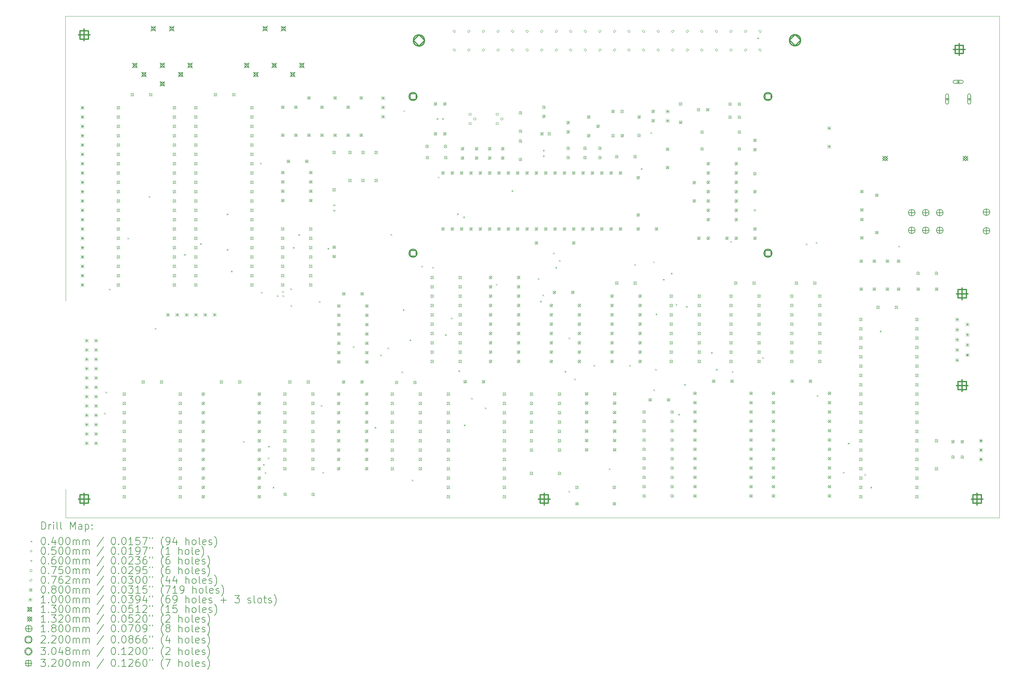
<source format=gbr>
%FSLAX45Y45*%
G04 Gerber Fmt 4.5, Leading zero omitted, Abs format (unit mm)*
G04 Created by KiCad (PCBNEW (6.0.4-0)) date 2022-08-07 13:11:58*
%MOMM*%
%LPD*%
G01*
G04 APERTURE LIST*
%TA.AperFunction,Profile*%
%ADD10C,0.050000*%
%TD*%
%TA.AperFunction,Profile*%
%ADD11C,0.050003*%
%TD*%
%ADD12C,0.200000*%
%ADD13C,0.040000*%
%ADD14C,0.050000*%
%ADD15C,0.060000*%
%ADD16C,0.075000*%
%ADD17C,0.076200*%
%ADD18C,0.080000*%
%ADD19C,0.100000*%
%ADD20C,0.130000*%
%ADD21C,0.132000*%
%ADD22C,0.180000*%
%ADD23C,0.220000*%
%ADD24C,0.304800*%
%ADD25C,0.320000*%
G04 APERTURE END LIST*
D10*
X4737850Y-15903400D02*
X30137100Y-15903400D01*
X30137100Y-15903400D02*
X30137100Y-2247900D01*
X4737850Y-15903400D02*
X4738600Y-15123400D01*
D11*
X30137100Y-2247900D02*
X4737100Y-2247900D01*
D10*
X4737100Y-2247900D02*
X4738600Y-9998400D01*
D12*
D13*
X5783540Y-13045110D02*
X5823540Y-13085110D01*
X5823540Y-13045110D02*
X5783540Y-13085110D01*
X5817150Y-12469450D02*
X5857150Y-12509450D01*
X5857150Y-12469450D02*
X5817150Y-12509450D01*
X5920070Y-9666560D02*
X5960070Y-9706560D01*
X5960070Y-9666560D02*
X5920070Y-9706560D01*
X6418780Y-8274160D02*
X6458780Y-8314160D01*
X6458780Y-8274160D02*
X6418780Y-8314160D01*
X6995680Y-7141920D02*
X7035680Y-7181920D01*
X7035680Y-7141920D02*
X6995680Y-7181920D01*
X7164300Y-10729470D02*
X7204300Y-10769470D01*
X7204300Y-10729470D02*
X7164300Y-10769470D01*
X7960850Y-8720790D02*
X8000850Y-8760790D01*
X8000850Y-8720790D02*
X7960850Y-8760790D01*
X8394850Y-8425120D02*
X8434850Y-8465120D01*
X8434850Y-8425120D02*
X8394850Y-8465120D01*
X9121110Y-8584240D02*
X9161110Y-8624240D01*
X9161110Y-8584240D02*
X9121110Y-8624240D01*
X9121210Y-7619920D02*
X9161210Y-7659920D01*
X9161210Y-7619920D02*
X9121210Y-7659920D01*
X9234480Y-9174820D02*
X9274480Y-9214820D01*
X9274480Y-9174820D02*
X9234480Y-9214820D01*
X9558260Y-13812250D02*
X9598260Y-13852250D01*
X9598260Y-13812250D02*
X9558260Y-13852250D01*
X10025290Y-6232480D02*
X10065290Y-6272480D01*
X10065290Y-6232480D02*
X10025290Y-6272480D01*
X10050770Y-9750300D02*
X10090770Y-9790300D01*
X10090770Y-9750300D02*
X10050770Y-9790300D01*
X10106930Y-14439540D02*
X10146930Y-14479540D01*
X10146930Y-14439540D02*
X10106930Y-14479540D01*
X10155790Y-14659440D02*
X10195790Y-14699440D01*
X10195790Y-14659440D02*
X10155790Y-14699440D01*
X10235030Y-14260450D02*
X10275030Y-14300450D01*
X10275030Y-14260450D02*
X10235030Y-14300450D01*
X10244140Y-13944720D02*
X10284140Y-13984720D01*
X10284140Y-13944720D02*
X10244140Y-13984720D01*
X10369190Y-15057020D02*
X10409190Y-15097020D01*
X10409190Y-15057020D02*
X10369190Y-15097020D01*
X10482760Y-9843880D02*
X10522760Y-9883880D01*
X10522760Y-9843880D02*
X10482760Y-9883880D01*
X10625900Y-9729860D02*
X10665900Y-9769860D01*
X10665900Y-9729860D02*
X10625900Y-9769860D01*
X10635560Y-9843020D02*
X10675560Y-9883020D01*
X10675560Y-9843020D02*
X10635560Y-9883020D01*
X10848080Y-9655760D02*
X10888080Y-9695760D01*
X10888080Y-9655760D02*
X10848080Y-9695760D01*
X10856860Y-10114600D02*
X10896860Y-10154600D01*
X10896860Y-10114600D02*
X10856860Y-10154600D01*
X10920190Y-8527100D02*
X10960190Y-8567100D01*
X10960190Y-8527100D02*
X10920190Y-8567100D01*
X11066510Y-8178450D02*
X11106510Y-8218450D01*
X11106510Y-8178450D02*
X11066510Y-8218450D01*
X11628160Y-10000730D02*
X11668160Y-10040730D01*
X11668160Y-10000730D02*
X11628160Y-10040730D01*
X11678400Y-12828260D02*
X11718400Y-12868260D01*
X11718400Y-12828260D02*
X11678400Y-12868260D01*
X11717090Y-14651890D02*
X11757090Y-14691890D01*
X11757090Y-14651890D02*
X11717090Y-14691890D01*
X11859000Y-8555040D02*
X11899000Y-8595040D01*
X11899000Y-8555040D02*
X11859000Y-8595040D01*
X12551390Y-11232750D02*
X12591390Y-11272750D01*
X12591390Y-11232750D02*
X12551390Y-11272750D01*
X13140320Y-13426870D02*
X13180320Y-13466870D01*
X13180320Y-13426870D02*
X13140320Y-13466870D01*
X13291030Y-11456160D02*
X13331030Y-11496160D01*
X13331030Y-11456160D02*
X13291030Y-11496160D01*
X13490850Y-11261850D02*
X13530850Y-11301850D01*
X13530850Y-11261850D02*
X13490850Y-11301850D01*
X13573410Y-8176930D02*
X13613410Y-8216930D01*
X13613410Y-8176930D02*
X13573410Y-8216930D01*
X13872540Y-11914040D02*
X13912540Y-11954040D01*
X13912540Y-11914040D02*
X13872540Y-11954040D01*
X13908830Y-10220740D02*
X13948830Y-10260740D01*
X13948830Y-10220740D02*
X13908830Y-10260740D01*
X13924530Y-4809610D02*
X13964530Y-4849610D01*
X13964530Y-4809610D02*
X13924530Y-4849610D01*
X14092310Y-11048200D02*
X14132310Y-11088200D01*
X14132310Y-11048200D02*
X14092310Y-11088200D01*
X14149430Y-14865290D02*
X14189430Y-14905290D01*
X14189430Y-14865290D02*
X14149430Y-14905290D01*
X14410530Y-9035380D02*
X14450530Y-9075380D01*
X14450530Y-9035380D02*
X14410530Y-9075380D01*
X14706610Y-9069340D02*
X14746610Y-9109340D01*
X14746610Y-9069340D02*
X14706610Y-9109340D01*
X14865590Y-6611260D02*
X14905590Y-6651260D01*
X14905590Y-6611260D02*
X14865590Y-6651260D01*
X15054560Y-10904520D02*
X15094560Y-10944520D01*
X15094560Y-10904520D02*
X15054560Y-10944520D01*
X15218850Y-10449140D02*
X15258850Y-10489140D01*
X15258850Y-10449140D02*
X15218850Y-10489140D01*
X15380530Y-7617270D02*
X15420530Y-7657270D01*
X15420530Y-7617270D02*
X15380530Y-7657270D01*
X15418310Y-11885740D02*
X15458310Y-11925740D01*
X15458310Y-11885740D02*
X15418310Y-11925740D01*
X15549630Y-7701960D02*
X15589630Y-7741960D01*
X15589630Y-7701960D02*
X15549630Y-7741960D01*
X15567860Y-13362940D02*
X15607860Y-13402940D01*
X15607860Y-13362940D02*
X15567860Y-13402940D01*
X15768370Y-12634140D02*
X15808370Y-12674140D01*
X15808370Y-12634140D02*
X15768370Y-12674140D01*
X16137900Y-12895900D02*
X16177900Y-12935900D01*
X16177900Y-12895900D02*
X16137900Y-12935900D01*
X16438630Y-9532380D02*
X16478630Y-9572380D01*
X16478630Y-9532380D02*
X16438630Y-9572380D01*
X16868260Y-6983590D02*
X16908260Y-7023590D01*
X16908260Y-6983590D02*
X16868260Y-7023590D01*
X17577650Y-9378560D02*
X17617650Y-9418560D01*
X17617650Y-9378560D02*
X17577650Y-9418560D01*
X17642520Y-9992720D02*
X17682520Y-10032720D01*
X17682520Y-9992720D02*
X17642520Y-10032720D01*
X17706820Y-9824500D02*
X17746820Y-9864500D01*
X17746820Y-9824500D02*
X17706820Y-9864500D01*
X17992500Y-8683560D02*
X18032500Y-8723560D01*
X18032500Y-8683560D02*
X17992500Y-8723560D01*
X18057050Y-9069340D02*
X18097050Y-9109340D01*
X18097050Y-9069340D02*
X18057050Y-9109340D01*
X18151080Y-8884330D02*
X18191080Y-8924330D01*
X18191080Y-8884330D02*
X18151080Y-8924330D01*
X18303690Y-11903490D02*
X18343690Y-11943490D01*
X18343690Y-11903490D02*
X18303690Y-11943490D01*
X18416560Y-15168620D02*
X18456560Y-15208620D01*
X18456560Y-15168620D02*
X18416560Y-15208620D01*
X18419200Y-10990900D02*
X18459200Y-11030900D01*
X18459200Y-10990900D02*
X18419200Y-11030900D01*
X18570150Y-12113890D02*
X18610150Y-12153890D01*
X18610150Y-12113890D02*
X18570150Y-12153890D01*
X19092970Y-11740050D02*
X19132970Y-11780050D01*
X19132970Y-11740050D02*
X19092970Y-11780050D01*
X19511420Y-14557470D02*
X19551420Y-14597470D01*
X19551420Y-14557470D02*
X19511420Y-14597470D01*
X20064570Y-11740050D02*
X20104570Y-11780050D01*
X20104570Y-11740050D02*
X20064570Y-11780050D01*
X20203850Y-8996460D02*
X20243850Y-9036460D01*
X20243850Y-8996460D02*
X20203850Y-9036460D01*
X20380300Y-6382340D02*
X20420300Y-6422340D01*
X20420300Y-6382340D02*
X20380300Y-6422340D01*
X20642740Y-5405450D02*
X20682740Y-5445450D01*
X20682740Y-5405450D02*
X20642740Y-5445450D01*
X20714170Y-8923620D02*
X20754170Y-8963620D01*
X20754170Y-8923620D02*
X20714170Y-8963620D01*
X20716450Y-12409220D02*
X20756450Y-12449220D01*
X20756450Y-12409220D02*
X20716450Y-12449220D01*
X20770510Y-11850660D02*
X20810510Y-11890660D01*
X20810510Y-11850660D02*
X20770510Y-11890660D01*
X20783280Y-10342830D02*
X20823280Y-10382830D01*
X20823280Y-10342830D02*
X20783280Y-10382830D01*
X20981660Y-9398620D02*
X21021660Y-9438620D01*
X21021660Y-9398620D02*
X20981660Y-9438620D01*
X21196590Y-9234460D02*
X21236590Y-9274460D01*
X21236590Y-9234460D02*
X21196590Y-9274460D01*
X21331730Y-10080610D02*
X21371730Y-10120610D01*
X21371730Y-10080610D02*
X21331730Y-10120610D01*
X21395480Y-13073180D02*
X21435480Y-13113180D01*
X21435480Y-13073180D02*
X21395480Y-13113180D01*
X21558340Y-12258300D02*
X21598340Y-12298300D01*
X21598340Y-12258300D02*
X21558340Y-12298300D01*
X21605710Y-10134420D02*
X21645710Y-10174420D01*
X21645710Y-10134420D02*
X21605710Y-10174420D01*
X22288760Y-11391000D02*
X22328760Y-11431000D01*
X22328760Y-11391000D02*
X22288760Y-11431000D01*
X22425330Y-11849260D02*
X22465330Y-11889260D01*
X22465330Y-11849260D02*
X22425330Y-11889260D01*
X22809730Y-8369110D02*
X22849730Y-8409110D01*
X22849730Y-8369110D02*
X22809730Y-8409110D01*
X22854850Y-11909970D02*
X22894850Y-11949970D01*
X22894850Y-11909970D02*
X22854850Y-11949970D01*
X23549330Y-2828400D02*
X23589330Y-2868400D01*
X23589330Y-2828400D02*
X23549330Y-2868400D01*
X23684370Y-11529340D02*
X23724370Y-11569340D01*
X23724370Y-11529340D02*
X23684370Y-11569340D01*
X24866810Y-8438480D02*
X24906810Y-8478480D01*
X24906810Y-8438480D02*
X24866810Y-8478480D01*
X25141220Y-8394930D02*
X25181220Y-8434930D01*
X25181220Y-8394930D02*
X25141220Y-8434930D01*
X25164530Y-12560740D02*
X25204530Y-12600740D01*
X25204530Y-12560740D02*
X25164530Y-12600740D01*
X25874730Y-14648250D02*
X25914730Y-14688250D01*
X25914730Y-14648250D02*
X25874730Y-14688250D01*
X26013640Y-13858390D02*
X26053640Y-13898390D01*
X26053640Y-13858390D02*
X26013640Y-13898390D01*
X26457990Y-14711400D02*
X26497990Y-14751400D01*
X26497990Y-14711400D02*
X26457990Y-14751400D01*
X26624370Y-15054900D02*
X26664370Y-15094900D01*
X26664370Y-15054900D02*
X26624370Y-15094900D01*
X26878630Y-10810140D02*
X26918630Y-10850140D01*
X26918630Y-10810140D02*
X26878630Y-10850140D01*
X27379600Y-8497680D02*
X27419600Y-8537680D01*
X27419600Y-8497680D02*
X27379600Y-8537680D01*
D14*
X23507300Y-7531100D02*
G75*
G03*
X23507300Y-7531100I-25000J0D01*
G01*
D15*
X12039600Y-7361400D02*
X12039600Y-7421400D01*
X12009600Y-7391400D02*
X12069600Y-7391400D01*
X12039600Y-7511400D02*
X12039600Y-7571400D01*
X12009600Y-7541400D02*
X12069600Y-7541400D01*
X14848700Y-5011900D02*
X14848700Y-5071900D01*
X14818700Y-5041900D02*
X14878700Y-5041900D01*
X14998700Y-5011900D02*
X14998700Y-5071900D01*
X14968700Y-5041900D02*
X15028700Y-5041900D01*
X17741900Y-5875500D02*
X17741900Y-5935500D01*
X17711900Y-5905500D02*
X17771900Y-5905500D01*
X17741900Y-6025500D02*
X17741900Y-6085500D01*
X17711900Y-6055500D02*
X17771900Y-6055500D01*
D16*
X15761817Y-4941417D02*
X15761817Y-4888383D01*
X15708783Y-4888383D01*
X15708783Y-4941417D01*
X15761817Y-4941417D01*
X15761817Y-5195417D02*
X15761817Y-5142383D01*
X15708783Y-5142383D01*
X15708783Y-5195417D01*
X15761817Y-5195417D01*
X15888817Y-5068417D02*
X15888817Y-5015383D01*
X15835783Y-5015383D01*
X15835783Y-5068417D01*
X15888817Y-5068417D01*
X16498417Y-4941417D02*
X16498417Y-4888383D01*
X16445383Y-4888383D01*
X16445383Y-4941417D01*
X16498417Y-4941417D01*
X16498417Y-5195417D02*
X16498417Y-5142383D01*
X16445383Y-5142383D01*
X16445383Y-5195417D01*
X16498417Y-5195417D01*
X16625417Y-5068417D02*
X16625417Y-5015383D01*
X16572383Y-5015383D01*
X16572383Y-5068417D01*
X16625417Y-5068417D01*
D17*
X15305480Y-2692400D02*
X15343580Y-2654300D01*
X15305480Y-2616200D01*
X15267380Y-2654300D01*
X15305480Y-2692400D01*
X15305480Y-3200400D02*
X15343580Y-3162300D01*
X15305480Y-3124200D01*
X15267380Y-3162300D01*
X15305480Y-3200400D01*
X15701480Y-2692400D02*
X15739580Y-2654300D01*
X15701480Y-2616200D01*
X15663380Y-2654300D01*
X15701480Y-2692400D01*
X15701480Y-3200400D02*
X15739580Y-3162300D01*
X15701480Y-3124200D01*
X15663380Y-3162300D01*
X15701480Y-3200400D01*
X16097480Y-2692400D02*
X16135580Y-2654300D01*
X16097480Y-2616200D01*
X16059380Y-2654300D01*
X16097480Y-2692400D01*
X16097480Y-3200400D02*
X16135580Y-3162300D01*
X16097480Y-3124200D01*
X16059380Y-3162300D01*
X16097480Y-3200400D01*
X16493480Y-2692400D02*
X16531580Y-2654300D01*
X16493480Y-2616200D01*
X16455380Y-2654300D01*
X16493480Y-2692400D01*
X16493480Y-3200400D02*
X16531580Y-3162300D01*
X16493480Y-3124200D01*
X16455380Y-3162300D01*
X16493480Y-3200400D01*
X16889480Y-2692400D02*
X16927580Y-2654300D01*
X16889480Y-2616200D01*
X16851380Y-2654300D01*
X16889480Y-2692400D01*
X16889480Y-3200400D02*
X16927580Y-3162300D01*
X16889480Y-3124200D01*
X16851380Y-3162300D01*
X16889480Y-3200400D01*
X17285480Y-2692400D02*
X17323580Y-2654300D01*
X17285480Y-2616200D01*
X17247380Y-2654300D01*
X17285480Y-2692400D01*
X17285480Y-3200400D02*
X17323580Y-3162300D01*
X17285480Y-3124200D01*
X17247380Y-3162300D01*
X17285480Y-3200400D01*
X17681480Y-2692400D02*
X17719580Y-2654300D01*
X17681480Y-2616200D01*
X17643380Y-2654300D01*
X17681480Y-2692400D01*
X17681480Y-3200400D02*
X17719580Y-3162300D01*
X17681480Y-3124200D01*
X17643380Y-3162300D01*
X17681480Y-3200400D01*
X18077480Y-2692400D02*
X18115580Y-2654300D01*
X18077480Y-2616200D01*
X18039380Y-2654300D01*
X18077480Y-2692400D01*
X18077480Y-3200400D02*
X18115580Y-3162300D01*
X18077480Y-3124200D01*
X18039380Y-3162300D01*
X18077480Y-3200400D01*
X18473480Y-2692400D02*
X18511580Y-2654300D01*
X18473480Y-2616200D01*
X18435380Y-2654300D01*
X18473480Y-2692400D01*
X18473480Y-3200400D02*
X18511580Y-3162300D01*
X18473480Y-3124200D01*
X18435380Y-3162300D01*
X18473480Y-3200400D01*
X18869480Y-2692400D02*
X18907580Y-2654300D01*
X18869480Y-2616200D01*
X18831380Y-2654300D01*
X18869480Y-2692400D01*
X18869480Y-3200400D02*
X18907580Y-3162300D01*
X18869480Y-3124200D01*
X18831380Y-3162300D01*
X18869480Y-3200400D01*
X19265480Y-2692400D02*
X19303580Y-2654300D01*
X19265480Y-2616200D01*
X19227380Y-2654300D01*
X19265480Y-2692400D01*
X19265480Y-3200400D02*
X19303580Y-3162300D01*
X19265480Y-3124200D01*
X19227380Y-3162300D01*
X19265480Y-3200400D01*
X19661480Y-2692400D02*
X19699580Y-2654300D01*
X19661480Y-2616200D01*
X19623380Y-2654300D01*
X19661480Y-2692400D01*
X19661480Y-3200400D02*
X19699580Y-3162300D01*
X19661480Y-3124200D01*
X19623380Y-3162300D01*
X19661480Y-3200400D01*
X20057480Y-2692400D02*
X20095580Y-2654300D01*
X20057480Y-2616200D01*
X20019380Y-2654300D01*
X20057480Y-2692400D01*
X20057480Y-3200400D02*
X20095580Y-3162300D01*
X20057480Y-3124200D01*
X20019380Y-3162300D01*
X20057480Y-3200400D01*
X20453480Y-2692400D02*
X20491580Y-2654300D01*
X20453480Y-2616200D01*
X20415380Y-2654300D01*
X20453480Y-2692400D01*
X20453480Y-3200400D02*
X20491580Y-3162300D01*
X20453480Y-3124200D01*
X20415380Y-3162300D01*
X20453480Y-3200400D01*
X20849480Y-2692400D02*
X20887580Y-2654300D01*
X20849480Y-2616200D01*
X20811380Y-2654300D01*
X20849480Y-2692400D01*
X20849480Y-3200400D02*
X20887580Y-3162300D01*
X20849480Y-3124200D01*
X20811380Y-3162300D01*
X20849480Y-3200400D01*
X21245480Y-2692400D02*
X21283580Y-2654300D01*
X21245480Y-2616200D01*
X21207380Y-2654300D01*
X21245480Y-2692400D01*
X21245480Y-3200400D02*
X21283580Y-3162300D01*
X21245480Y-3124200D01*
X21207380Y-3162300D01*
X21245480Y-3200400D01*
X21641480Y-2692400D02*
X21679580Y-2654300D01*
X21641480Y-2616200D01*
X21603380Y-2654300D01*
X21641480Y-2692400D01*
X21641480Y-3200400D02*
X21679580Y-3162300D01*
X21641480Y-3124200D01*
X21603380Y-3162300D01*
X21641480Y-3200400D01*
X22037480Y-2692400D02*
X22075580Y-2654300D01*
X22037480Y-2616200D01*
X21999380Y-2654300D01*
X22037480Y-2692400D01*
X22037480Y-3200400D02*
X22075580Y-3162300D01*
X22037480Y-3124200D01*
X21999380Y-3162300D01*
X22037480Y-3200400D01*
X22433480Y-2692400D02*
X22471580Y-2654300D01*
X22433480Y-2616200D01*
X22395380Y-2654300D01*
X22433480Y-2692400D01*
X22433480Y-3200400D02*
X22471580Y-3162300D01*
X22433480Y-3124200D01*
X22395380Y-3162300D01*
X22433480Y-3200400D01*
X22829480Y-2692400D02*
X22867580Y-2654300D01*
X22829480Y-2616200D01*
X22791380Y-2654300D01*
X22829480Y-2692400D01*
X22829480Y-3200400D02*
X22867580Y-3162300D01*
X22829480Y-3124200D01*
X22791380Y-3162300D01*
X22829480Y-3200400D01*
X23225480Y-2692400D02*
X23263580Y-2654300D01*
X23225480Y-2616200D01*
X23187380Y-2654300D01*
X23225480Y-2692400D01*
X23225480Y-3200400D02*
X23263580Y-3162300D01*
X23225480Y-3124200D01*
X23187380Y-3162300D01*
X23225480Y-3200400D01*
X23621480Y-2692400D02*
X23659580Y-2654300D01*
X23621480Y-2616200D01*
X23583380Y-2654300D01*
X23621480Y-2692400D01*
X23621480Y-3200400D02*
X23659580Y-3162300D01*
X23621480Y-3124200D01*
X23583380Y-3162300D01*
X23621480Y-3200400D01*
D18*
X6132200Y-4697100D02*
X6212200Y-4777100D01*
X6212200Y-4697100D02*
X6132200Y-4777100D01*
X6212200Y-4737100D02*
G75*
G03*
X6212200Y-4737100I-40000J0D01*
G01*
X6132200Y-4951100D02*
X6212200Y-5031100D01*
X6212200Y-4951100D02*
X6132200Y-5031100D01*
X6212200Y-4991100D02*
G75*
G03*
X6212200Y-4991100I-40000J0D01*
G01*
X6132200Y-5205100D02*
X6212200Y-5285100D01*
X6212200Y-5205100D02*
X6132200Y-5285100D01*
X6212200Y-5245100D02*
G75*
G03*
X6212200Y-5245100I-40000J0D01*
G01*
X6132200Y-5459100D02*
X6212200Y-5539100D01*
X6212200Y-5459100D02*
X6132200Y-5539100D01*
X6212200Y-5499100D02*
G75*
G03*
X6212200Y-5499100I-40000J0D01*
G01*
X6132200Y-5713100D02*
X6212200Y-5793100D01*
X6212200Y-5713100D02*
X6132200Y-5793100D01*
X6212200Y-5753100D02*
G75*
G03*
X6212200Y-5753100I-40000J0D01*
G01*
X6132200Y-5967100D02*
X6212200Y-6047100D01*
X6212200Y-5967100D02*
X6132200Y-6047100D01*
X6212200Y-6007100D02*
G75*
G03*
X6212200Y-6007100I-40000J0D01*
G01*
X6132200Y-6221100D02*
X6212200Y-6301100D01*
X6212200Y-6221100D02*
X6132200Y-6301100D01*
X6212200Y-6261100D02*
G75*
G03*
X6212200Y-6261100I-40000J0D01*
G01*
X6132200Y-6475100D02*
X6212200Y-6555100D01*
X6212200Y-6475100D02*
X6132200Y-6555100D01*
X6212200Y-6515100D02*
G75*
G03*
X6212200Y-6515100I-40000J0D01*
G01*
X6132200Y-6729100D02*
X6212200Y-6809100D01*
X6212200Y-6729100D02*
X6132200Y-6809100D01*
X6212200Y-6769100D02*
G75*
G03*
X6212200Y-6769100I-40000J0D01*
G01*
X6132200Y-6983100D02*
X6212200Y-7063100D01*
X6212200Y-6983100D02*
X6132200Y-7063100D01*
X6212200Y-7023100D02*
G75*
G03*
X6212200Y-7023100I-40000J0D01*
G01*
X6132200Y-7237100D02*
X6212200Y-7317100D01*
X6212200Y-7237100D02*
X6132200Y-7317100D01*
X6212200Y-7277100D02*
G75*
G03*
X6212200Y-7277100I-40000J0D01*
G01*
X6132200Y-7491100D02*
X6212200Y-7571100D01*
X6212200Y-7491100D02*
X6132200Y-7571100D01*
X6212200Y-7531100D02*
G75*
G03*
X6212200Y-7531100I-40000J0D01*
G01*
X6132200Y-7745100D02*
X6212200Y-7825100D01*
X6212200Y-7745100D02*
X6132200Y-7825100D01*
X6212200Y-7785100D02*
G75*
G03*
X6212200Y-7785100I-40000J0D01*
G01*
X6132200Y-7999100D02*
X6212200Y-8079100D01*
X6212200Y-7999100D02*
X6132200Y-8079100D01*
X6212200Y-8039100D02*
G75*
G03*
X6212200Y-8039100I-40000J0D01*
G01*
X6132200Y-8253100D02*
X6212200Y-8333100D01*
X6212200Y-8253100D02*
X6132200Y-8333100D01*
X6212200Y-8293100D02*
G75*
G03*
X6212200Y-8293100I-40000J0D01*
G01*
X6132200Y-8507100D02*
X6212200Y-8587100D01*
X6212200Y-8507100D02*
X6132200Y-8587100D01*
X6212200Y-8547100D02*
G75*
G03*
X6212200Y-8547100I-40000J0D01*
G01*
X6132200Y-8761100D02*
X6212200Y-8841100D01*
X6212200Y-8761100D02*
X6132200Y-8841100D01*
X6212200Y-8801100D02*
G75*
G03*
X6212200Y-8801100I-40000J0D01*
G01*
X6132200Y-9015100D02*
X6212200Y-9095100D01*
X6212200Y-9015100D02*
X6132200Y-9095100D01*
X6212200Y-9055100D02*
G75*
G03*
X6212200Y-9055100I-40000J0D01*
G01*
X6132200Y-9269100D02*
X6212200Y-9349100D01*
X6212200Y-9269100D02*
X6132200Y-9349100D01*
X6212200Y-9309100D02*
G75*
G03*
X6212200Y-9309100I-40000J0D01*
G01*
X6132200Y-9523100D02*
X6212200Y-9603100D01*
X6212200Y-9523100D02*
X6132200Y-9603100D01*
X6212200Y-9563100D02*
G75*
G03*
X6212200Y-9563100I-40000J0D01*
G01*
X6292600Y-12494900D02*
X6372600Y-12574900D01*
X6372600Y-12494900D02*
X6292600Y-12574900D01*
X6372600Y-12534900D02*
G75*
G03*
X6372600Y-12534900I-40000J0D01*
G01*
X6292600Y-12748900D02*
X6372600Y-12828900D01*
X6372600Y-12748900D02*
X6292600Y-12828900D01*
X6372600Y-12788900D02*
G75*
G03*
X6372600Y-12788900I-40000J0D01*
G01*
X6292600Y-13002900D02*
X6372600Y-13082900D01*
X6372600Y-13002900D02*
X6292600Y-13082900D01*
X6372600Y-13042900D02*
G75*
G03*
X6372600Y-13042900I-40000J0D01*
G01*
X6292600Y-13256900D02*
X6372600Y-13336900D01*
X6372600Y-13256900D02*
X6292600Y-13336900D01*
X6372600Y-13296900D02*
G75*
G03*
X6372600Y-13296900I-40000J0D01*
G01*
X6292600Y-13510900D02*
X6372600Y-13590900D01*
X6372600Y-13510900D02*
X6292600Y-13590900D01*
X6372600Y-13550900D02*
G75*
G03*
X6372600Y-13550900I-40000J0D01*
G01*
X6292600Y-13764900D02*
X6372600Y-13844900D01*
X6372600Y-13764900D02*
X6292600Y-13844900D01*
X6372600Y-13804900D02*
G75*
G03*
X6372600Y-13804900I-40000J0D01*
G01*
X6292600Y-14018900D02*
X6372600Y-14098900D01*
X6372600Y-14018900D02*
X6292600Y-14098900D01*
X6372600Y-14058900D02*
G75*
G03*
X6372600Y-14058900I-40000J0D01*
G01*
X6292600Y-14272900D02*
X6372600Y-14352900D01*
X6372600Y-14272900D02*
X6292600Y-14352900D01*
X6372600Y-14312900D02*
G75*
G03*
X6372600Y-14312900I-40000J0D01*
G01*
X6292600Y-14526900D02*
X6372600Y-14606900D01*
X6372600Y-14526900D02*
X6292600Y-14606900D01*
X6372600Y-14566900D02*
G75*
G03*
X6372600Y-14566900I-40000J0D01*
G01*
X6292600Y-14780900D02*
X6372600Y-14860900D01*
X6372600Y-14780900D02*
X6292600Y-14860900D01*
X6372600Y-14820900D02*
G75*
G03*
X6372600Y-14820900I-40000J0D01*
G01*
X6292600Y-15034900D02*
X6372600Y-15114900D01*
X6372600Y-15034900D02*
X6292600Y-15114900D01*
X6372600Y-15074900D02*
G75*
G03*
X6372600Y-15074900I-40000J0D01*
G01*
X6292600Y-15288900D02*
X6372600Y-15368900D01*
X6372600Y-15288900D02*
X6292600Y-15368900D01*
X6372600Y-15328900D02*
G75*
G03*
X6372600Y-15328900I-40000J0D01*
G01*
X6513200Y-4341500D02*
X6593200Y-4421500D01*
X6593200Y-4341500D02*
X6513200Y-4421500D01*
X6593200Y-4381500D02*
G75*
G03*
X6593200Y-4381500I-40000J0D01*
G01*
X6808600Y-12164700D02*
X6888600Y-12244700D01*
X6888600Y-12164700D02*
X6808600Y-12244700D01*
X6888600Y-12204700D02*
G75*
G03*
X6888600Y-12204700I-40000J0D01*
G01*
X7013200Y-4341500D02*
X7093200Y-4421500D01*
X7093200Y-4341500D02*
X7013200Y-4421500D01*
X7093200Y-4381500D02*
G75*
G03*
X7093200Y-4381500I-40000J0D01*
G01*
X7308600Y-12164700D02*
X7388600Y-12244700D01*
X7388600Y-12164700D02*
X7308600Y-12244700D01*
X7388600Y-12204700D02*
G75*
G03*
X7388600Y-12204700I-40000J0D01*
G01*
X7656200Y-4697100D02*
X7736200Y-4777100D01*
X7736200Y-4697100D02*
X7656200Y-4777100D01*
X7736200Y-4737100D02*
G75*
G03*
X7736200Y-4737100I-40000J0D01*
G01*
X7656200Y-4951100D02*
X7736200Y-5031100D01*
X7736200Y-4951100D02*
X7656200Y-5031100D01*
X7736200Y-4991100D02*
G75*
G03*
X7736200Y-4991100I-40000J0D01*
G01*
X7656200Y-5205100D02*
X7736200Y-5285100D01*
X7736200Y-5205100D02*
X7656200Y-5285100D01*
X7736200Y-5245100D02*
G75*
G03*
X7736200Y-5245100I-40000J0D01*
G01*
X7656200Y-5459100D02*
X7736200Y-5539100D01*
X7736200Y-5459100D02*
X7656200Y-5539100D01*
X7736200Y-5499100D02*
G75*
G03*
X7736200Y-5499100I-40000J0D01*
G01*
X7656200Y-5713100D02*
X7736200Y-5793100D01*
X7736200Y-5713100D02*
X7656200Y-5793100D01*
X7736200Y-5753100D02*
G75*
G03*
X7736200Y-5753100I-40000J0D01*
G01*
X7656200Y-5967100D02*
X7736200Y-6047100D01*
X7736200Y-5967100D02*
X7656200Y-6047100D01*
X7736200Y-6007100D02*
G75*
G03*
X7736200Y-6007100I-40000J0D01*
G01*
X7656200Y-6221100D02*
X7736200Y-6301100D01*
X7736200Y-6221100D02*
X7656200Y-6301100D01*
X7736200Y-6261100D02*
G75*
G03*
X7736200Y-6261100I-40000J0D01*
G01*
X7656200Y-6475100D02*
X7736200Y-6555100D01*
X7736200Y-6475100D02*
X7656200Y-6555100D01*
X7736200Y-6515100D02*
G75*
G03*
X7736200Y-6515100I-40000J0D01*
G01*
X7656200Y-6729100D02*
X7736200Y-6809100D01*
X7736200Y-6729100D02*
X7656200Y-6809100D01*
X7736200Y-6769100D02*
G75*
G03*
X7736200Y-6769100I-40000J0D01*
G01*
X7656200Y-6983100D02*
X7736200Y-7063100D01*
X7736200Y-6983100D02*
X7656200Y-7063100D01*
X7736200Y-7023100D02*
G75*
G03*
X7736200Y-7023100I-40000J0D01*
G01*
X7656200Y-7237100D02*
X7736200Y-7317100D01*
X7736200Y-7237100D02*
X7656200Y-7317100D01*
X7736200Y-7277100D02*
G75*
G03*
X7736200Y-7277100I-40000J0D01*
G01*
X7656200Y-7491100D02*
X7736200Y-7571100D01*
X7736200Y-7491100D02*
X7656200Y-7571100D01*
X7736200Y-7531100D02*
G75*
G03*
X7736200Y-7531100I-40000J0D01*
G01*
X7656200Y-7745100D02*
X7736200Y-7825100D01*
X7736200Y-7745100D02*
X7656200Y-7825100D01*
X7736200Y-7785100D02*
G75*
G03*
X7736200Y-7785100I-40000J0D01*
G01*
X7656200Y-7999100D02*
X7736200Y-8079100D01*
X7736200Y-7999100D02*
X7656200Y-8079100D01*
X7736200Y-8039100D02*
G75*
G03*
X7736200Y-8039100I-40000J0D01*
G01*
X7656200Y-8253100D02*
X7736200Y-8333100D01*
X7736200Y-8253100D02*
X7656200Y-8333100D01*
X7736200Y-8293100D02*
G75*
G03*
X7736200Y-8293100I-40000J0D01*
G01*
X7656200Y-8507100D02*
X7736200Y-8587100D01*
X7736200Y-8507100D02*
X7656200Y-8587100D01*
X7736200Y-8547100D02*
G75*
G03*
X7736200Y-8547100I-40000J0D01*
G01*
X7656200Y-8761100D02*
X7736200Y-8841100D01*
X7736200Y-8761100D02*
X7656200Y-8841100D01*
X7736200Y-8801100D02*
G75*
G03*
X7736200Y-8801100I-40000J0D01*
G01*
X7656200Y-9015100D02*
X7736200Y-9095100D01*
X7736200Y-9015100D02*
X7656200Y-9095100D01*
X7736200Y-9055100D02*
G75*
G03*
X7736200Y-9055100I-40000J0D01*
G01*
X7656200Y-9269100D02*
X7736200Y-9349100D01*
X7736200Y-9269100D02*
X7656200Y-9349100D01*
X7736200Y-9309100D02*
G75*
G03*
X7736200Y-9309100I-40000J0D01*
G01*
X7656200Y-9523100D02*
X7736200Y-9603100D01*
X7736200Y-9523100D02*
X7656200Y-9603100D01*
X7736200Y-9563100D02*
G75*
G03*
X7736200Y-9563100I-40000J0D01*
G01*
X7816600Y-12494900D02*
X7896600Y-12574900D01*
X7896600Y-12494900D02*
X7816600Y-12574900D01*
X7896600Y-12534900D02*
G75*
G03*
X7896600Y-12534900I-40000J0D01*
G01*
X7816600Y-12748900D02*
X7896600Y-12828900D01*
X7896600Y-12748900D02*
X7816600Y-12828900D01*
X7896600Y-12788900D02*
G75*
G03*
X7896600Y-12788900I-40000J0D01*
G01*
X7816600Y-13002900D02*
X7896600Y-13082900D01*
X7896600Y-13002900D02*
X7816600Y-13082900D01*
X7896600Y-13042900D02*
G75*
G03*
X7896600Y-13042900I-40000J0D01*
G01*
X7816600Y-13256900D02*
X7896600Y-13336900D01*
X7896600Y-13256900D02*
X7816600Y-13336900D01*
X7896600Y-13296900D02*
G75*
G03*
X7896600Y-13296900I-40000J0D01*
G01*
X7816600Y-13510900D02*
X7896600Y-13590900D01*
X7896600Y-13510900D02*
X7816600Y-13590900D01*
X7896600Y-13550900D02*
G75*
G03*
X7896600Y-13550900I-40000J0D01*
G01*
X7816600Y-13764900D02*
X7896600Y-13844900D01*
X7896600Y-13764900D02*
X7816600Y-13844900D01*
X7896600Y-13804900D02*
G75*
G03*
X7896600Y-13804900I-40000J0D01*
G01*
X7816600Y-14018900D02*
X7896600Y-14098900D01*
X7896600Y-14018900D02*
X7816600Y-14098900D01*
X7896600Y-14058900D02*
G75*
G03*
X7896600Y-14058900I-40000J0D01*
G01*
X7816600Y-14272900D02*
X7896600Y-14352900D01*
X7896600Y-14272900D02*
X7816600Y-14352900D01*
X7896600Y-14312900D02*
G75*
G03*
X7896600Y-14312900I-40000J0D01*
G01*
X7816600Y-14526900D02*
X7896600Y-14606900D01*
X7896600Y-14526900D02*
X7816600Y-14606900D01*
X7896600Y-14566900D02*
G75*
G03*
X7896600Y-14566900I-40000J0D01*
G01*
X7816600Y-14780900D02*
X7896600Y-14860900D01*
X7896600Y-14780900D02*
X7816600Y-14860900D01*
X7896600Y-14820900D02*
G75*
G03*
X7896600Y-14820900I-40000J0D01*
G01*
X7816600Y-15034900D02*
X7896600Y-15114900D01*
X7896600Y-15034900D02*
X7816600Y-15114900D01*
X7896600Y-15074900D02*
G75*
G03*
X7896600Y-15074900I-40000J0D01*
G01*
X7816600Y-15288900D02*
X7896600Y-15368900D01*
X7896600Y-15288900D02*
X7816600Y-15368900D01*
X7896600Y-15328900D02*
G75*
G03*
X7896600Y-15328900I-40000J0D01*
G01*
X8240400Y-4697100D02*
X8320400Y-4777100D01*
X8320400Y-4697100D02*
X8240400Y-4777100D01*
X8320400Y-4737100D02*
G75*
G03*
X8320400Y-4737100I-40000J0D01*
G01*
X8240400Y-4951100D02*
X8320400Y-5031100D01*
X8320400Y-4951100D02*
X8240400Y-5031100D01*
X8320400Y-4991100D02*
G75*
G03*
X8320400Y-4991100I-40000J0D01*
G01*
X8240400Y-5205100D02*
X8320400Y-5285100D01*
X8320400Y-5205100D02*
X8240400Y-5285100D01*
X8320400Y-5245100D02*
G75*
G03*
X8320400Y-5245100I-40000J0D01*
G01*
X8240400Y-5459100D02*
X8320400Y-5539100D01*
X8320400Y-5459100D02*
X8240400Y-5539100D01*
X8320400Y-5499100D02*
G75*
G03*
X8320400Y-5499100I-40000J0D01*
G01*
X8240400Y-5713100D02*
X8320400Y-5793100D01*
X8320400Y-5713100D02*
X8240400Y-5793100D01*
X8320400Y-5753100D02*
G75*
G03*
X8320400Y-5753100I-40000J0D01*
G01*
X8240400Y-5967100D02*
X8320400Y-6047100D01*
X8320400Y-5967100D02*
X8240400Y-6047100D01*
X8320400Y-6007100D02*
G75*
G03*
X8320400Y-6007100I-40000J0D01*
G01*
X8240400Y-6221100D02*
X8320400Y-6301100D01*
X8320400Y-6221100D02*
X8240400Y-6301100D01*
X8320400Y-6261100D02*
G75*
G03*
X8320400Y-6261100I-40000J0D01*
G01*
X8240400Y-6475100D02*
X8320400Y-6555100D01*
X8320400Y-6475100D02*
X8240400Y-6555100D01*
X8320400Y-6515100D02*
G75*
G03*
X8320400Y-6515100I-40000J0D01*
G01*
X8240400Y-6729100D02*
X8320400Y-6809100D01*
X8320400Y-6729100D02*
X8240400Y-6809100D01*
X8320400Y-6769100D02*
G75*
G03*
X8320400Y-6769100I-40000J0D01*
G01*
X8240400Y-6983100D02*
X8320400Y-7063100D01*
X8320400Y-6983100D02*
X8240400Y-7063100D01*
X8320400Y-7023100D02*
G75*
G03*
X8320400Y-7023100I-40000J0D01*
G01*
X8240400Y-7237100D02*
X8320400Y-7317100D01*
X8320400Y-7237100D02*
X8240400Y-7317100D01*
X8320400Y-7277100D02*
G75*
G03*
X8320400Y-7277100I-40000J0D01*
G01*
X8240400Y-7491100D02*
X8320400Y-7571100D01*
X8320400Y-7491100D02*
X8240400Y-7571100D01*
X8320400Y-7531100D02*
G75*
G03*
X8320400Y-7531100I-40000J0D01*
G01*
X8240400Y-7745100D02*
X8320400Y-7825100D01*
X8320400Y-7745100D02*
X8240400Y-7825100D01*
X8320400Y-7785100D02*
G75*
G03*
X8320400Y-7785100I-40000J0D01*
G01*
X8240400Y-7999100D02*
X8320400Y-8079100D01*
X8320400Y-7999100D02*
X8240400Y-8079100D01*
X8320400Y-8039100D02*
G75*
G03*
X8320400Y-8039100I-40000J0D01*
G01*
X8240400Y-8253100D02*
X8320400Y-8333100D01*
X8320400Y-8253100D02*
X8240400Y-8333100D01*
X8320400Y-8293100D02*
G75*
G03*
X8320400Y-8293100I-40000J0D01*
G01*
X8240400Y-8507100D02*
X8320400Y-8587100D01*
X8320400Y-8507100D02*
X8240400Y-8587100D01*
X8320400Y-8547100D02*
G75*
G03*
X8320400Y-8547100I-40000J0D01*
G01*
X8240400Y-8761100D02*
X8320400Y-8841100D01*
X8320400Y-8761100D02*
X8240400Y-8841100D01*
X8320400Y-8801100D02*
G75*
G03*
X8320400Y-8801100I-40000J0D01*
G01*
X8240400Y-9015100D02*
X8320400Y-9095100D01*
X8320400Y-9015100D02*
X8240400Y-9095100D01*
X8320400Y-9055100D02*
G75*
G03*
X8320400Y-9055100I-40000J0D01*
G01*
X8240400Y-9269100D02*
X8320400Y-9349100D01*
X8320400Y-9269100D02*
X8240400Y-9349100D01*
X8320400Y-9309100D02*
G75*
G03*
X8320400Y-9309100I-40000J0D01*
G01*
X8240400Y-9523100D02*
X8320400Y-9603100D01*
X8320400Y-9523100D02*
X8240400Y-9603100D01*
X8320400Y-9563100D02*
G75*
G03*
X8320400Y-9563100I-40000J0D01*
G01*
X8438900Y-12494900D02*
X8518900Y-12574900D01*
X8518900Y-12494900D02*
X8438900Y-12574900D01*
X8518900Y-12534900D02*
G75*
G03*
X8518900Y-12534900I-40000J0D01*
G01*
X8438900Y-12748900D02*
X8518900Y-12828900D01*
X8518900Y-12748900D02*
X8438900Y-12828900D01*
X8518900Y-12788900D02*
G75*
G03*
X8518900Y-12788900I-40000J0D01*
G01*
X8438900Y-13002900D02*
X8518900Y-13082900D01*
X8518900Y-13002900D02*
X8438900Y-13082900D01*
X8518900Y-13042900D02*
G75*
G03*
X8518900Y-13042900I-40000J0D01*
G01*
X8438900Y-13256900D02*
X8518900Y-13336900D01*
X8518900Y-13256900D02*
X8438900Y-13336900D01*
X8518900Y-13296900D02*
G75*
G03*
X8518900Y-13296900I-40000J0D01*
G01*
X8438900Y-13510900D02*
X8518900Y-13590900D01*
X8518900Y-13510900D02*
X8438900Y-13590900D01*
X8518900Y-13550900D02*
G75*
G03*
X8518900Y-13550900I-40000J0D01*
G01*
X8438900Y-13764900D02*
X8518900Y-13844900D01*
X8518900Y-13764900D02*
X8438900Y-13844900D01*
X8518900Y-13804900D02*
G75*
G03*
X8518900Y-13804900I-40000J0D01*
G01*
X8438900Y-14018900D02*
X8518900Y-14098900D01*
X8518900Y-14018900D02*
X8438900Y-14098900D01*
X8518900Y-14058900D02*
G75*
G03*
X8518900Y-14058900I-40000J0D01*
G01*
X8438900Y-14272900D02*
X8518900Y-14352900D01*
X8518900Y-14272900D02*
X8438900Y-14352900D01*
X8518900Y-14312900D02*
G75*
G03*
X8518900Y-14312900I-40000J0D01*
G01*
X8438900Y-14526900D02*
X8518900Y-14606900D01*
X8518900Y-14526900D02*
X8438900Y-14606900D01*
X8518900Y-14566900D02*
G75*
G03*
X8518900Y-14566900I-40000J0D01*
G01*
X8438900Y-14780900D02*
X8518900Y-14860900D01*
X8518900Y-14780900D02*
X8438900Y-14860900D01*
X8518900Y-14820900D02*
G75*
G03*
X8518900Y-14820900I-40000J0D01*
G01*
X8438900Y-15034900D02*
X8518900Y-15114900D01*
X8518900Y-15034900D02*
X8438900Y-15114900D01*
X8518900Y-15074900D02*
G75*
G03*
X8518900Y-15074900I-40000J0D01*
G01*
X8438900Y-15288900D02*
X8518900Y-15368900D01*
X8518900Y-15288900D02*
X8438900Y-15368900D01*
X8518900Y-15328900D02*
G75*
G03*
X8518900Y-15328900I-40000J0D01*
G01*
X8773800Y-4341500D02*
X8853800Y-4421500D01*
X8853800Y-4341500D02*
X8773800Y-4421500D01*
X8853800Y-4381500D02*
G75*
G03*
X8853800Y-4381500I-40000J0D01*
G01*
X8934200Y-12164700D02*
X9014200Y-12244700D01*
X9014200Y-12164700D02*
X8934200Y-12244700D01*
X9014200Y-12204700D02*
G75*
G03*
X9014200Y-12204700I-40000J0D01*
G01*
X9273800Y-4341500D02*
X9353800Y-4421500D01*
X9353800Y-4341500D02*
X9273800Y-4421500D01*
X9353800Y-4381500D02*
G75*
G03*
X9353800Y-4381500I-40000J0D01*
G01*
X9434200Y-12164700D02*
X9514200Y-12244700D01*
X9514200Y-12164700D02*
X9434200Y-12244700D01*
X9514200Y-12204700D02*
G75*
G03*
X9514200Y-12204700I-40000J0D01*
G01*
X9764400Y-4697100D02*
X9844400Y-4777100D01*
X9844400Y-4697100D02*
X9764400Y-4777100D01*
X9844400Y-4737100D02*
G75*
G03*
X9844400Y-4737100I-40000J0D01*
G01*
X9764400Y-4951100D02*
X9844400Y-5031100D01*
X9844400Y-4951100D02*
X9764400Y-5031100D01*
X9844400Y-4991100D02*
G75*
G03*
X9844400Y-4991100I-40000J0D01*
G01*
X9764400Y-5205100D02*
X9844400Y-5285100D01*
X9844400Y-5205100D02*
X9764400Y-5285100D01*
X9844400Y-5245100D02*
G75*
G03*
X9844400Y-5245100I-40000J0D01*
G01*
X9764400Y-5459100D02*
X9844400Y-5539100D01*
X9844400Y-5459100D02*
X9764400Y-5539100D01*
X9844400Y-5499100D02*
G75*
G03*
X9844400Y-5499100I-40000J0D01*
G01*
X9764400Y-5713100D02*
X9844400Y-5793100D01*
X9844400Y-5713100D02*
X9764400Y-5793100D01*
X9844400Y-5753100D02*
G75*
G03*
X9844400Y-5753100I-40000J0D01*
G01*
X9764400Y-5967100D02*
X9844400Y-6047100D01*
X9844400Y-5967100D02*
X9764400Y-6047100D01*
X9844400Y-6007100D02*
G75*
G03*
X9844400Y-6007100I-40000J0D01*
G01*
X9764400Y-6221100D02*
X9844400Y-6301100D01*
X9844400Y-6221100D02*
X9764400Y-6301100D01*
X9844400Y-6261100D02*
G75*
G03*
X9844400Y-6261100I-40000J0D01*
G01*
X9764400Y-6475100D02*
X9844400Y-6555100D01*
X9844400Y-6475100D02*
X9764400Y-6555100D01*
X9844400Y-6515100D02*
G75*
G03*
X9844400Y-6515100I-40000J0D01*
G01*
X9764400Y-6729100D02*
X9844400Y-6809100D01*
X9844400Y-6729100D02*
X9764400Y-6809100D01*
X9844400Y-6769100D02*
G75*
G03*
X9844400Y-6769100I-40000J0D01*
G01*
X9764400Y-6983100D02*
X9844400Y-7063100D01*
X9844400Y-6983100D02*
X9764400Y-7063100D01*
X9844400Y-7023100D02*
G75*
G03*
X9844400Y-7023100I-40000J0D01*
G01*
X9764400Y-7237100D02*
X9844400Y-7317100D01*
X9844400Y-7237100D02*
X9764400Y-7317100D01*
X9844400Y-7277100D02*
G75*
G03*
X9844400Y-7277100I-40000J0D01*
G01*
X9764400Y-7491100D02*
X9844400Y-7571100D01*
X9844400Y-7491100D02*
X9764400Y-7571100D01*
X9844400Y-7531100D02*
G75*
G03*
X9844400Y-7531100I-40000J0D01*
G01*
X9764400Y-7745100D02*
X9844400Y-7825100D01*
X9844400Y-7745100D02*
X9764400Y-7825100D01*
X9844400Y-7785100D02*
G75*
G03*
X9844400Y-7785100I-40000J0D01*
G01*
X9764400Y-7999100D02*
X9844400Y-8079100D01*
X9844400Y-7999100D02*
X9764400Y-8079100D01*
X9844400Y-8039100D02*
G75*
G03*
X9844400Y-8039100I-40000J0D01*
G01*
X9764400Y-8253100D02*
X9844400Y-8333100D01*
X9844400Y-8253100D02*
X9764400Y-8333100D01*
X9844400Y-8293100D02*
G75*
G03*
X9844400Y-8293100I-40000J0D01*
G01*
X9764400Y-8507100D02*
X9844400Y-8587100D01*
X9844400Y-8507100D02*
X9764400Y-8587100D01*
X9844400Y-8547100D02*
G75*
G03*
X9844400Y-8547100I-40000J0D01*
G01*
X9764400Y-8761100D02*
X9844400Y-8841100D01*
X9844400Y-8761100D02*
X9764400Y-8841100D01*
X9844400Y-8801100D02*
G75*
G03*
X9844400Y-8801100I-40000J0D01*
G01*
X9764400Y-9015100D02*
X9844400Y-9095100D01*
X9844400Y-9015100D02*
X9764400Y-9095100D01*
X9844400Y-9055100D02*
G75*
G03*
X9844400Y-9055100I-40000J0D01*
G01*
X9764400Y-9269100D02*
X9844400Y-9349100D01*
X9844400Y-9269100D02*
X9764400Y-9349100D01*
X9844400Y-9309100D02*
G75*
G03*
X9844400Y-9309100I-40000J0D01*
G01*
X9764400Y-9523100D02*
X9844400Y-9603100D01*
X9844400Y-9523100D02*
X9764400Y-9603100D01*
X9844400Y-9563100D02*
G75*
G03*
X9844400Y-9563100I-40000J0D01*
G01*
X9962900Y-12494900D02*
X10042900Y-12574900D01*
X10042900Y-12494900D02*
X9962900Y-12574900D01*
X10042900Y-12534900D02*
G75*
G03*
X10042900Y-12534900I-40000J0D01*
G01*
X9962900Y-12748900D02*
X10042900Y-12828900D01*
X10042900Y-12748900D02*
X9962900Y-12828900D01*
X10042900Y-12788900D02*
G75*
G03*
X10042900Y-12788900I-40000J0D01*
G01*
X9962900Y-13002900D02*
X10042900Y-13082900D01*
X10042900Y-13002900D02*
X9962900Y-13082900D01*
X10042900Y-13042900D02*
G75*
G03*
X10042900Y-13042900I-40000J0D01*
G01*
X9962900Y-13256900D02*
X10042900Y-13336900D01*
X10042900Y-13256900D02*
X9962900Y-13336900D01*
X10042900Y-13296900D02*
G75*
G03*
X10042900Y-13296900I-40000J0D01*
G01*
X9962900Y-13510900D02*
X10042900Y-13590900D01*
X10042900Y-13510900D02*
X9962900Y-13590900D01*
X10042900Y-13550900D02*
G75*
G03*
X10042900Y-13550900I-40000J0D01*
G01*
X9962900Y-13764900D02*
X10042900Y-13844900D01*
X10042900Y-13764900D02*
X9962900Y-13844900D01*
X10042900Y-13804900D02*
G75*
G03*
X10042900Y-13804900I-40000J0D01*
G01*
X9962900Y-14018900D02*
X10042900Y-14098900D01*
X10042900Y-14018900D02*
X9962900Y-14098900D01*
X10042900Y-14058900D02*
G75*
G03*
X10042900Y-14058900I-40000J0D01*
G01*
X9962900Y-14272900D02*
X10042900Y-14352900D01*
X10042900Y-14272900D02*
X9962900Y-14352900D01*
X10042900Y-14312900D02*
G75*
G03*
X10042900Y-14312900I-40000J0D01*
G01*
X9962900Y-14526900D02*
X10042900Y-14606900D01*
X10042900Y-14526900D02*
X9962900Y-14606900D01*
X10042900Y-14566900D02*
G75*
G03*
X10042900Y-14566900I-40000J0D01*
G01*
X9962900Y-14780900D02*
X10042900Y-14860900D01*
X10042900Y-14780900D02*
X9962900Y-14860900D01*
X10042900Y-14820900D02*
G75*
G03*
X10042900Y-14820900I-40000J0D01*
G01*
X9962900Y-15034900D02*
X10042900Y-15114900D01*
X10042900Y-15034900D02*
X9962900Y-15114900D01*
X10042900Y-15074900D02*
G75*
G03*
X10042900Y-15074900I-40000J0D01*
G01*
X9962900Y-15288900D02*
X10042900Y-15368900D01*
X10042900Y-15288900D02*
X9962900Y-15368900D01*
X10042900Y-15328900D02*
G75*
G03*
X10042900Y-15328900I-40000J0D01*
G01*
X10602600Y-4684400D02*
X10682600Y-4764400D01*
X10682600Y-4684400D02*
X10602600Y-4764400D01*
X10682600Y-4724400D02*
G75*
G03*
X10682600Y-4724400I-40000J0D01*
G01*
X10602600Y-5446400D02*
X10682600Y-5526400D01*
X10682600Y-5446400D02*
X10602600Y-5526400D01*
X10682600Y-5486400D02*
G75*
G03*
X10682600Y-5486400I-40000J0D01*
G01*
X10602600Y-6462400D02*
X10682600Y-6542400D01*
X10682600Y-6462400D02*
X10602600Y-6542400D01*
X10682600Y-6502400D02*
G75*
G03*
X10682600Y-6502400I-40000J0D01*
G01*
X10602600Y-6716400D02*
X10682600Y-6796400D01*
X10682600Y-6716400D02*
X10602600Y-6796400D01*
X10682600Y-6756400D02*
G75*
G03*
X10682600Y-6756400I-40000J0D01*
G01*
X10602600Y-6970400D02*
X10682600Y-7050400D01*
X10682600Y-6970400D02*
X10602600Y-7050400D01*
X10682600Y-7010400D02*
G75*
G03*
X10682600Y-7010400I-40000J0D01*
G01*
X10602600Y-7224400D02*
X10682600Y-7304400D01*
X10682600Y-7224400D02*
X10602600Y-7304400D01*
X10682600Y-7264400D02*
G75*
G03*
X10682600Y-7264400I-40000J0D01*
G01*
X10602600Y-7999100D02*
X10682600Y-8079100D01*
X10682600Y-7999100D02*
X10602600Y-8079100D01*
X10682600Y-8039100D02*
G75*
G03*
X10682600Y-8039100I-40000J0D01*
G01*
X10602600Y-8253100D02*
X10682600Y-8333100D01*
X10682600Y-8253100D02*
X10602600Y-8333100D01*
X10682600Y-8293100D02*
G75*
G03*
X10682600Y-8293100I-40000J0D01*
G01*
X10602600Y-8507100D02*
X10682600Y-8587100D01*
X10682600Y-8507100D02*
X10602600Y-8587100D01*
X10682600Y-8547100D02*
G75*
G03*
X10682600Y-8547100I-40000J0D01*
G01*
X10602600Y-8761100D02*
X10682600Y-8841100D01*
X10682600Y-8761100D02*
X10602600Y-8841100D01*
X10682600Y-8801100D02*
G75*
G03*
X10682600Y-8801100I-40000J0D01*
G01*
X10602600Y-9015100D02*
X10682600Y-9095100D01*
X10682600Y-9015100D02*
X10602600Y-9095100D01*
X10682600Y-9055100D02*
G75*
G03*
X10682600Y-9055100I-40000J0D01*
G01*
X10602600Y-9269100D02*
X10682600Y-9349100D01*
X10682600Y-9269100D02*
X10602600Y-9349100D01*
X10682600Y-9309100D02*
G75*
G03*
X10682600Y-9309100I-40000J0D01*
G01*
X10602600Y-9523100D02*
X10682600Y-9603100D01*
X10682600Y-9523100D02*
X10602600Y-9603100D01*
X10682600Y-9563100D02*
G75*
G03*
X10682600Y-9563100I-40000J0D01*
G01*
X10661400Y-12494900D02*
X10741400Y-12574900D01*
X10741400Y-12494900D02*
X10661400Y-12574900D01*
X10741400Y-12534900D02*
G75*
G03*
X10741400Y-12534900I-40000J0D01*
G01*
X10661400Y-12748900D02*
X10741400Y-12828900D01*
X10741400Y-12748900D02*
X10661400Y-12828900D01*
X10741400Y-12788900D02*
G75*
G03*
X10741400Y-12788900I-40000J0D01*
G01*
X10661400Y-13002900D02*
X10741400Y-13082900D01*
X10741400Y-13002900D02*
X10661400Y-13082900D01*
X10741400Y-13042900D02*
G75*
G03*
X10741400Y-13042900I-40000J0D01*
G01*
X10661400Y-13256900D02*
X10741400Y-13336900D01*
X10741400Y-13256900D02*
X10661400Y-13336900D01*
X10741400Y-13296900D02*
G75*
G03*
X10741400Y-13296900I-40000J0D01*
G01*
X10661400Y-13510900D02*
X10741400Y-13590900D01*
X10741400Y-13510900D02*
X10661400Y-13590900D01*
X10741400Y-13550900D02*
G75*
G03*
X10741400Y-13550900I-40000J0D01*
G01*
X10661400Y-13764900D02*
X10741400Y-13844900D01*
X10741400Y-13764900D02*
X10661400Y-13844900D01*
X10741400Y-13804900D02*
G75*
G03*
X10741400Y-13804900I-40000J0D01*
G01*
X10661400Y-14018900D02*
X10741400Y-14098900D01*
X10741400Y-14018900D02*
X10661400Y-14098900D01*
X10741400Y-14058900D02*
G75*
G03*
X10741400Y-14058900I-40000J0D01*
G01*
X10661400Y-14272900D02*
X10741400Y-14352900D01*
X10741400Y-14272900D02*
X10661400Y-14352900D01*
X10741400Y-14312900D02*
G75*
G03*
X10741400Y-14312900I-40000J0D01*
G01*
X10661400Y-14526900D02*
X10741400Y-14606900D01*
X10741400Y-14526900D02*
X10661400Y-14606900D01*
X10741400Y-14566900D02*
G75*
G03*
X10741400Y-14566900I-40000J0D01*
G01*
X10666100Y-15225400D02*
X10746100Y-15305400D01*
X10746100Y-15225400D02*
X10666100Y-15305400D01*
X10746100Y-15265400D02*
G75*
G03*
X10746100Y-15265400I-40000J0D01*
G01*
X10755000Y-6157600D02*
X10835000Y-6237600D01*
X10835000Y-6157600D02*
X10755000Y-6237600D01*
X10835000Y-6197600D02*
G75*
G03*
X10835000Y-6197600I-40000J0D01*
G01*
X10796400Y-12164700D02*
X10876400Y-12244700D01*
X10876400Y-12164700D02*
X10796400Y-12244700D01*
X10876400Y-12204700D02*
G75*
G03*
X10876400Y-12204700I-40000J0D01*
G01*
X10958200Y-4684400D02*
X11038200Y-4764400D01*
X11038200Y-4684400D02*
X10958200Y-4764400D01*
X11038200Y-4724400D02*
G75*
G03*
X11038200Y-4724400I-40000J0D01*
G01*
X10958200Y-5446400D02*
X11038200Y-5526400D01*
X11038200Y-5446400D02*
X10958200Y-5526400D01*
X11038200Y-5486400D02*
G75*
G03*
X11038200Y-5486400I-40000J0D01*
G01*
X11255000Y-6157600D02*
X11335000Y-6237600D01*
X11335000Y-6157600D02*
X11255000Y-6237600D01*
X11335000Y-6197600D02*
G75*
G03*
X11335000Y-6197600I-40000J0D01*
G01*
X11296400Y-12164700D02*
X11376400Y-12244700D01*
X11376400Y-12164700D02*
X11296400Y-12244700D01*
X11376400Y-12204700D02*
G75*
G03*
X11376400Y-12204700I-40000J0D01*
G01*
X11313800Y-4430400D02*
X11393800Y-4510400D01*
X11393800Y-4430400D02*
X11313800Y-4510400D01*
X11393800Y-4470400D02*
G75*
G03*
X11393800Y-4470400I-40000J0D01*
G01*
X11313800Y-5446400D02*
X11393800Y-5526400D01*
X11393800Y-5446400D02*
X11313800Y-5526400D01*
X11393800Y-5486400D02*
G75*
G03*
X11393800Y-5486400I-40000J0D01*
G01*
X11364600Y-6462400D02*
X11444600Y-6542400D01*
X11444600Y-6462400D02*
X11364600Y-6542400D01*
X11444600Y-6502400D02*
G75*
G03*
X11444600Y-6502400I-40000J0D01*
G01*
X11364600Y-6716400D02*
X11444600Y-6796400D01*
X11444600Y-6716400D02*
X11364600Y-6796400D01*
X11444600Y-6756400D02*
G75*
G03*
X11444600Y-6756400I-40000J0D01*
G01*
X11364600Y-6970400D02*
X11444600Y-7050400D01*
X11444600Y-6970400D02*
X11364600Y-7050400D01*
X11444600Y-7010400D02*
G75*
G03*
X11444600Y-7010400I-40000J0D01*
G01*
X11364600Y-7224400D02*
X11444600Y-7304400D01*
X11444600Y-7224400D02*
X11364600Y-7304400D01*
X11444600Y-7264400D02*
G75*
G03*
X11444600Y-7264400I-40000J0D01*
G01*
X11364600Y-7999100D02*
X11444600Y-8079100D01*
X11444600Y-7999100D02*
X11364600Y-8079100D01*
X11444600Y-8039100D02*
G75*
G03*
X11444600Y-8039100I-40000J0D01*
G01*
X11364600Y-8253100D02*
X11444600Y-8333100D01*
X11444600Y-8253100D02*
X11364600Y-8333100D01*
X11444600Y-8293100D02*
G75*
G03*
X11444600Y-8293100I-40000J0D01*
G01*
X11364600Y-8507100D02*
X11444600Y-8587100D01*
X11444600Y-8507100D02*
X11364600Y-8587100D01*
X11444600Y-8547100D02*
G75*
G03*
X11444600Y-8547100I-40000J0D01*
G01*
X11364600Y-8761100D02*
X11444600Y-8841100D01*
X11444600Y-8761100D02*
X11364600Y-8841100D01*
X11444600Y-8801100D02*
G75*
G03*
X11444600Y-8801100I-40000J0D01*
G01*
X11364600Y-9015100D02*
X11444600Y-9095100D01*
X11444600Y-9015100D02*
X11364600Y-9095100D01*
X11444600Y-9055100D02*
G75*
G03*
X11444600Y-9055100I-40000J0D01*
G01*
X11364600Y-9269100D02*
X11444600Y-9349100D01*
X11444600Y-9269100D02*
X11364600Y-9349100D01*
X11444600Y-9309100D02*
G75*
G03*
X11444600Y-9309100I-40000J0D01*
G01*
X11364600Y-9523100D02*
X11444600Y-9603100D01*
X11444600Y-9523100D02*
X11364600Y-9603100D01*
X11444600Y-9563100D02*
G75*
G03*
X11444600Y-9563100I-40000J0D01*
G01*
X11423400Y-12494900D02*
X11503400Y-12574900D01*
X11503400Y-12494900D02*
X11423400Y-12574900D01*
X11503400Y-12534900D02*
G75*
G03*
X11503400Y-12534900I-40000J0D01*
G01*
X11423400Y-12748900D02*
X11503400Y-12828900D01*
X11503400Y-12748900D02*
X11423400Y-12828900D01*
X11503400Y-12788900D02*
G75*
G03*
X11503400Y-12788900I-40000J0D01*
G01*
X11423400Y-13002900D02*
X11503400Y-13082900D01*
X11503400Y-13002900D02*
X11423400Y-13082900D01*
X11503400Y-13042900D02*
G75*
G03*
X11503400Y-13042900I-40000J0D01*
G01*
X11423400Y-13256900D02*
X11503400Y-13336900D01*
X11503400Y-13256900D02*
X11423400Y-13336900D01*
X11503400Y-13296900D02*
G75*
G03*
X11503400Y-13296900I-40000J0D01*
G01*
X11423400Y-13510900D02*
X11503400Y-13590900D01*
X11503400Y-13510900D02*
X11423400Y-13590900D01*
X11503400Y-13550900D02*
G75*
G03*
X11503400Y-13550900I-40000J0D01*
G01*
X11423400Y-13764900D02*
X11503400Y-13844900D01*
X11503400Y-13764900D02*
X11423400Y-13844900D01*
X11503400Y-13804900D02*
G75*
G03*
X11503400Y-13804900I-40000J0D01*
G01*
X11423400Y-14018900D02*
X11503400Y-14098900D01*
X11503400Y-14018900D02*
X11423400Y-14098900D01*
X11503400Y-14058900D02*
G75*
G03*
X11503400Y-14058900I-40000J0D01*
G01*
X11423400Y-14272900D02*
X11503400Y-14352900D01*
X11503400Y-14272900D02*
X11423400Y-14352900D01*
X11503400Y-14312900D02*
G75*
G03*
X11503400Y-14312900I-40000J0D01*
G01*
X11423400Y-14526900D02*
X11503400Y-14606900D01*
X11503400Y-14526900D02*
X11423400Y-14606900D01*
X11503400Y-14566900D02*
G75*
G03*
X11503400Y-14566900I-40000J0D01*
G01*
X11428100Y-15225400D02*
X11508100Y-15305400D01*
X11508100Y-15225400D02*
X11428100Y-15305400D01*
X11508100Y-15265400D02*
G75*
G03*
X11508100Y-15265400I-40000J0D01*
G01*
X11669400Y-4684400D02*
X11749400Y-4764400D01*
X11749400Y-4684400D02*
X11669400Y-4764400D01*
X11749400Y-4724400D02*
G75*
G03*
X11749400Y-4724400I-40000J0D01*
G01*
X11669400Y-5446400D02*
X11749400Y-5526400D01*
X11749400Y-5446400D02*
X11669400Y-5526400D01*
X11749400Y-5486400D02*
G75*
G03*
X11749400Y-5486400I-40000J0D01*
G01*
X11999600Y-5916300D02*
X12079600Y-5996300D01*
X12079600Y-5916300D02*
X11999600Y-5996300D01*
X12079600Y-5956300D02*
G75*
G03*
X12079600Y-5956300I-40000J0D01*
G01*
X11999600Y-6932300D02*
X12079600Y-7012300D01*
X12079600Y-6932300D02*
X11999600Y-7012300D01*
X12079600Y-6972300D02*
G75*
G03*
X12079600Y-6972300I-40000J0D01*
G01*
X11999600Y-8494400D02*
X12079600Y-8574400D01*
X12079600Y-8494400D02*
X11999600Y-8574400D01*
X12079600Y-8534400D02*
G75*
G03*
X12079600Y-8534400I-40000J0D01*
G01*
X11999600Y-8748400D02*
X12079600Y-8828400D01*
X12079600Y-8748400D02*
X11999600Y-8828400D01*
X12079600Y-8788400D02*
G75*
G03*
X12079600Y-8788400I-40000J0D01*
G01*
X12025000Y-4430400D02*
X12105000Y-4510400D01*
X12105000Y-4430400D02*
X12025000Y-4510400D01*
X12105000Y-4470400D02*
G75*
G03*
X12105000Y-4470400I-40000J0D01*
G01*
X12025000Y-5446400D02*
X12105000Y-5526400D01*
X12105000Y-5446400D02*
X12025000Y-5526400D01*
X12105000Y-5486400D02*
G75*
G03*
X12105000Y-5486400I-40000J0D01*
G01*
X12121900Y-12494900D02*
X12201900Y-12574900D01*
X12201900Y-12494900D02*
X12121900Y-12574900D01*
X12201900Y-12534900D02*
G75*
G03*
X12201900Y-12534900I-40000J0D01*
G01*
X12121900Y-12748900D02*
X12201900Y-12828900D01*
X12201900Y-12748900D02*
X12121900Y-12828900D01*
X12201900Y-12788900D02*
G75*
G03*
X12201900Y-12788900I-40000J0D01*
G01*
X12121900Y-13002900D02*
X12201900Y-13082900D01*
X12201900Y-13002900D02*
X12121900Y-13082900D01*
X12201900Y-13042900D02*
G75*
G03*
X12201900Y-13042900I-40000J0D01*
G01*
X12121900Y-13256900D02*
X12201900Y-13336900D01*
X12201900Y-13256900D02*
X12121900Y-13336900D01*
X12201900Y-13296900D02*
G75*
G03*
X12201900Y-13296900I-40000J0D01*
G01*
X12121900Y-13510900D02*
X12201900Y-13590900D01*
X12201900Y-13510900D02*
X12121900Y-13590900D01*
X12201900Y-13550900D02*
G75*
G03*
X12201900Y-13550900I-40000J0D01*
G01*
X12121900Y-13764900D02*
X12201900Y-13844900D01*
X12201900Y-13764900D02*
X12121900Y-13844900D01*
X12201900Y-13804900D02*
G75*
G03*
X12201900Y-13804900I-40000J0D01*
G01*
X12121900Y-14018900D02*
X12201900Y-14098900D01*
X12201900Y-14018900D02*
X12121900Y-14098900D01*
X12201900Y-14058900D02*
G75*
G03*
X12201900Y-14058900I-40000J0D01*
G01*
X12121900Y-14272900D02*
X12201900Y-14352900D01*
X12201900Y-14272900D02*
X12121900Y-14352900D01*
X12201900Y-14312900D02*
G75*
G03*
X12201900Y-14312900I-40000J0D01*
G01*
X12121900Y-14526900D02*
X12201900Y-14606900D01*
X12201900Y-14526900D02*
X12121900Y-14606900D01*
X12201900Y-14566900D02*
G75*
G03*
X12201900Y-14566900I-40000J0D01*
G01*
X12126600Y-10094600D02*
X12206600Y-10174600D01*
X12206600Y-10094600D02*
X12126600Y-10174600D01*
X12206600Y-10134600D02*
G75*
G03*
X12206600Y-10134600I-40000J0D01*
G01*
X12126600Y-10348600D02*
X12206600Y-10428600D01*
X12206600Y-10348600D02*
X12126600Y-10428600D01*
X12206600Y-10388600D02*
G75*
G03*
X12206600Y-10388600I-40000J0D01*
G01*
X12126600Y-10602600D02*
X12206600Y-10682600D01*
X12206600Y-10602600D02*
X12126600Y-10682600D01*
X12206600Y-10642600D02*
G75*
G03*
X12206600Y-10642600I-40000J0D01*
G01*
X12126600Y-10856600D02*
X12206600Y-10936600D01*
X12206600Y-10856600D02*
X12126600Y-10936600D01*
X12206600Y-10896600D02*
G75*
G03*
X12206600Y-10896600I-40000J0D01*
G01*
X12126600Y-11110600D02*
X12206600Y-11190600D01*
X12206600Y-11110600D02*
X12126600Y-11190600D01*
X12206600Y-11150600D02*
G75*
G03*
X12206600Y-11150600I-40000J0D01*
G01*
X12126600Y-11364600D02*
X12206600Y-11444600D01*
X12206600Y-11364600D02*
X12126600Y-11444600D01*
X12206600Y-11404600D02*
G75*
G03*
X12206600Y-11404600I-40000J0D01*
G01*
X12126600Y-11618600D02*
X12206600Y-11698600D01*
X12206600Y-11618600D02*
X12126600Y-11698600D01*
X12206600Y-11658600D02*
G75*
G03*
X12206600Y-11658600I-40000J0D01*
G01*
X12256900Y-12164700D02*
X12336900Y-12244700D01*
X12336900Y-12164700D02*
X12256900Y-12244700D01*
X12336900Y-12204700D02*
G75*
G03*
X12336900Y-12204700I-40000J0D01*
G01*
X12261600Y-9764400D02*
X12341600Y-9844400D01*
X12341600Y-9764400D02*
X12261600Y-9844400D01*
X12341600Y-9804400D02*
G75*
G03*
X12341600Y-9804400I-40000J0D01*
G01*
X12380600Y-4684400D02*
X12460600Y-4764400D01*
X12460600Y-4684400D02*
X12380600Y-4764400D01*
X12460600Y-4724400D02*
G75*
G03*
X12460600Y-4724400I-40000J0D01*
G01*
X12380600Y-5446400D02*
X12460600Y-5526400D01*
X12460600Y-5446400D02*
X12380600Y-5526400D01*
X12460600Y-5486400D02*
G75*
G03*
X12460600Y-5486400I-40000J0D01*
G01*
X12431400Y-5916300D02*
X12511400Y-5996300D01*
X12511400Y-5916300D02*
X12431400Y-5996300D01*
X12511400Y-5956300D02*
G75*
G03*
X12511400Y-5956300I-40000J0D01*
G01*
X12431400Y-6678300D02*
X12511400Y-6758300D01*
X12511400Y-6678300D02*
X12431400Y-6758300D01*
X12511400Y-6718300D02*
G75*
G03*
X12511400Y-6718300I-40000J0D01*
G01*
X12736200Y-4430400D02*
X12816200Y-4510400D01*
X12816200Y-4430400D02*
X12736200Y-4510400D01*
X12816200Y-4470400D02*
G75*
G03*
X12816200Y-4470400I-40000J0D01*
G01*
X12736200Y-5446400D02*
X12816200Y-5526400D01*
X12816200Y-5446400D02*
X12736200Y-5526400D01*
X12816200Y-5486400D02*
G75*
G03*
X12816200Y-5486400I-40000J0D01*
G01*
X12756900Y-12164700D02*
X12836900Y-12244700D01*
X12836900Y-12164700D02*
X12756900Y-12244700D01*
X12836900Y-12204700D02*
G75*
G03*
X12836900Y-12204700I-40000J0D01*
G01*
X12761600Y-9764400D02*
X12841600Y-9844400D01*
X12841600Y-9764400D02*
X12761600Y-9844400D01*
X12841600Y-9804400D02*
G75*
G03*
X12841600Y-9804400I-40000J0D01*
G01*
X12787000Y-5916300D02*
X12867000Y-5996300D01*
X12867000Y-5916300D02*
X12787000Y-5996300D01*
X12867000Y-5956300D02*
G75*
G03*
X12867000Y-5956300I-40000J0D01*
G01*
X12787000Y-6678300D02*
X12867000Y-6758300D01*
X12867000Y-6678300D02*
X12787000Y-6758300D01*
X12867000Y-6718300D02*
G75*
G03*
X12867000Y-6718300I-40000J0D01*
G01*
X12883900Y-12494900D02*
X12963900Y-12574900D01*
X12963900Y-12494900D02*
X12883900Y-12574900D01*
X12963900Y-12534900D02*
G75*
G03*
X12963900Y-12534900I-40000J0D01*
G01*
X12883900Y-12748900D02*
X12963900Y-12828900D01*
X12963900Y-12748900D02*
X12883900Y-12828900D01*
X12963900Y-12788900D02*
G75*
G03*
X12963900Y-12788900I-40000J0D01*
G01*
X12883900Y-13002900D02*
X12963900Y-13082900D01*
X12963900Y-13002900D02*
X12883900Y-13082900D01*
X12963900Y-13042900D02*
G75*
G03*
X12963900Y-13042900I-40000J0D01*
G01*
X12883900Y-13256900D02*
X12963900Y-13336900D01*
X12963900Y-13256900D02*
X12883900Y-13336900D01*
X12963900Y-13296900D02*
G75*
G03*
X12963900Y-13296900I-40000J0D01*
G01*
X12883900Y-13510900D02*
X12963900Y-13590900D01*
X12963900Y-13510900D02*
X12883900Y-13590900D01*
X12963900Y-13550900D02*
G75*
G03*
X12963900Y-13550900I-40000J0D01*
G01*
X12883900Y-13764900D02*
X12963900Y-13844900D01*
X12963900Y-13764900D02*
X12883900Y-13844900D01*
X12963900Y-13804900D02*
G75*
G03*
X12963900Y-13804900I-40000J0D01*
G01*
X12883900Y-14018900D02*
X12963900Y-14098900D01*
X12963900Y-14018900D02*
X12883900Y-14098900D01*
X12963900Y-14058900D02*
G75*
G03*
X12963900Y-14058900I-40000J0D01*
G01*
X12883900Y-14272900D02*
X12963900Y-14352900D01*
X12963900Y-14272900D02*
X12883900Y-14352900D01*
X12963900Y-14312900D02*
G75*
G03*
X12963900Y-14312900I-40000J0D01*
G01*
X12883900Y-14526900D02*
X12963900Y-14606900D01*
X12963900Y-14526900D02*
X12883900Y-14606900D01*
X12963900Y-14566900D02*
G75*
G03*
X12963900Y-14566900I-40000J0D01*
G01*
X12888600Y-10094600D02*
X12968600Y-10174600D01*
X12968600Y-10094600D02*
X12888600Y-10174600D01*
X12968600Y-10134600D02*
G75*
G03*
X12968600Y-10134600I-40000J0D01*
G01*
X12888600Y-10348600D02*
X12968600Y-10428600D01*
X12968600Y-10348600D02*
X12888600Y-10428600D01*
X12968600Y-10388600D02*
G75*
G03*
X12968600Y-10388600I-40000J0D01*
G01*
X12888600Y-10602600D02*
X12968600Y-10682600D01*
X12968600Y-10602600D02*
X12888600Y-10682600D01*
X12968600Y-10642600D02*
G75*
G03*
X12968600Y-10642600I-40000J0D01*
G01*
X12888600Y-10856600D02*
X12968600Y-10936600D01*
X12968600Y-10856600D02*
X12888600Y-10936600D01*
X12968600Y-10896600D02*
G75*
G03*
X12968600Y-10896600I-40000J0D01*
G01*
X12888600Y-11110600D02*
X12968600Y-11190600D01*
X12968600Y-11110600D02*
X12888600Y-11190600D01*
X12968600Y-11150600D02*
G75*
G03*
X12968600Y-11150600I-40000J0D01*
G01*
X12888600Y-11364600D02*
X12968600Y-11444600D01*
X12968600Y-11364600D02*
X12888600Y-11444600D01*
X12968600Y-11404600D02*
G75*
G03*
X12968600Y-11404600I-40000J0D01*
G01*
X12888600Y-11618600D02*
X12968600Y-11698600D01*
X12968600Y-11618600D02*
X12888600Y-11698600D01*
X12968600Y-11658600D02*
G75*
G03*
X12968600Y-11658600I-40000J0D01*
G01*
X13142600Y-5916300D02*
X13222600Y-5996300D01*
X13222600Y-5916300D02*
X13142600Y-5996300D01*
X13222600Y-5956300D02*
G75*
G03*
X13222600Y-5956300I-40000J0D01*
G01*
X13142600Y-6678300D02*
X13222600Y-6758300D01*
X13222600Y-6678300D02*
X13142600Y-6758300D01*
X13222600Y-6718300D02*
G75*
G03*
X13222600Y-6718300I-40000J0D01*
G01*
X13582400Y-12494900D02*
X13662400Y-12574900D01*
X13662400Y-12494900D02*
X13582400Y-12574900D01*
X13662400Y-12534900D02*
G75*
G03*
X13662400Y-12534900I-40000J0D01*
G01*
X13582400Y-12748900D02*
X13662400Y-12828900D01*
X13662400Y-12748900D02*
X13582400Y-12828900D01*
X13662400Y-12788900D02*
G75*
G03*
X13662400Y-12788900I-40000J0D01*
G01*
X13582400Y-13002900D02*
X13662400Y-13082900D01*
X13662400Y-13002900D02*
X13582400Y-13082900D01*
X13662400Y-13042900D02*
G75*
G03*
X13662400Y-13042900I-40000J0D01*
G01*
X13582400Y-13256900D02*
X13662400Y-13336900D01*
X13662400Y-13256900D02*
X13582400Y-13336900D01*
X13662400Y-13296900D02*
G75*
G03*
X13662400Y-13296900I-40000J0D01*
G01*
X13582400Y-13510900D02*
X13662400Y-13590900D01*
X13662400Y-13510900D02*
X13582400Y-13590900D01*
X13662400Y-13550900D02*
G75*
G03*
X13662400Y-13550900I-40000J0D01*
G01*
X13582400Y-13764900D02*
X13662400Y-13844900D01*
X13662400Y-13764900D02*
X13582400Y-13844900D01*
X13662400Y-13804900D02*
G75*
G03*
X13662400Y-13804900I-40000J0D01*
G01*
X13582400Y-14018900D02*
X13662400Y-14098900D01*
X13662400Y-14018900D02*
X13582400Y-14098900D01*
X13662400Y-14058900D02*
G75*
G03*
X13662400Y-14058900I-40000J0D01*
G01*
X13582400Y-14272900D02*
X13662400Y-14352900D01*
X13662400Y-14272900D02*
X13582400Y-14352900D01*
X13662400Y-14312900D02*
G75*
G03*
X13662400Y-14312900I-40000J0D01*
G01*
X13582400Y-14526900D02*
X13662400Y-14606900D01*
X13662400Y-14526900D02*
X13582400Y-14606900D01*
X13662400Y-14566900D02*
G75*
G03*
X13662400Y-14566900I-40000J0D01*
G01*
X13696700Y-12177400D02*
X13776700Y-12257400D01*
X13776700Y-12177400D02*
X13696700Y-12257400D01*
X13776700Y-12217400D02*
G75*
G03*
X13776700Y-12217400I-40000J0D01*
G01*
X14196700Y-12177400D02*
X14276700Y-12257400D01*
X14276700Y-12177400D02*
X14196700Y-12257400D01*
X14276700Y-12217400D02*
G75*
G03*
X14276700Y-12217400I-40000J0D01*
G01*
X14344400Y-12494900D02*
X14424400Y-12574900D01*
X14424400Y-12494900D02*
X14344400Y-12574900D01*
X14424400Y-12534900D02*
G75*
G03*
X14424400Y-12534900I-40000J0D01*
G01*
X14344400Y-12748900D02*
X14424400Y-12828900D01*
X14424400Y-12748900D02*
X14344400Y-12828900D01*
X14424400Y-12788900D02*
G75*
G03*
X14424400Y-12788900I-40000J0D01*
G01*
X14344400Y-13002900D02*
X14424400Y-13082900D01*
X14424400Y-13002900D02*
X14344400Y-13082900D01*
X14424400Y-13042900D02*
G75*
G03*
X14424400Y-13042900I-40000J0D01*
G01*
X14344400Y-13256900D02*
X14424400Y-13336900D01*
X14424400Y-13256900D02*
X14344400Y-13336900D01*
X14424400Y-13296900D02*
G75*
G03*
X14424400Y-13296900I-40000J0D01*
G01*
X14344400Y-13510900D02*
X14424400Y-13590900D01*
X14424400Y-13510900D02*
X14344400Y-13590900D01*
X14424400Y-13550900D02*
G75*
G03*
X14424400Y-13550900I-40000J0D01*
G01*
X14344400Y-13764900D02*
X14424400Y-13844900D01*
X14424400Y-13764900D02*
X14344400Y-13844900D01*
X14424400Y-13804900D02*
G75*
G03*
X14424400Y-13804900I-40000J0D01*
G01*
X14344400Y-14018900D02*
X14424400Y-14098900D01*
X14424400Y-14018900D02*
X14344400Y-14098900D01*
X14424400Y-14058900D02*
G75*
G03*
X14424400Y-14058900I-40000J0D01*
G01*
X14344400Y-14272900D02*
X14424400Y-14352900D01*
X14424400Y-14272900D02*
X14344400Y-14352900D01*
X14424400Y-14312900D02*
G75*
G03*
X14424400Y-14312900I-40000J0D01*
G01*
X14344400Y-14526900D02*
X14424400Y-14606900D01*
X14424400Y-14526900D02*
X14344400Y-14606900D01*
X14424400Y-14566900D02*
G75*
G03*
X14424400Y-14566900I-40000J0D01*
G01*
X14526900Y-5751200D02*
X14606900Y-5831200D01*
X14606900Y-5751200D02*
X14526900Y-5831200D01*
X14606900Y-5791200D02*
G75*
G03*
X14606900Y-5791200I-40000J0D01*
G01*
X14534900Y-6056000D02*
X14614900Y-6136000D01*
X14614900Y-6056000D02*
X14534900Y-6136000D01*
X14614900Y-6096000D02*
G75*
G03*
X14614900Y-6096000I-40000J0D01*
G01*
X14666600Y-9319900D02*
X14746600Y-9399900D01*
X14746600Y-9319900D02*
X14666600Y-9399900D01*
X14746600Y-9359900D02*
G75*
G03*
X14746600Y-9359900I-40000J0D01*
G01*
X14666600Y-9573900D02*
X14746600Y-9653900D01*
X14746600Y-9573900D02*
X14666600Y-9653900D01*
X14746600Y-9613900D02*
G75*
G03*
X14746600Y-9613900I-40000J0D01*
G01*
X14666600Y-9827900D02*
X14746600Y-9907900D01*
X14746600Y-9827900D02*
X14666600Y-9907900D01*
X14746600Y-9867900D02*
G75*
G03*
X14746600Y-9867900I-40000J0D01*
G01*
X14666600Y-10081900D02*
X14746600Y-10161900D01*
X14746600Y-10081900D02*
X14666600Y-10161900D01*
X14746600Y-10121900D02*
G75*
G03*
X14746600Y-10121900I-40000J0D01*
G01*
X14666600Y-10335900D02*
X14746600Y-10415900D01*
X14746600Y-10335900D02*
X14666600Y-10415900D01*
X14746600Y-10375900D02*
G75*
G03*
X14746600Y-10375900I-40000J0D01*
G01*
X14666600Y-10589900D02*
X14746600Y-10669900D01*
X14746600Y-10589900D02*
X14666600Y-10669900D01*
X14746600Y-10629900D02*
G75*
G03*
X14746600Y-10629900I-40000J0D01*
G01*
X14666600Y-10843900D02*
X14746600Y-10923900D01*
X14746600Y-10843900D02*
X14666600Y-10923900D01*
X14746600Y-10883900D02*
G75*
G03*
X14746600Y-10883900I-40000J0D01*
G01*
X14666600Y-11097900D02*
X14746600Y-11177900D01*
X14746600Y-11097900D02*
X14666600Y-11177900D01*
X14746600Y-11137900D02*
G75*
G03*
X14746600Y-11137900I-40000J0D01*
G01*
X14666600Y-11351900D02*
X14746600Y-11431900D01*
X14746600Y-11351900D02*
X14666600Y-11431900D01*
X14746600Y-11391900D02*
G75*
G03*
X14746600Y-11391900I-40000J0D01*
G01*
X14666600Y-11605900D02*
X14746600Y-11685900D01*
X14746600Y-11605900D02*
X14666600Y-11685900D01*
X14746600Y-11645900D02*
G75*
G03*
X14746600Y-11645900I-40000J0D01*
G01*
X14755500Y-4595500D02*
X14835500Y-4675500D01*
X14835500Y-4595500D02*
X14755500Y-4675500D01*
X14835500Y-4635500D02*
G75*
G03*
X14835500Y-4635500I-40000J0D01*
G01*
X14755500Y-5408300D02*
X14835500Y-5488300D01*
X14835500Y-5408300D02*
X14755500Y-5488300D01*
X14835500Y-5448300D02*
G75*
G03*
X14835500Y-5448300I-40000J0D01*
G01*
X14958700Y-6475100D02*
X15038700Y-6555100D01*
X15038700Y-6475100D02*
X14958700Y-6555100D01*
X15038700Y-6515100D02*
G75*
G03*
X15038700Y-6515100I-40000J0D01*
G01*
X14958700Y-7999100D02*
X15038700Y-8079100D01*
X15038700Y-7999100D02*
X14958700Y-8079100D01*
X15038700Y-8039100D02*
G75*
G03*
X15038700Y-8039100I-40000J0D01*
G01*
X15009500Y-4595500D02*
X15089500Y-4675500D01*
X15089500Y-4595500D02*
X15009500Y-4675500D01*
X15089500Y-4635500D02*
G75*
G03*
X15089500Y-4635500I-40000J0D01*
G01*
X15009500Y-5408300D02*
X15089500Y-5488300D01*
X15089500Y-5408300D02*
X15009500Y-5488300D01*
X15089500Y-5448300D02*
G75*
G03*
X15089500Y-5448300I-40000J0D01*
G01*
X15026900Y-5751200D02*
X15106900Y-5831200D01*
X15106900Y-5751200D02*
X15026900Y-5831200D01*
X15106900Y-5791200D02*
G75*
G03*
X15106900Y-5791200I-40000J0D01*
G01*
X15034900Y-6056000D02*
X15114900Y-6136000D01*
X15114900Y-6056000D02*
X15034900Y-6136000D01*
X15114900Y-6096000D02*
G75*
G03*
X15114900Y-6096000I-40000J0D01*
G01*
X15106400Y-12494900D02*
X15186400Y-12574900D01*
X15186400Y-12494900D02*
X15106400Y-12574900D01*
X15186400Y-12534900D02*
G75*
G03*
X15186400Y-12534900I-40000J0D01*
G01*
X15106400Y-12748900D02*
X15186400Y-12828900D01*
X15186400Y-12748900D02*
X15106400Y-12828900D01*
X15186400Y-12788900D02*
G75*
G03*
X15186400Y-12788900I-40000J0D01*
G01*
X15106400Y-13002900D02*
X15186400Y-13082900D01*
X15186400Y-13002900D02*
X15106400Y-13082900D01*
X15186400Y-13042900D02*
G75*
G03*
X15186400Y-13042900I-40000J0D01*
G01*
X15106400Y-13256900D02*
X15186400Y-13336900D01*
X15186400Y-13256900D02*
X15106400Y-13336900D01*
X15186400Y-13296900D02*
G75*
G03*
X15186400Y-13296900I-40000J0D01*
G01*
X15106400Y-13510900D02*
X15186400Y-13590900D01*
X15186400Y-13510900D02*
X15106400Y-13590900D01*
X15186400Y-13550900D02*
G75*
G03*
X15186400Y-13550900I-40000J0D01*
G01*
X15106400Y-13764900D02*
X15186400Y-13844900D01*
X15186400Y-13764900D02*
X15106400Y-13844900D01*
X15186400Y-13804900D02*
G75*
G03*
X15186400Y-13804900I-40000J0D01*
G01*
X15106400Y-14018900D02*
X15186400Y-14098900D01*
X15186400Y-14018900D02*
X15106400Y-14098900D01*
X15186400Y-14058900D02*
G75*
G03*
X15186400Y-14058900I-40000J0D01*
G01*
X15106400Y-14272900D02*
X15186400Y-14352900D01*
X15186400Y-14272900D02*
X15106400Y-14352900D01*
X15186400Y-14312900D02*
G75*
G03*
X15186400Y-14312900I-40000J0D01*
G01*
X15106400Y-14526900D02*
X15186400Y-14606900D01*
X15186400Y-14526900D02*
X15106400Y-14606900D01*
X15186400Y-14566900D02*
G75*
G03*
X15186400Y-14566900I-40000J0D01*
G01*
X15106400Y-14780900D02*
X15186400Y-14860900D01*
X15186400Y-14780900D02*
X15106400Y-14860900D01*
X15186400Y-14820900D02*
G75*
G03*
X15186400Y-14820900I-40000J0D01*
G01*
X15106400Y-15034900D02*
X15186400Y-15114900D01*
X15186400Y-15034900D02*
X15106400Y-15114900D01*
X15186400Y-15074900D02*
G75*
G03*
X15186400Y-15074900I-40000J0D01*
G01*
X15106400Y-15288900D02*
X15186400Y-15368900D01*
X15186400Y-15288900D02*
X15106400Y-15368900D01*
X15186400Y-15328900D02*
G75*
G03*
X15186400Y-15328900I-40000J0D01*
G01*
X15212700Y-6475100D02*
X15292700Y-6555100D01*
X15292700Y-6475100D02*
X15212700Y-6555100D01*
X15292700Y-6515100D02*
G75*
G03*
X15292700Y-6515100I-40000J0D01*
G01*
X15212700Y-7999100D02*
X15292700Y-8079100D01*
X15292700Y-7999100D02*
X15212700Y-8079100D01*
X15292700Y-8039100D02*
G75*
G03*
X15292700Y-8039100I-40000J0D01*
G01*
X15428600Y-9319900D02*
X15508600Y-9399900D01*
X15508600Y-9319900D02*
X15428600Y-9399900D01*
X15508600Y-9359900D02*
G75*
G03*
X15508600Y-9359900I-40000J0D01*
G01*
X15428600Y-9573900D02*
X15508600Y-9653900D01*
X15508600Y-9573900D02*
X15428600Y-9653900D01*
X15508600Y-9613900D02*
G75*
G03*
X15508600Y-9613900I-40000J0D01*
G01*
X15428600Y-9827900D02*
X15508600Y-9907900D01*
X15508600Y-9827900D02*
X15428600Y-9907900D01*
X15508600Y-9867900D02*
G75*
G03*
X15508600Y-9867900I-40000J0D01*
G01*
X15428600Y-10081900D02*
X15508600Y-10161900D01*
X15508600Y-10081900D02*
X15428600Y-10161900D01*
X15508600Y-10121900D02*
G75*
G03*
X15508600Y-10121900I-40000J0D01*
G01*
X15428600Y-10335900D02*
X15508600Y-10415900D01*
X15508600Y-10335900D02*
X15428600Y-10415900D01*
X15508600Y-10375900D02*
G75*
G03*
X15508600Y-10375900I-40000J0D01*
G01*
X15428600Y-10589900D02*
X15508600Y-10669900D01*
X15508600Y-10589900D02*
X15428600Y-10669900D01*
X15508600Y-10629900D02*
G75*
G03*
X15508600Y-10629900I-40000J0D01*
G01*
X15428600Y-10843900D02*
X15508600Y-10923900D01*
X15508600Y-10843900D02*
X15428600Y-10923900D01*
X15508600Y-10883900D02*
G75*
G03*
X15508600Y-10883900I-40000J0D01*
G01*
X15428600Y-11097900D02*
X15508600Y-11177900D01*
X15508600Y-11097900D02*
X15428600Y-11177900D01*
X15508600Y-11137900D02*
G75*
G03*
X15508600Y-11137900I-40000J0D01*
G01*
X15428600Y-11351900D02*
X15508600Y-11431900D01*
X15508600Y-11351900D02*
X15428600Y-11431900D01*
X15508600Y-11391900D02*
G75*
G03*
X15508600Y-11391900I-40000J0D01*
G01*
X15428600Y-11605900D02*
X15508600Y-11685900D01*
X15508600Y-11605900D02*
X15428600Y-11685900D01*
X15508600Y-11645900D02*
G75*
G03*
X15508600Y-11645900I-40000J0D01*
G01*
X15466700Y-6475100D02*
X15546700Y-6555100D01*
X15546700Y-6475100D02*
X15466700Y-6555100D01*
X15546700Y-6515100D02*
G75*
G03*
X15546700Y-6515100I-40000J0D01*
G01*
X15466700Y-7999100D02*
X15546700Y-8079100D01*
X15546700Y-7999100D02*
X15466700Y-8079100D01*
X15546700Y-8039100D02*
G75*
G03*
X15546700Y-8039100I-40000J0D01*
G01*
X15492100Y-5814700D02*
X15572100Y-5894700D01*
X15572100Y-5814700D02*
X15492100Y-5894700D01*
X15572100Y-5854700D02*
G75*
G03*
X15572100Y-5854700I-40000J0D01*
G01*
X15492100Y-6068700D02*
X15572100Y-6148700D01*
X15572100Y-6068700D02*
X15492100Y-6148700D01*
X15572100Y-6108700D02*
G75*
G03*
X15572100Y-6108700I-40000J0D01*
G01*
X15563600Y-12156900D02*
X15643600Y-12236900D01*
X15643600Y-12156900D02*
X15563600Y-12236900D01*
X15643600Y-12196900D02*
G75*
G03*
X15643600Y-12196900I-40000J0D01*
G01*
X15720700Y-6475100D02*
X15800700Y-6555100D01*
X15800700Y-6475100D02*
X15720700Y-6555100D01*
X15800700Y-6515100D02*
G75*
G03*
X15800700Y-6515100I-40000J0D01*
G01*
X15720700Y-7999100D02*
X15800700Y-8079100D01*
X15800700Y-7999100D02*
X15720700Y-8079100D01*
X15800700Y-8039100D02*
G75*
G03*
X15800700Y-8039100I-40000J0D01*
G01*
X15873100Y-5814700D02*
X15953100Y-5894700D01*
X15953100Y-5814700D02*
X15873100Y-5894700D01*
X15953100Y-5854700D02*
G75*
G03*
X15953100Y-5854700I-40000J0D01*
G01*
X15873100Y-6068700D02*
X15953100Y-6148700D01*
X15953100Y-6068700D02*
X15873100Y-6148700D01*
X15953100Y-6108700D02*
G75*
G03*
X15953100Y-6108700I-40000J0D01*
G01*
X15974700Y-6475100D02*
X16054700Y-6555100D01*
X16054700Y-6475100D02*
X15974700Y-6555100D01*
X16054700Y-6515100D02*
G75*
G03*
X16054700Y-6515100I-40000J0D01*
G01*
X15974700Y-7999100D02*
X16054700Y-8079100D01*
X16054700Y-7999100D02*
X15974700Y-8079100D01*
X16054700Y-8039100D02*
G75*
G03*
X16054700Y-8039100I-40000J0D01*
G01*
X16063600Y-12156900D02*
X16143600Y-12236900D01*
X16143600Y-12156900D02*
X16063600Y-12236900D01*
X16143600Y-12196900D02*
G75*
G03*
X16143600Y-12196900I-40000J0D01*
G01*
X16228700Y-5814700D02*
X16308700Y-5894700D01*
X16308700Y-5814700D02*
X16228700Y-5894700D01*
X16308700Y-5854700D02*
G75*
G03*
X16308700Y-5854700I-40000J0D01*
G01*
X16228700Y-6068700D02*
X16308700Y-6148700D01*
X16308700Y-6068700D02*
X16228700Y-6148700D01*
X16308700Y-6108700D02*
G75*
G03*
X16308700Y-6108700I-40000J0D01*
G01*
X16228700Y-6475100D02*
X16308700Y-6555100D01*
X16308700Y-6475100D02*
X16228700Y-6555100D01*
X16308700Y-6515100D02*
G75*
G03*
X16308700Y-6515100I-40000J0D01*
G01*
X16228700Y-7999100D02*
X16308700Y-8079100D01*
X16308700Y-7999100D02*
X16228700Y-8079100D01*
X16308700Y-8039100D02*
G75*
G03*
X16308700Y-8039100I-40000J0D01*
G01*
X16254100Y-9319900D02*
X16334100Y-9399900D01*
X16334100Y-9319900D02*
X16254100Y-9399900D01*
X16334100Y-9359900D02*
G75*
G03*
X16334100Y-9359900I-40000J0D01*
G01*
X16254100Y-9573900D02*
X16334100Y-9653900D01*
X16334100Y-9573900D02*
X16254100Y-9653900D01*
X16334100Y-9613900D02*
G75*
G03*
X16334100Y-9613900I-40000J0D01*
G01*
X16254100Y-9827900D02*
X16334100Y-9907900D01*
X16334100Y-9827900D02*
X16254100Y-9907900D01*
X16334100Y-9867900D02*
G75*
G03*
X16334100Y-9867900I-40000J0D01*
G01*
X16254100Y-10081900D02*
X16334100Y-10161900D01*
X16334100Y-10081900D02*
X16254100Y-10161900D01*
X16334100Y-10121900D02*
G75*
G03*
X16334100Y-10121900I-40000J0D01*
G01*
X16254100Y-10335900D02*
X16334100Y-10415900D01*
X16334100Y-10335900D02*
X16254100Y-10415900D01*
X16334100Y-10375900D02*
G75*
G03*
X16334100Y-10375900I-40000J0D01*
G01*
X16254100Y-10589900D02*
X16334100Y-10669900D01*
X16334100Y-10589900D02*
X16254100Y-10669900D01*
X16334100Y-10629900D02*
G75*
G03*
X16334100Y-10629900I-40000J0D01*
G01*
X16254100Y-10843900D02*
X16334100Y-10923900D01*
X16334100Y-10843900D02*
X16254100Y-10923900D01*
X16334100Y-10883900D02*
G75*
G03*
X16334100Y-10883900I-40000J0D01*
G01*
X16254100Y-11097900D02*
X16334100Y-11177900D01*
X16334100Y-11097900D02*
X16254100Y-11177900D01*
X16334100Y-11137900D02*
G75*
G03*
X16334100Y-11137900I-40000J0D01*
G01*
X16254100Y-11351900D02*
X16334100Y-11431900D01*
X16334100Y-11351900D02*
X16254100Y-11431900D01*
X16334100Y-11391900D02*
G75*
G03*
X16334100Y-11391900I-40000J0D01*
G01*
X16254100Y-11605900D02*
X16334100Y-11685900D01*
X16334100Y-11605900D02*
X16254100Y-11685900D01*
X16334100Y-11645900D02*
G75*
G03*
X16334100Y-11645900I-40000J0D01*
G01*
X16482700Y-6475100D02*
X16562700Y-6555100D01*
X16562700Y-6475100D02*
X16482700Y-6555100D01*
X16562700Y-6515100D02*
G75*
G03*
X16562700Y-6515100I-40000J0D01*
G01*
X16482700Y-7999100D02*
X16562700Y-8079100D01*
X16562700Y-7999100D02*
X16482700Y-8079100D01*
X16562700Y-8039100D02*
G75*
G03*
X16562700Y-8039100I-40000J0D01*
G01*
X16584300Y-5814700D02*
X16664300Y-5894700D01*
X16664300Y-5814700D02*
X16584300Y-5894700D01*
X16664300Y-5854700D02*
G75*
G03*
X16664300Y-5854700I-40000J0D01*
G01*
X16584300Y-6068700D02*
X16664300Y-6148700D01*
X16664300Y-6068700D02*
X16584300Y-6148700D01*
X16664300Y-6108700D02*
G75*
G03*
X16664300Y-6108700I-40000J0D01*
G01*
X16630400Y-12494900D02*
X16710400Y-12574900D01*
X16710400Y-12494900D02*
X16630400Y-12574900D01*
X16710400Y-12534900D02*
G75*
G03*
X16710400Y-12534900I-40000J0D01*
G01*
X16630400Y-12748900D02*
X16710400Y-12828900D01*
X16710400Y-12748900D02*
X16630400Y-12828900D01*
X16710400Y-12788900D02*
G75*
G03*
X16710400Y-12788900I-40000J0D01*
G01*
X16630400Y-13002900D02*
X16710400Y-13082900D01*
X16710400Y-13002900D02*
X16630400Y-13082900D01*
X16710400Y-13042900D02*
G75*
G03*
X16710400Y-13042900I-40000J0D01*
G01*
X16630400Y-13256900D02*
X16710400Y-13336900D01*
X16710400Y-13256900D02*
X16630400Y-13336900D01*
X16710400Y-13296900D02*
G75*
G03*
X16710400Y-13296900I-40000J0D01*
G01*
X16630400Y-13510900D02*
X16710400Y-13590900D01*
X16710400Y-13510900D02*
X16630400Y-13590900D01*
X16710400Y-13550900D02*
G75*
G03*
X16710400Y-13550900I-40000J0D01*
G01*
X16630400Y-13764900D02*
X16710400Y-13844900D01*
X16710400Y-13764900D02*
X16630400Y-13844900D01*
X16710400Y-13804900D02*
G75*
G03*
X16710400Y-13804900I-40000J0D01*
G01*
X16630400Y-14018900D02*
X16710400Y-14098900D01*
X16710400Y-14018900D02*
X16630400Y-14098900D01*
X16710400Y-14058900D02*
G75*
G03*
X16710400Y-14058900I-40000J0D01*
G01*
X16630400Y-14272900D02*
X16710400Y-14352900D01*
X16710400Y-14272900D02*
X16630400Y-14352900D01*
X16710400Y-14312900D02*
G75*
G03*
X16710400Y-14312900I-40000J0D01*
G01*
X16630400Y-14526900D02*
X16710400Y-14606900D01*
X16710400Y-14526900D02*
X16630400Y-14606900D01*
X16710400Y-14566900D02*
G75*
G03*
X16710400Y-14566900I-40000J0D01*
G01*
X16630400Y-14780900D02*
X16710400Y-14860900D01*
X16710400Y-14780900D02*
X16630400Y-14860900D01*
X16710400Y-14820900D02*
G75*
G03*
X16710400Y-14820900I-40000J0D01*
G01*
X16630400Y-15034900D02*
X16710400Y-15114900D01*
X16710400Y-15034900D02*
X16630400Y-15114900D01*
X16710400Y-15074900D02*
G75*
G03*
X16710400Y-15074900I-40000J0D01*
G01*
X16630400Y-15288900D02*
X16710400Y-15368900D01*
X16710400Y-15288900D02*
X16630400Y-15368900D01*
X16710400Y-15328900D02*
G75*
G03*
X16710400Y-15328900I-40000J0D01*
G01*
X16736700Y-6475100D02*
X16816700Y-6555100D01*
X16816700Y-6475100D02*
X16736700Y-6555100D01*
X16816700Y-6515100D02*
G75*
G03*
X16816700Y-6515100I-40000J0D01*
G01*
X16736700Y-7999100D02*
X16816700Y-8079100D01*
X16816700Y-7999100D02*
X16736700Y-8079100D01*
X16816700Y-8039100D02*
G75*
G03*
X16816700Y-8039100I-40000J0D01*
G01*
X16990700Y-6475100D02*
X17070700Y-6555100D01*
X17070700Y-6475100D02*
X16990700Y-6555100D01*
X17070700Y-6515100D02*
G75*
G03*
X17070700Y-6515100I-40000J0D01*
G01*
X16990700Y-7999100D02*
X17070700Y-8079100D01*
X17070700Y-7999100D02*
X16990700Y-8079100D01*
X17070700Y-8039100D02*
G75*
G03*
X17070700Y-8039100I-40000J0D01*
G01*
X17016100Y-9319900D02*
X17096100Y-9399900D01*
X17096100Y-9319900D02*
X17016100Y-9399900D01*
X17096100Y-9359900D02*
G75*
G03*
X17096100Y-9359900I-40000J0D01*
G01*
X17016100Y-9573900D02*
X17096100Y-9653900D01*
X17096100Y-9573900D02*
X17016100Y-9653900D01*
X17096100Y-9613900D02*
G75*
G03*
X17096100Y-9613900I-40000J0D01*
G01*
X17016100Y-9827900D02*
X17096100Y-9907900D01*
X17096100Y-9827900D02*
X17016100Y-9907900D01*
X17096100Y-9867900D02*
G75*
G03*
X17096100Y-9867900I-40000J0D01*
G01*
X17016100Y-10081900D02*
X17096100Y-10161900D01*
X17096100Y-10081900D02*
X17016100Y-10161900D01*
X17096100Y-10121900D02*
G75*
G03*
X17096100Y-10121900I-40000J0D01*
G01*
X17016100Y-10335900D02*
X17096100Y-10415900D01*
X17096100Y-10335900D02*
X17016100Y-10415900D01*
X17096100Y-10375900D02*
G75*
G03*
X17096100Y-10375900I-40000J0D01*
G01*
X17016100Y-10589900D02*
X17096100Y-10669900D01*
X17096100Y-10589900D02*
X17016100Y-10669900D01*
X17096100Y-10629900D02*
G75*
G03*
X17096100Y-10629900I-40000J0D01*
G01*
X17016100Y-10843900D02*
X17096100Y-10923900D01*
X17096100Y-10843900D02*
X17016100Y-10923900D01*
X17096100Y-10883900D02*
G75*
G03*
X17096100Y-10883900I-40000J0D01*
G01*
X17016100Y-11097900D02*
X17096100Y-11177900D01*
X17096100Y-11097900D02*
X17016100Y-11177900D01*
X17096100Y-11137900D02*
G75*
G03*
X17096100Y-11137900I-40000J0D01*
G01*
X17016100Y-11351900D02*
X17096100Y-11431900D01*
X17096100Y-11351900D02*
X17016100Y-11431900D01*
X17096100Y-11391900D02*
G75*
G03*
X17096100Y-11391900I-40000J0D01*
G01*
X17016100Y-11605900D02*
X17096100Y-11685900D01*
X17096100Y-11605900D02*
X17016100Y-11685900D01*
X17096100Y-11645900D02*
G75*
G03*
X17096100Y-11645900I-40000J0D01*
G01*
X17066900Y-4836800D02*
X17146900Y-4916800D01*
X17146900Y-4836800D02*
X17066900Y-4916800D01*
X17146900Y-4876800D02*
G75*
G03*
X17146900Y-4876800I-40000J0D01*
G01*
X17066900Y-5336800D02*
X17146900Y-5416800D01*
X17146900Y-5336800D02*
X17066900Y-5416800D01*
X17146900Y-5376800D02*
G75*
G03*
X17146900Y-5376800I-40000J0D01*
G01*
X17066900Y-5606800D02*
X17146900Y-5686800D01*
X17146900Y-5606800D02*
X17066900Y-5686800D01*
X17146900Y-5646800D02*
G75*
G03*
X17146900Y-5646800I-40000J0D01*
G01*
X17066900Y-6106800D02*
X17146900Y-6186800D01*
X17146900Y-6106800D02*
X17066900Y-6186800D01*
X17146900Y-6146800D02*
G75*
G03*
X17146900Y-6146800I-40000J0D01*
G01*
X17244700Y-6475100D02*
X17324700Y-6555100D01*
X17324700Y-6475100D02*
X17244700Y-6555100D01*
X17324700Y-6515100D02*
G75*
G03*
X17324700Y-6515100I-40000J0D01*
G01*
X17244700Y-7999100D02*
X17324700Y-8079100D01*
X17324700Y-7999100D02*
X17244700Y-8079100D01*
X17324700Y-8039100D02*
G75*
G03*
X17324700Y-8039100I-40000J0D01*
G01*
X17367000Y-12494900D02*
X17447000Y-12574900D01*
X17447000Y-12494900D02*
X17367000Y-12574900D01*
X17447000Y-12534900D02*
G75*
G03*
X17447000Y-12534900I-40000J0D01*
G01*
X17367000Y-12748900D02*
X17447000Y-12828900D01*
X17447000Y-12748900D02*
X17367000Y-12828900D01*
X17447000Y-12788900D02*
G75*
G03*
X17447000Y-12788900I-40000J0D01*
G01*
X17367000Y-13002900D02*
X17447000Y-13082900D01*
X17447000Y-13002900D02*
X17367000Y-13082900D01*
X17447000Y-13042900D02*
G75*
G03*
X17447000Y-13042900I-40000J0D01*
G01*
X17367000Y-13256900D02*
X17447000Y-13336900D01*
X17447000Y-13256900D02*
X17367000Y-13336900D01*
X17447000Y-13296900D02*
G75*
G03*
X17447000Y-13296900I-40000J0D01*
G01*
X17367000Y-13510900D02*
X17447000Y-13590900D01*
X17447000Y-13510900D02*
X17367000Y-13590900D01*
X17447000Y-13550900D02*
G75*
G03*
X17447000Y-13550900I-40000J0D01*
G01*
X17367000Y-13764900D02*
X17447000Y-13844900D01*
X17447000Y-13764900D02*
X17367000Y-13844900D01*
X17447000Y-13804900D02*
G75*
G03*
X17447000Y-13804900I-40000J0D01*
G01*
X17367000Y-14018900D02*
X17447000Y-14098900D01*
X17447000Y-14018900D02*
X17367000Y-14098900D01*
X17447000Y-14058900D02*
G75*
G03*
X17447000Y-14058900I-40000J0D01*
G01*
X17367000Y-14653900D02*
X17447000Y-14733900D01*
X17447000Y-14653900D02*
X17367000Y-14733900D01*
X17447000Y-14693900D02*
G75*
G03*
X17447000Y-14693900I-40000J0D01*
G01*
X17498700Y-6475100D02*
X17578700Y-6555100D01*
X17578700Y-6475100D02*
X17498700Y-6555100D01*
X17578700Y-6515100D02*
G75*
G03*
X17578700Y-6515100I-40000J0D01*
G01*
X17498700Y-7999100D02*
X17578700Y-8079100D01*
X17578700Y-7999100D02*
X17498700Y-8079100D01*
X17578700Y-8039100D02*
G75*
G03*
X17578700Y-8039100I-40000J0D01*
G01*
X17498700Y-8380100D02*
X17578700Y-8460100D01*
X17578700Y-8380100D02*
X17498700Y-8460100D01*
X17578700Y-8420100D02*
G75*
G03*
X17578700Y-8420100I-40000J0D01*
G01*
X17651100Y-5408300D02*
X17731100Y-5488300D01*
X17731100Y-5408300D02*
X17651100Y-5488300D01*
X17731100Y-5448300D02*
G75*
G03*
X17731100Y-5448300I-40000J0D01*
G01*
X17701900Y-4684400D02*
X17781900Y-4764400D01*
X17781900Y-4684400D02*
X17701900Y-4764400D01*
X17781900Y-4724400D02*
G75*
G03*
X17781900Y-4724400I-40000J0D01*
G01*
X17701900Y-4934400D02*
X17781900Y-5014400D01*
X17781900Y-4934400D02*
X17701900Y-5014400D01*
X17781900Y-4974400D02*
G75*
G03*
X17781900Y-4974400I-40000J0D01*
G01*
X17752700Y-6475100D02*
X17832700Y-6555100D01*
X17832700Y-6475100D02*
X17752700Y-6555100D01*
X17832700Y-6515100D02*
G75*
G03*
X17832700Y-6515100I-40000J0D01*
G01*
X17752700Y-7999100D02*
X17832700Y-8079100D01*
X17832700Y-7999100D02*
X17752700Y-8079100D01*
X17832700Y-8039100D02*
G75*
G03*
X17832700Y-8039100I-40000J0D01*
G01*
X17851100Y-5408300D02*
X17931100Y-5488300D01*
X17931100Y-5408300D02*
X17851100Y-5488300D01*
X17931100Y-5448300D02*
G75*
G03*
X17931100Y-5448300I-40000J0D01*
G01*
X17905100Y-10081900D02*
X17985100Y-10161900D01*
X17985100Y-10081900D02*
X17905100Y-10161900D01*
X17985100Y-10121900D02*
G75*
G03*
X17985100Y-10121900I-40000J0D01*
G01*
X17905100Y-10335900D02*
X17985100Y-10415900D01*
X17985100Y-10335900D02*
X17905100Y-10415900D01*
X17985100Y-10375900D02*
G75*
G03*
X17985100Y-10375900I-40000J0D01*
G01*
X17905100Y-10589900D02*
X17985100Y-10669900D01*
X17985100Y-10589900D02*
X17905100Y-10669900D01*
X17985100Y-10629900D02*
G75*
G03*
X17985100Y-10629900I-40000J0D01*
G01*
X17905100Y-10843900D02*
X17985100Y-10923900D01*
X17985100Y-10843900D02*
X17905100Y-10923900D01*
X17985100Y-10883900D02*
G75*
G03*
X17985100Y-10883900I-40000J0D01*
G01*
X17905100Y-11097900D02*
X17985100Y-11177900D01*
X17985100Y-11097900D02*
X17905100Y-11177900D01*
X17985100Y-11137900D02*
G75*
G03*
X17985100Y-11137900I-40000J0D01*
G01*
X17905100Y-11351900D02*
X17985100Y-11431900D01*
X17985100Y-11351900D02*
X17905100Y-11431900D01*
X17985100Y-11391900D02*
G75*
G03*
X17985100Y-11391900I-40000J0D01*
G01*
X17905100Y-11605900D02*
X17985100Y-11685900D01*
X17985100Y-11605900D02*
X17905100Y-11685900D01*
X17985100Y-11645900D02*
G75*
G03*
X17985100Y-11645900I-40000J0D01*
G01*
X17989300Y-9726300D02*
X18069300Y-9806300D01*
X18069300Y-9726300D02*
X17989300Y-9806300D01*
X18069300Y-9766300D02*
G75*
G03*
X18069300Y-9766300I-40000J0D01*
G01*
X18006700Y-6475100D02*
X18086700Y-6555100D01*
X18086700Y-6475100D02*
X18006700Y-6555100D01*
X18086700Y-6515100D02*
G75*
G03*
X18086700Y-6515100I-40000J0D01*
G01*
X18006700Y-7999100D02*
X18086700Y-8079100D01*
X18086700Y-7999100D02*
X18006700Y-8079100D01*
X18086700Y-8039100D02*
G75*
G03*
X18086700Y-8039100I-40000J0D01*
G01*
X18129000Y-12494900D02*
X18209000Y-12574900D01*
X18209000Y-12494900D02*
X18129000Y-12574900D01*
X18209000Y-12534900D02*
G75*
G03*
X18209000Y-12534900I-40000J0D01*
G01*
X18129000Y-12748900D02*
X18209000Y-12828900D01*
X18209000Y-12748900D02*
X18129000Y-12828900D01*
X18209000Y-12788900D02*
G75*
G03*
X18209000Y-12788900I-40000J0D01*
G01*
X18129000Y-13002900D02*
X18209000Y-13082900D01*
X18209000Y-13002900D02*
X18129000Y-13082900D01*
X18209000Y-13042900D02*
G75*
G03*
X18209000Y-13042900I-40000J0D01*
G01*
X18129000Y-13256900D02*
X18209000Y-13336900D01*
X18209000Y-13256900D02*
X18129000Y-13336900D01*
X18209000Y-13296900D02*
G75*
G03*
X18209000Y-13296900I-40000J0D01*
G01*
X18129000Y-13510900D02*
X18209000Y-13590900D01*
X18209000Y-13510900D02*
X18129000Y-13590900D01*
X18209000Y-13550900D02*
G75*
G03*
X18209000Y-13550900I-40000J0D01*
G01*
X18129000Y-13764900D02*
X18209000Y-13844900D01*
X18209000Y-13764900D02*
X18129000Y-13844900D01*
X18209000Y-13804900D02*
G75*
G03*
X18209000Y-13804900I-40000J0D01*
G01*
X18129000Y-14018900D02*
X18209000Y-14098900D01*
X18209000Y-14018900D02*
X18129000Y-14098900D01*
X18209000Y-14058900D02*
G75*
G03*
X18209000Y-14058900I-40000J0D01*
G01*
X18129000Y-14653900D02*
X18209000Y-14733900D01*
X18209000Y-14653900D02*
X18129000Y-14733900D01*
X18209000Y-14693900D02*
G75*
G03*
X18209000Y-14693900I-40000J0D01*
G01*
X18260700Y-6475100D02*
X18340700Y-6555100D01*
X18340700Y-6475100D02*
X18260700Y-6555100D01*
X18340700Y-6515100D02*
G75*
G03*
X18340700Y-6515100I-40000J0D01*
G01*
X18260700Y-7999100D02*
X18340700Y-8079100D01*
X18340700Y-7999100D02*
X18260700Y-8079100D01*
X18340700Y-8039100D02*
G75*
G03*
X18340700Y-8039100I-40000J0D01*
G01*
X18362300Y-5103500D02*
X18442300Y-5183500D01*
X18442300Y-5103500D02*
X18362300Y-5183500D01*
X18442300Y-5143500D02*
G75*
G03*
X18442300Y-5143500I-40000J0D01*
G01*
X18362300Y-5357500D02*
X18442300Y-5437500D01*
X18442300Y-5357500D02*
X18362300Y-5437500D01*
X18442300Y-5397500D02*
G75*
G03*
X18442300Y-5397500I-40000J0D01*
G01*
X18362300Y-5802000D02*
X18442300Y-5882000D01*
X18442300Y-5802000D02*
X18362300Y-5882000D01*
X18442300Y-5842000D02*
G75*
G03*
X18442300Y-5842000I-40000J0D01*
G01*
X18362300Y-6056000D02*
X18442300Y-6136000D01*
X18442300Y-6056000D02*
X18362300Y-6136000D01*
X18442300Y-6096000D02*
G75*
G03*
X18442300Y-6096000I-40000J0D01*
G01*
X18489300Y-9726300D02*
X18569300Y-9806300D01*
X18569300Y-9726300D02*
X18489300Y-9806300D01*
X18569300Y-9766300D02*
G75*
G03*
X18569300Y-9766300I-40000J0D01*
G01*
X18514700Y-6475100D02*
X18594700Y-6555100D01*
X18594700Y-6475100D02*
X18514700Y-6555100D01*
X18594700Y-6515100D02*
G75*
G03*
X18594700Y-6515100I-40000J0D01*
G01*
X18514700Y-7999100D02*
X18594700Y-8079100D01*
X18594700Y-7999100D02*
X18514700Y-8079100D01*
X18594700Y-8039100D02*
G75*
G03*
X18594700Y-8039100I-40000J0D01*
G01*
X18514700Y-8380100D02*
X18594700Y-8460100D01*
X18594700Y-8380100D02*
X18514700Y-8460100D01*
X18594700Y-8420100D02*
G75*
G03*
X18594700Y-8420100I-40000J0D01*
G01*
X18603600Y-15034900D02*
X18683600Y-15114900D01*
X18683600Y-15034900D02*
X18603600Y-15114900D01*
X18683600Y-15074900D02*
G75*
G03*
X18683600Y-15074900I-40000J0D01*
G01*
X18603600Y-15479400D02*
X18683600Y-15559400D01*
X18683600Y-15479400D02*
X18603600Y-15559400D01*
X18683600Y-15519400D02*
G75*
G03*
X18683600Y-15519400I-40000J0D01*
G01*
X18667100Y-10081900D02*
X18747100Y-10161900D01*
X18747100Y-10081900D02*
X18667100Y-10161900D01*
X18747100Y-10121900D02*
G75*
G03*
X18747100Y-10121900I-40000J0D01*
G01*
X18667100Y-10335900D02*
X18747100Y-10415900D01*
X18747100Y-10335900D02*
X18667100Y-10415900D01*
X18747100Y-10375900D02*
G75*
G03*
X18747100Y-10375900I-40000J0D01*
G01*
X18667100Y-10589900D02*
X18747100Y-10669900D01*
X18747100Y-10589900D02*
X18667100Y-10669900D01*
X18747100Y-10629900D02*
G75*
G03*
X18747100Y-10629900I-40000J0D01*
G01*
X18667100Y-10843900D02*
X18747100Y-10923900D01*
X18747100Y-10843900D02*
X18667100Y-10923900D01*
X18747100Y-10883900D02*
G75*
G03*
X18747100Y-10883900I-40000J0D01*
G01*
X18667100Y-11097900D02*
X18747100Y-11177900D01*
X18747100Y-11097900D02*
X18667100Y-11177900D01*
X18747100Y-11137900D02*
G75*
G03*
X18747100Y-11137900I-40000J0D01*
G01*
X18667100Y-11351900D02*
X18747100Y-11431900D01*
X18747100Y-11351900D02*
X18667100Y-11431900D01*
X18747100Y-11391900D02*
G75*
G03*
X18747100Y-11391900I-40000J0D01*
G01*
X18667100Y-11605900D02*
X18747100Y-11685900D01*
X18747100Y-11605900D02*
X18667100Y-11685900D01*
X18747100Y-11645900D02*
G75*
G03*
X18747100Y-11645900I-40000J0D01*
G01*
X18768700Y-6475100D02*
X18848700Y-6555100D01*
X18848700Y-6475100D02*
X18768700Y-6555100D01*
X18848700Y-6515100D02*
G75*
G03*
X18848700Y-6515100I-40000J0D01*
G01*
X18768700Y-7999100D02*
X18848700Y-8079100D01*
X18848700Y-7999100D02*
X18768700Y-8079100D01*
X18848700Y-8039100D02*
G75*
G03*
X18848700Y-8039100I-40000J0D01*
G01*
X18819500Y-5802000D02*
X18899500Y-5882000D01*
X18899500Y-5802000D02*
X18819500Y-5882000D01*
X18899500Y-5842000D02*
G75*
G03*
X18899500Y-5842000I-40000J0D01*
G01*
X18819500Y-6056000D02*
X18899500Y-6136000D01*
X18899500Y-6056000D02*
X18819500Y-6136000D01*
X18899500Y-6096000D02*
G75*
G03*
X18899500Y-6096000I-40000J0D01*
G01*
X18865600Y-12487100D02*
X18945600Y-12567100D01*
X18945600Y-12487100D02*
X18865600Y-12567100D01*
X18945600Y-12527100D02*
G75*
G03*
X18945600Y-12527100I-40000J0D01*
G01*
X18865600Y-12741100D02*
X18945600Y-12821100D01*
X18945600Y-12741100D02*
X18865600Y-12821100D01*
X18945600Y-12781100D02*
G75*
G03*
X18945600Y-12781100I-40000J0D01*
G01*
X18865600Y-12995100D02*
X18945600Y-13075100D01*
X18945600Y-12995100D02*
X18865600Y-13075100D01*
X18945600Y-13035100D02*
G75*
G03*
X18945600Y-13035100I-40000J0D01*
G01*
X18865600Y-13249100D02*
X18945600Y-13329100D01*
X18945600Y-13249100D02*
X18865600Y-13329100D01*
X18945600Y-13289100D02*
G75*
G03*
X18945600Y-13289100I-40000J0D01*
G01*
X18865600Y-13503100D02*
X18945600Y-13583100D01*
X18945600Y-13503100D02*
X18865600Y-13583100D01*
X18945600Y-13543100D02*
G75*
G03*
X18945600Y-13543100I-40000J0D01*
G01*
X18865600Y-13757100D02*
X18945600Y-13837100D01*
X18945600Y-13757100D02*
X18865600Y-13837100D01*
X18945600Y-13797100D02*
G75*
G03*
X18945600Y-13797100I-40000J0D01*
G01*
X18865600Y-14011100D02*
X18945600Y-14091100D01*
X18945600Y-14011100D02*
X18865600Y-14091100D01*
X18945600Y-14051100D02*
G75*
G03*
X18945600Y-14051100I-40000J0D01*
G01*
X18921100Y-4951100D02*
X19001100Y-5031100D01*
X19001100Y-4951100D02*
X18921100Y-5031100D01*
X19001100Y-4991100D02*
G75*
G03*
X19001100Y-4991100I-40000J0D01*
G01*
X18921100Y-5459100D02*
X19001100Y-5539100D01*
X19001100Y-5459100D02*
X18921100Y-5539100D01*
X19001100Y-5499100D02*
G75*
G03*
X19001100Y-5499100I-40000J0D01*
G01*
X19022700Y-6475100D02*
X19102700Y-6555100D01*
X19102700Y-6475100D02*
X19022700Y-6555100D01*
X19102700Y-6515100D02*
G75*
G03*
X19102700Y-6515100I-40000J0D01*
G01*
X19022700Y-7999100D02*
X19102700Y-8079100D01*
X19102700Y-7999100D02*
X19022700Y-8079100D01*
X19102700Y-8039100D02*
G75*
G03*
X19102700Y-8039100I-40000J0D01*
G01*
X19175100Y-5205100D02*
X19255100Y-5285100D01*
X19255100Y-5205100D02*
X19175100Y-5285100D01*
X19255100Y-5245100D02*
G75*
G03*
X19255100Y-5245100I-40000J0D01*
G01*
X19225900Y-5802000D02*
X19305900Y-5882000D01*
X19305900Y-5802000D02*
X19225900Y-5882000D01*
X19305900Y-5842000D02*
G75*
G03*
X19305900Y-5842000I-40000J0D01*
G01*
X19225900Y-6056000D02*
X19305900Y-6136000D01*
X19305900Y-6056000D02*
X19225900Y-6136000D01*
X19305900Y-6096000D02*
G75*
G03*
X19305900Y-6096000I-40000J0D01*
G01*
X19276700Y-6475100D02*
X19356700Y-6555100D01*
X19356700Y-6475100D02*
X19276700Y-6555100D01*
X19356700Y-6515100D02*
G75*
G03*
X19356700Y-6515100I-40000J0D01*
G01*
X19276700Y-7999100D02*
X19356700Y-8079100D01*
X19356700Y-7999100D02*
X19276700Y-8079100D01*
X19356700Y-8039100D02*
G75*
G03*
X19356700Y-8039100I-40000J0D01*
G01*
X19530700Y-6475100D02*
X19610700Y-6555100D01*
X19610700Y-6475100D02*
X19530700Y-6555100D01*
X19610700Y-6515100D02*
G75*
G03*
X19610700Y-6515100I-40000J0D01*
G01*
X19530700Y-7999100D02*
X19610700Y-8079100D01*
X19610700Y-7999100D02*
X19530700Y-8079100D01*
X19610700Y-8039100D02*
G75*
G03*
X19610700Y-8039100I-40000J0D01*
G01*
X19556100Y-9827900D02*
X19636100Y-9907900D01*
X19636100Y-9827900D02*
X19556100Y-9907900D01*
X19636100Y-9867900D02*
G75*
G03*
X19636100Y-9867900I-40000J0D01*
G01*
X19556100Y-10081900D02*
X19636100Y-10161900D01*
X19636100Y-10081900D02*
X19556100Y-10161900D01*
X19636100Y-10121900D02*
G75*
G03*
X19636100Y-10121900I-40000J0D01*
G01*
X19556100Y-10335900D02*
X19636100Y-10415900D01*
X19636100Y-10335900D02*
X19556100Y-10415900D01*
X19636100Y-10375900D02*
G75*
G03*
X19636100Y-10375900I-40000J0D01*
G01*
X19556100Y-10589900D02*
X19636100Y-10669900D01*
X19636100Y-10589900D02*
X19556100Y-10669900D01*
X19636100Y-10629900D02*
G75*
G03*
X19636100Y-10629900I-40000J0D01*
G01*
X19556100Y-10843900D02*
X19636100Y-10923900D01*
X19636100Y-10843900D02*
X19556100Y-10923900D01*
X19636100Y-10883900D02*
G75*
G03*
X19636100Y-10883900I-40000J0D01*
G01*
X19556100Y-11097900D02*
X19636100Y-11177900D01*
X19636100Y-11097900D02*
X19556100Y-11177900D01*
X19636100Y-11137900D02*
G75*
G03*
X19636100Y-11137900I-40000J0D01*
G01*
X19556100Y-11351900D02*
X19636100Y-11431900D01*
X19636100Y-11351900D02*
X19556100Y-11431900D01*
X19636100Y-11391900D02*
G75*
G03*
X19636100Y-11391900I-40000J0D01*
G01*
X19556100Y-11605900D02*
X19636100Y-11685900D01*
X19636100Y-11605900D02*
X19556100Y-11685900D01*
X19636100Y-11645900D02*
G75*
G03*
X19636100Y-11645900I-40000J0D01*
G01*
X19583100Y-4798700D02*
X19663100Y-4878700D01*
X19663100Y-4798700D02*
X19583100Y-4878700D01*
X19663100Y-4838700D02*
G75*
G03*
X19663100Y-4838700I-40000J0D01*
G01*
X19585500Y-5459100D02*
X19665500Y-5539100D01*
X19665500Y-5459100D02*
X19585500Y-5539100D01*
X19665500Y-5499100D02*
G75*
G03*
X19665500Y-5499100I-40000J0D01*
G01*
X19619600Y-15034900D02*
X19699600Y-15114900D01*
X19699600Y-15034900D02*
X19619600Y-15114900D01*
X19699600Y-15074900D02*
G75*
G03*
X19699600Y-15074900I-40000J0D01*
G01*
X19619600Y-15479400D02*
X19699600Y-15559400D01*
X19699600Y-15479400D02*
X19619600Y-15559400D01*
X19699600Y-15519400D02*
G75*
G03*
X19699600Y-15519400I-40000J0D01*
G01*
X19627600Y-12487100D02*
X19707600Y-12567100D01*
X19707600Y-12487100D02*
X19627600Y-12567100D01*
X19707600Y-12527100D02*
G75*
G03*
X19707600Y-12527100I-40000J0D01*
G01*
X19627600Y-12741100D02*
X19707600Y-12821100D01*
X19707600Y-12741100D02*
X19627600Y-12821100D01*
X19707600Y-12781100D02*
G75*
G03*
X19707600Y-12781100I-40000J0D01*
G01*
X19627600Y-12995100D02*
X19707600Y-13075100D01*
X19707600Y-12995100D02*
X19627600Y-13075100D01*
X19707600Y-13035100D02*
G75*
G03*
X19707600Y-13035100I-40000J0D01*
G01*
X19627600Y-13249100D02*
X19707600Y-13329100D01*
X19707600Y-13249100D02*
X19627600Y-13329100D01*
X19707600Y-13289100D02*
G75*
G03*
X19707600Y-13289100I-40000J0D01*
G01*
X19627600Y-13503100D02*
X19707600Y-13583100D01*
X19707600Y-13503100D02*
X19627600Y-13583100D01*
X19707600Y-13543100D02*
G75*
G03*
X19707600Y-13543100I-40000J0D01*
G01*
X19627600Y-13757100D02*
X19707600Y-13837100D01*
X19707600Y-13757100D02*
X19627600Y-13837100D01*
X19707600Y-13797100D02*
G75*
G03*
X19707600Y-13797100I-40000J0D01*
G01*
X19627600Y-14011100D02*
X19707600Y-14091100D01*
X19707600Y-14011100D02*
X19627600Y-14091100D01*
X19707600Y-14051100D02*
G75*
G03*
X19707600Y-14051100I-40000J0D01*
G01*
X19683100Y-6030600D02*
X19763100Y-6110600D01*
X19763100Y-6030600D02*
X19683100Y-6110600D01*
X19763100Y-6070600D02*
G75*
G03*
X19763100Y-6070600I-40000J0D01*
G01*
X19687100Y-9472300D02*
X19767100Y-9552300D01*
X19767100Y-9472300D02*
X19687100Y-9552300D01*
X19767100Y-9512300D02*
G75*
G03*
X19767100Y-9512300I-40000J0D01*
G01*
X19784700Y-6475100D02*
X19864700Y-6555100D01*
X19864700Y-6475100D02*
X19784700Y-6555100D01*
X19864700Y-6515100D02*
G75*
G03*
X19864700Y-6515100I-40000J0D01*
G01*
X19784700Y-7999100D02*
X19864700Y-8079100D01*
X19864700Y-7999100D02*
X19784700Y-8079100D01*
X19864700Y-8039100D02*
G75*
G03*
X19864700Y-8039100I-40000J0D01*
G01*
X19833100Y-4798700D02*
X19913100Y-4878700D01*
X19913100Y-4798700D02*
X19833100Y-4878700D01*
X19913100Y-4838700D02*
G75*
G03*
X19913100Y-4838700I-40000J0D01*
G01*
X19835500Y-5459100D02*
X19915500Y-5539100D01*
X19915500Y-5459100D02*
X19835500Y-5539100D01*
X19915500Y-5499100D02*
G75*
G03*
X19915500Y-5499100I-40000J0D01*
G01*
X20183100Y-6030600D02*
X20263100Y-6110600D01*
X20263100Y-6030600D02*
X20183100Y-6110600D01*
X20263100Y-6070600D02*
G75*
G03*
X20263100Y-6070600I-40000J0D01*
G01*
X20187100Y-9472300D02*
X20267100Y-9552300D01*
X20267100Y-9472300D02*
X20187100Y-9552300D01*
X20267100Y-9512300D02*
G75*
G03*
X20267100Y-9512300I-40000J0D01*
G01*
X20267300Y-6602100D02*
X20347300Y-6682100D01*
X20347300Y-6602100D02*
X20267300Y-6682100D01*
X20347300Y-6642100D02*
G75*
G03*
X20347300Y-6642100I-40000J0D01*
G01*
X20267300Y-7618100D02*
X20347300Y-7698100D01*
X20347300Y-7618100D02*
X20267300Y-7698100D01*
X20347300Y-7658100D02*
G75*
G03*
X20347300Y-7658100I-40000J0D01*
G01*
X20267300Y-7999100D02*
X20347300Y-8079100D01*
X20347300Y-7999100D02*
X20267300Y-8079100D01*
X20347300Y-8039100D02*
G75*
G03*
X20347300Y-8039100I-40000J0D01*
G01*
X20292700Y-4951100D02*
X20372700Y-5031100D01*
X20372700Y-4951100D02*
X20292700Y-5031100D01*
X20372700Y-4991100D02*
G75*
G03*
X20372700Y-4991100I-40000J0D01*
G01*
X20292700Y-5451100D02*
X20372700Y-5531100D01*
X20372700Y-5451100D02*
X20292700Y-5531100D01*
X20372700Y-5491100D02*
G75*
G03*
X20372700Y-5491100I-40000J0D01*
G01*
X20318100Y-9827900D02*
X20398100Y-9907900D01*
X20398100Y-9827900D02*
X20318100Y-9907900D01*
X20398100Y-9867900D02*
G75*
G03*
X20398100Y-9867900I-40000J0D01*
G01*
X20318100Y-10081900D02*
X20398100Y-10161900D01*
X20398100Y-10081900D02*
X20318100Y-10161900D01*
X20398100Y-10121900D02*
G75*
G03*
X20398100Y-10121900I-40000J0D01*
G01*
X20318100Y-10335900D02*
X20398100Y-10415900D01*
X20398100Y-10335900D02*
X20318100Y-10415900D01*
X20398100Y-10375900D02*
G75*
G03*
X20398100Y-10375900I-40000J0D01*
G01*
X20318100Y-10589900D02*
X20398100Y-10669900D01*
X20398100Y-10589900D02*
X20318100Y-10669900D01*
X20398100Y-10629900D02*
G75*
G03*
X20398100Y-10629900I-40000J0D01*
G01*
X20318100Y-10843900D02*
X20398100Y-10923900D01*
X20398100Y-10843900D02*
X20318100Y-10923900D01*
X20398100Y-10883900D02*
G75*
G03*
X20398100Y-10883900I-40000J0D01*
G01*
X20318100Y-11097900D02*
X20398100Y-11177900D01*
X20398100Y-11097900D02*
X20318100Y-11177900D01*
X20398100Y-11137900D02*
G75*
G03*
X20398100Y-11137900I-40000J0D01*
G01*
X20318100Y-11351900D02*
X20398100Y-11431900D01*
X20398100Y-11351900D02*
X20318100Y-11431900D01*
X20398100Y-11391900D02*
G75*
G03*
X20398100Y-11391900I-40000J0D01*
G01*
X20318100Y-11605900D02*
X20398100Y-11685900D01*
X20398100Y-11605900D02*
X20318100Y-11685900D01*
X20398100Y-11645900D02*
G75*
G03*
X20398100Y-11645900I-40000J0D01*
G01*
X20427700Y-12982400D02*
X20507700Y-13062400D01*
X20507700Y-12982400D02*
X20427700Y-13062400D01*
X20507700Y-13022400D02*
G75*
G03*
X20507700Y-13022400I-40000J0D01*
G01*
X20427700Y-13236400D02*
X20507700Y-13316400D01*
X20507700Y-13236400D02*
X20427700Y-13316400D01*
X20507700Y-13276400D02*
G75*
G03*
X20507700Y-13276400I-40000J0D01*
G01*
X20427700Y-13490400D02*
X20507700Y-13570400D01*
X20507700Y-13490400D02*
X20427700Y-13570400D01*
X20507700Y-13530400D02*
G75*
G03*
X20507700Y-13530400I-40000J0D01*
G01*
X20427700Y-13744400D02*
X20507700Y-13824400D01*
X20507700Y-13744400D02*
X20427700Y-13824400D01*
X20507700Y-13784400D02*
G75*
G03*
X20507700Y-13784400I-40000J0D01*
G01*
X20427700Y-13998400D02*
X20507700Y-14078400D01*
X20507700Y-13998400D02*
X20427700Y-14078400D01*
X20507700Y-14038400D02*
G75*
G03*
X20507700Y-14038400I-40000J0D01*
G01*
X20427700Y-14252400D02*
X20507700Y-14332400D01*
X20507700Y-14252400D02*
X20427700Y-14332400D01*
X20507700Y-14292400D02*
G75*
G03*
X20507700Y-14292400I-40000J0D01*
G01*
X20427700Y-14506400D02*
X20507700Y-14586400D01*
X20507700Y-14506400D02*
X20427700Y-14586400D01*
X20507700Y-14546400D02*
G75*
G03*
X20507700Y-14546400I-40000J0D01*
G01*
X20427700Y-14760400D02*
X20507700Y-14840400D01*
X20507700Y-14760400D02*
X20427700Y-14840400D01*
X20507700Y-14800400D02*
G75*
G03*
X20507700Y-14800400I-40000J0D01*
G01*
X20427700Y-15014400D02*
X20507700Y-15094400D01*
X20507700Y-15014400D02*
X20427700Y-15094400D01*
X20507700Y-15054400D02*
G75*
G03*
X20507700Y-15054400I-40000J0D01*
G01*
X20427700Y-15268400D02*
X20507700Y-15348400D01*
X20507700Y-15268400D02*
X20427700Y-15348400D01*
X20507700Y-15308400D02*
G75*
G03*
X20507700Y-15308400I-40000J0D01*
G01*
X20592800Y-12652200D02*
X20672800Y-12732200D01*
X20672800Y-12652200D02*
X20592800Y-12732200D01*
X20672800Y-12692200D02*
G75*
G03*
X20672800Y-12692200I-40000J0D01*
G01*
X20673700Y-4798700D02*
X20753700Y-4878700D01*
X20753700Y-4798700D02*
X20673700Y-4878700D01*
X20753700Y-4838700D02*
G75*
G03*
X20753700Y-4838700I-40000J0D01*
G01*
X20673700Y-5052700D02*
X20753700Y-5132700D01*
X20753700Y-5052700D02*
X20673700Y-5132700D01*
X20753700Y-5092700D02*
G75*
G03*
X20753700Y-5092700I-40000J0D01*
G01*
X20767300Y-7999100D02*
X20847300Y-8079100D01*
X20847300Y-7999100D02*
X20767300Y-8079100D01*
X20847300Y-8039100D02*
G75*
G03*
X20847300Y-8039100I-40000J0D01*
G01*
X21067400Y-5827400D02*
X21147400Y-5907400D01*
X21147400Y-5827400D02*
X21067400Y-5907400D01*
X21147400Y-5867400D02*
G75*
G03*
X21147400Y-5867400I-40000J0D01*
G01*
X21067400Y-6327400D02*
X21147400Y-6407400D01*
X21147400Y-6327400D02*
X21067400Y-6407400D01*
X21147400Y-6367400D02*
G75*
G03*
X21147400Y-6367400I-40000J0D01*
G01*
X21092800Y-12652200D02*
X21172800Y-12732200D01*
X21172800Y-12652200D02*
X21092800Y-12732200D01*
X21172800Y-12692200D02*
G75*
G03*
X21172800Y-12692200I-40000J0D01*
G01*
X21169000Y-9827900D02*
X21249000Y-9907900D01*
X21249000Y-9827900D02*
X21169000Y-9907900D01*
X21249000Y-9867900D02*
G75*
G03*
X21249000Y-9867900I-40000J0D01*
G01*
X21169000Y-10081900D02*
X21249000Y-10161900D01*
X21249000Y-10081900D02*
X21169000Y-10161900D01*
X21249000Y-10121900D02*
G75*
G03*
X21249000Y-10121900I-40000J0D01*
G01*
X21169000Y-10335900D02*
X21249000Y-10415900D01*
X21249000Y-10335900D02*
X21169000Y-10415900D01*
X21249000Y-10375900D02*
G75*
G03*
X21249000Y-10375900I-40000J0D01*
G01*
X21169000Y-10589900D02*
X21249000Y-10669900D01*
X21249000Y-10589900D02*
X21169000Y-10669900D01*
X21249000Y-10629900D02*
G75*
G03*
X21249000Y-10629900I-40000J0D01*
G01*
X21169000Y-10843900D02*
X21249000Y-10923900D01*
X21249000Y-10843900D02*
X21169000Y-10923900D01*
X21249000Y-10883900D02*
G75*
G03*
X21249000Y-10883900I-40000J0D01*
G01*
X21169000Y-11097900D02*
X21249000Y-11177900D01*
X21249000Y-11097900D02*
X21169000Y-11177900D01*
X21249000Y-11137900D02*
G75*
G03*
X21249000Y-11137900I-40000J0D01*
G01*
X21169000Y-11351900D02*
X21249000Y-11431900D01*
X21249000Y-11351900D02*
X21169000Y-11431900D01*
X21249000Y-11391900D02*
G75*
G03*
X21249000Y-11391900I-40000J0D01*
G01*
X21169000Y-11605900D02*
X21249000Y-11685900D01*
X21249000Y-11605900D02*
X21169000Y-11685900D01*
X21249000Y-11645900D02*
G75*
G03*
X21249000Y-11645900I-40000J0D01*
G01*
X21189700Y-12982400D02*
X21269700Y-13062400D01*
X21269700Y-12982400D02*
X21189700Y-13062400D01*
X21269700Y-13022400D02*
G75*
G03*
X21269700Y-13022400I-40000J0D01*
G01*
X21189700Y-13236400D02*
X21269700Y-13316400D01*
X21269700Y-13236400D02*
X21189700Y-13316400D01*
X21269700Y-13276400D02*
G75*
G03*
X21269700Y-13276400I-40000J0D01*
G01*
X21189700Y-13490400D02*
X21269700Y-13570400D01*
X21269700Y-13490400D02*
X21189700Y-13570400D01*
X21269700Y-13530400D02*
G75*
G03*
X21269700Y-13530400I-40000J0D01*
G01*
X21189700Y-13744400D02*
X21269700Y-13824400D01*
X21269700Y-13744400D02*
X21189700Y-13824400D01*
X21269700Y-13784400D02*
G75*
G03*
X21269700Y-13784400I-40000J0D01*
G01*
X21189700Y-13998400D02*
X21269700Y-14078400D01*
X21269700Y-13998400D02*
X21189700Y-14078400D01*
X21269700Y-14038400D02*
G75*
G03*
X21269700Y-14038400I-40000J0D01*
G01*
X21189700Y-14252400D02*
X21269700Y-14332400D01*
X21269700Y-14252400D02*
X21189700Y-14332400D01*
X21269700Y-14292400D02*
G75*
G03*
X21269700Y-14292400I-40000J0D01*
G01*
X21189700Y-14506400D02*
X21269700Y-14586400D01*
X21269700Y-14506400D02*
X21189700Y-14586400D01*
X21269700Y-14546400D02*
G75*
G03*
X21269700Y-14546400I-40000J0D01*
G01*
X21189700Y-14760400D02*
X21269700Y-14840400D01*
X21269700Y-14760400D02*
X21189700Y-14840400D01*
X21269700Y-14800400D02*
G75*
G03*
X21269700Y-14800400I-40000J0D01*
G01*
X21189700Y-15014400D02*
X21269700Y-15094400D01*
X21269700Y-15014400D02*
X21189700Y-15094400D01*
X21269700Y-15054400D02*
G75*
G03*
X21269700Y-15054400I-40000J0D01*
G01*
X21189700Y-15268400D02*
X21269700Y-15348400D01*
X21269700Y-15268400D02*
X21189700Y-15348400D01*
X21269700Y-15308400D02*
G75*
G03*
X21269700Y-15308400I-40000J0D01*
G01*
X21423000Y-4595500D02*
X21503000Y-4675500D01*
X21503000Y-4595500D02*
X21423000Y-4675500D01*
X21503000Y-4635500D02*
G75*
G03*
X21503000Y-4635500I-40000J0D01*
G01*
X21423000Y-5095500D02*
X21503000Y-5175500D01*
X21503000Y-5095500D02*
X21423000Y-5175500D01*
X21503000Y-5135500D02*
G75*
G03*
X21503000Y-5135500I-40000J0D01*
G01*
X21791300Y-6737100D02*
X21871300Y-6817100D01*
X21871300Y-6737100D02*
X21791300Y-6817100D01*
X21871300Y-6777100D02*
G75*
G03*
X21871300Y-6777100I-40000J0D01*
G01*
X21791300Y-7237100D02*
X21871300Y-7317100D01*
X21871300Y-7237100D02*
X21791300Y-7317100D01*
X21871300Y-7277100D02*
G75*
G03*
X21871300Y-7277100I-40000J0D01*
G01*
X21812000Y-12474400D02*
X21892000Y-12554400D01*
X21892000Y-12474400D02*
X21812000Y-12554400D01*
X21892000Y-12514400D02*
G75*
G03*
X21892000Y-12514400I-40000J0D01*
G01*
X21812000Y-12728400D02*
X21892000Y-12808400D01*
X21892000Y-12728400D02*
X21812000Y-12808400D01*
X21892000Y-12768400D02*
G75*
G03*
X21892000Y-12768400I-40000J0D01*
G01*
X21812000Y-12982400D02*
X21892000Y-13062400D01*
X21892000Y-12982400D02*
X21812000Y-13062400D01*
X21892000Y-13022400D02*
G75*
G03*
X21892000Y-13022400I-40000J0D01*
G01*
X21812000Y-13236400D02*
X21892000Y-13316400D01*
X21892000Y-13236400D02*
X21812000Y-13316400D01*
X21892000Y-13276400D02*
G75*
G03*
X21892000Y-13276400I-40000J0D01*
G01*
X21812000Y-13490400D02*
X21892000Y-13570400D01*
X21892000Y-13490400D02*
X21812000Y-13570400D01*
X21892000Y-13530400D02*
G75*
G03*
X21892000Y-13530400I-40000J0D01*
G01*
X21812000Y-13744400D02*
X21892000Y-13824400D01*
X21892000Y-13744400D02*
X21812000Y-13824400D01*
X21892000Y-13784400D02*
G75*
G03*
X21892000Y-13784400I-40000J0D01*
G01*
X21812000Y-13998400D02*
X21892000Y-14078400D01*
X21892000Y-13998400D02*
X21812000Y-14078400D01*
X21892000Y-14038400D02*
G75*
G03*
X21892000Y-14038400I-40000J0D01*
G01*
X21812000Y-14252400D02*
X21892000Y-14332400D01*
X21892000Y-14252400D02*
X21812000Y-14332400D01*
X21892000Y-14292400D02*
G75*
G03*
X21892000Y-14292400I-40000J0D01*
G01*
X21812000Y-14506400D02*
X21892000Y-14586400D01*
X21892000Y-14506400D02*
X21812000Y-14586400D01*
X21892000Y-14546400D02*
G75*
G03*
X21892000Y-14546400I-40000J0D01*
G01*
X21812000Y-14760400D02*
X21892000Y-14840400D01*
X21892000Y-14760400D02*
X21812000Y-14840400D01*
X21892000Y-14800400D02*
G75*
G03*
X21892000Y-14800400I-40000J0D01*
G01*
X21812000Y-15014400D02*
X21892000Y-15094400D01*
X21892000Y-15014400D02*
X21812000Y-15094400D01*
X21892000Y-15054400D02*
G75*
G03*
X21892000Y-15054400I-40000J0D01*
G01*
X21812000Y-15268400D02*
X21892000Y-15348400D01*
X21892000Y-15268400D02*
X21812000Y-15348400D01*
X21892000Y-15308400D02*
G75*
G03*
X21892000Y-15308400I-40000J0D01*
G01*
X21909600Y-4752000D02*
X21989600Y-4832000D01*
X21989600Y-4752000D02*
X21909600Y-4832000D01*
X21989600Y-4792000D02*
G75*
G03*
X21989600Y-4792000I-40000J0D01*
G01*
X21918300Y-8253100D02*
X21998300Y-8333100D01*
X21998300Y-8253100D02*
X21918300Y-8333100D01*
X21998300Y-8293100D02*
G75*
G03*
X21998300Y-8293100I-40000J0D01*
G01*
X21931000Y-9827900D02*
X22011000Y-9907900D01*
X22011000Y-9827900D02*
X21931000Y-9907900D01*
X22011000Y-9867900D02*
G75*
G03*
X22011000Y-9867900I-40000J0D01*
G01*
X21931000Y-10081900D02*
X22011000Y-10161900D01*
X22011000Y-10081900D02*
X21931000Y-10161900D01*
X22011000Y-10121900D02*
G75*
G03*
X22011000Y-10121900I-40000J0D01*
G01*
X21931000Y-10335900D02*
X22011000Y-10415900D01*
X22011000Y-10335900D02*
X21931000Y-10415900D01*
X22011000Y-10375900D02*
G75*
G03*
X22011000Y-10375900I-40000J0D01*
G01*
X21931000Y-10589900D02*
X22011000Y-10669900D01*
X22011000Y-10589900D02*
X21931000Y-10669900D01*
X22011000Y-10629900D02*
G75*
G03*
X22011000Y-10629900I-40000J0D01*
G01*
X21931000Y-10843900D02*
X22011000Y-10923900D01*
X22011000Y-10843900D02*
X21931000Y-10923900D01*
X22011000Y-10883900D02*
G75*
G03*
X22011000Y-10883900I-40000J0D01*
G01*
X21931000Y-11097900D02*
X22011000Y-11177900D01*
X22011000Y-11097900D02*
X21931000Y-11177900D01*
X22011000Y-11137900D02*
G75*
G03*
X22011000Y-11137900I-40000J0D01*
G01*
X21931000Y-11351900D02*
X22011000Y-11431900D01*
X22011000Y-11351900D02*
X21931000Y-11431900D01*
X22011000Y-11391900D02*
G75*
G03*
X22011000Y-11391900I-40000J0D01*
G01*
X21931000Y-11605900D02*
X22011000Y-11685900D01*
X22011000Y-11605900D02*
X21931000Y-11685900D01*
X22011000Y-11645900D02*
G75*
G03*
X22011000Y-11645900I-40000J0D01*
G01*
X22005000Y-5361600D02*
X22085000Y-5441600D01*
X22085000Y-5361600D02*
X22005000Y-5441600D01*
X22085000Y-5401600D02*
G75*
G03*
X22085000Y-5401600I-40000J0D01*
G01*
X22005000Y-5818800D02*
X22085000Y-5898800D01*
X22085000Y-5818800D02*
X22005000Y-5898800D01*
X22085000Y-5858800D02*
G75*
G03*
X22085000Y-5858800I-40000J0D01*
G01*
X22159600Y-4752000D02*
X22239600Y-4832000D01*
X22239600Y-4752000D02*
X22159600Y-4832000D01*
X22239600Y-4792000D02*
G75*
G03*
X22239600Y-4792000I-40000J0D01*
G01*
X22172300Y-6221100D02*
X22252300Y-6301100D01*
X22252300Y-6221100D02*
X22172300Y-6301100D01*
X22252300Y-6261100D02*
G75*
G03*
X22252300Y-6261100I-40000J0D01*
G01*
X22172300Y-6475100D02*
X22252300Y-6555100D01*
X22252300Y-6475100D02*
X22172300Y-6555100D01*
X22252300Y-6515100D02*
G75*
G03*
X22252300Y-6515100I-40000J0D01*
G01*
X22172300Y-6729100D02*
X22252300Y-6809100D01*
X22252300Y-6729100D02*
X22172300Y-6809100D01*
X22252300Y-6769100D02*
G75*
G03*
X22252300Y-6769100I-40000J0D01*
G01*
X22172300Y-6983100D02*
X22252300Y-7063100D01*
X22252300Y-6983100D02*
X22172300Y-7063100D01*
X22252300Y-7023100D02*
G75*
G03*
X22252300Y-7023100I-40000J0D01*
G01*
X22172300Y-7237100D02*
X22252300Y-7317100D01*
X22252300Y-7237100D02*
X22172300Y-7317100D01*
X22252300Y-7277100D02*
G75*
G03*
X22252300Y-7277100I-40000J0D01*
G01*
X22172300Y-7491100D02*
X22252300Y-7571100D01*
X22252300Y-7491100D02*
X22172300Y-7571100D01*
X22252300Y-7531100D02*
G75*
G03*
X22252300Y-7531100I-40000J0D01*
G01*
X22172300Y-7745100D02*
X22252300Y-7825100D01*
X22252300Y-7745100D02*
X22172300Y-7825100D01*
X22252300Y-7785100D02*
G75*
G03*
X22252300Y-7785100I-40000J0D01*
G01*
X22172300Y-8253100D02*
X22252300Y-8333100D01*
X22252300Y-8253100D02*
X22172300Y-8333100D01*
X22252300Y-8293100D02*
G75*
G03*
X22252300Y-8293100I-40000J0D01*
G01*
X22320000Y-12144200D02*
X22400000Y-12224200D01*
X22400000Y-12144200D02*
X22320000Y-12224200D01*
X22400000Y-12184200D02*
G75*
G03*
X22400000Y-12184200I-40000J0D01*
G01*
X22680300Y-8253100D02*
X22760300Y-8333100D01*
X22760300Y-8253100D02*
X22680300Y-8333100D01*
X22760300Y-8293100D02*
G75*
G03*
X22760300Y-8293100I-40000J0D01*
G01*
X22767000Y-4599600D02*
X22847000Y-4679600D01*
X22847000Y-4599600D02*
X22767000Y-4679600D01*
X22847000Y-4639600D02*
G75*
G03*
X22847000Y-4639600I-40000J0D01*
G01*
X22767000Y-4955200D02*
X22847000Y-5035200D01*
X22847000Y-4955200D02*
X22767000Y-5035200D01*
X22847000Y-4995200D02*
G75*
G03*
X22847000Y-4995200I-40000J0D01*
G01*
X22794600Y-9827900D02*
X22874600Y-9907900D01*
X22874600Y-9827900D02*
X22794600Y-9907900D01*
X22874600Y-9867900D02*
G75*
G03*
X22874600Y-9867900I-40000J0D01*
G01*
X22794600Y-10081900D02*
X22874600Y-10161900D01*
X22874600Y-10081900D02*
X22794600Y-10161900D01*
X22874600Y-10121900D02*
G75*
G03*
X22874600Y-10121900I-40000J0D01*
G01*
X22794600Y-10335900D02*
X22874600Y-10415900D01*
X22874600Y-10335900D02*
X22794600Y-10415900D01*
X22874600Y-10375900D02*
G75*
G03*
X22874600Y-10375900I-40000J0D01*
G01*
X22794600Y-10589900D02*
X22874600Y-10669900D01*
X22874600Y-10589900D02*
X22794600Y-10669900D01*
X22874600Y-10629900D02*
G75*
G03*
X22874600Y-10629900I-40000J0D01*
G01*
X22794600Y-10843900D02*
X22874600Y-10923900D01*
X22874600Y-10843900D02*
X22794600Y-10923900D01*
X22874600Y-10883900D02*
G75*
G03*
X22874600Y-10883900I-40000J0D01*
G01*
X22794600Y-11097900D02*
X22874600Y-11177900D01*
X22874600Y-11097900D02*
X22794600Y-11177900D01*
X22874600Y-11137900D02*
G75*
G03*
X22874600Y-11137900I-40000J0D01*
G01*
X22794600Y-11351900D02*
X22874600Y-11431900D01*
X22874600Y-11351900D02*
X22794600Y-11431900D01*
X22874600Y-11391900D02*
G75*
G03*
X22874600Y-11391900I-40000J0D01*
G01*
X22794600Y-11605900D02*
X22874600Y-11685900D01*
X22874600Y-11605900D02*
X22794600Y-11685900D01*
X22874600Y-11645900D02*
G75*
G03*
X22874600Y-11645900I-40000J0D01*
G01*
X22820000Y-12144200D02*
X22900000Y-12224200D01*
X22900000Y-12144200D02*
X22820000Y-12224200D01*
X22900000Y-12184200D02*
G75*
G03*
X22900000Y-12184200I-40000J0D01*
G01*
X22921600Y-9472300D02*
X23001600Y-9552300D01*
X23001600Y-9472300D02*
X22921600Y-9552300D01*
X23001600Y-9512300D02*
G75*
G03*
X23001600Y-9512300I-40000J0D01*
G01*
X22934300Y-6221100D02*
X23014300Y-6301100D01*
X23014300Y-6221100D02*
X22934300Y-6301100D01*
X23014300Y-6261100D02*
G75*
G03*
X23014300Y-6261100I-40000J0D01*
G01*
X22934300Y-6475100D02*
X23014300Y-6555100D01*
X23014300Y-6475100D02*
X22934300Y-6555100D01*
X23014300Y-6515100D02*
G75*
G03*
X23014300Y-6515100I-40000J0D01*
G01*
X22934300Y-6729100D02*
X23014300Y-6809100D01*
X23014300Y-6729100D02*
X22934300Y-6809100D01*
X23014300Y-6769100D02*
G75*
G03*
X23014300Y-6769100I-40000J0D01*
G01*
X22934300Y-6983100D02*
X23014300Y-7063100D01*
X23014300Y-6983100D02*
X22934300Y-7063100D01*
X23014300Y-7023100D02*
G75*
G03*
X23014300Y-7023100I-40000J0D01*
G01*
X22934300Y-7237100D02*
X23014300Y-7317100D01*
X23014300Y-7237100D02*
X22934300Y-7317100D01*
X23014300Y-7277100D02*
G75*
G03*
X23014300Y-7277100I-40000J0D01*
G01*
X22934300Y-7491100D02*
X23014300Y-7571100D01*
X23014300Y-7491100D02*
X22934300Y-7571100D01*
X23014300Y-7531100D02*
G75*
G03*
X23014300Y-7531100I-40000J0D01*
G01*
X22934300Y-7745100D02*
X23014300Y-7825100D01*
X23014300Y-7745100D02*
X22934300Y-7825100D01*
X23014300Y-7785100D02*
G75*
G03*
X23014300Y-7785100I-40000J0D01*
G01*
X22934300Y-8253100D02*
X23014300Y-8333100D01*
X23014300Y-8253100D02*
X22934300Y-8333100D01*
X23014300Y-8293100D02*
G75*
G03*
X23014300Y-8293100I-40000J0D01*
G01*
X23021000Y-4599600D02*
X23101000Y-4679600D01*
X23101000Y-4599600D02*
X23021000Y-4679600D01*
X23101000Y-4639600D02*
G75*
G03*
X23101000Y-4639600I-40000J0D01*
G01*
X23021000Y-4955200D02*
X23101000Y-5035200D01*
X23101000Y-4955200D02*
X23021000Y-5035200D01*
X23101000Y-4995200D02*
G75*
G03*
X23101000Y-4995200I-40000J0D01*
G01*
X23021000Y-5361600D02*
X23101000Y-5441600D01*
X23101000Y-5361600D02*
X23021000Y-5441600D01*
X23101000Y-5401600D02*
G75*
G03*
X23101000Y-5401600I-40000J0D01*
G01*
X23021000Y-5818800D02*
X23101000Y-5898800D01*
X23101000Y-5818800D02*
X23021000Y-5898800D01*
X23101000Y-5858800D02*
G75*
G03*
X23101000Y-5858800I-40000J0D01*
G01*
X23336000Y-12474400D02*
X23416000Y-12554400D01*
X23416000Y-12474400D02*
X23336000Y-12554400D01*
X23416000Y-12514400D02*
G75*
G03*
X23416000Y-12514400I-40000J0D01*
G01*
X23336000Y-12728400D02*
X23416000Y-12808400D01*
X23416000Y-12728400D02*
X23336000Y-12808400D01*
X23416000Y-12768400D02*
G75*
G03*
X23416000Y-12768400I-40000J0D01*
G01*
X23336000Y-12982400D02*
X23416000Y-13062400D01*
X23416000Y-12982400D02*
X23336000Y-13062400D01*
X23416000Y-13022400D02*
G75*
G03*
X23416000Y-13022400I-40000J0D01*
G01*
X23336000Y-13236400D02*
X23416000Y-13316400D01*
X23416000Y-13236400D02*
X23336000Y-13316400D01*
X23416000Y-13276400D02*
G75*
G03*
X23416000Y-13276400I-40000J0D01*
G01*
X23336000Y-13490400D02*
X23416000Y-13570400D01*
X23416000Y-13490400D02*
X23336000Y-13570400D01*
X23416000Y-13530400D02*
G75*
G03*
X23416000Y-13530400I-40000J0D01*
G01*
X23336000Y-13744400D02*
X23416000Y-13824400D01*
X23416000Y-13744400D02*
X23336000Y-13824400D01*
X23416000Y-13784400D02*
G75*
G03*
X23416000Y-13784400I-40000J0D01*
G01*
X23336000Y-13998400D02*
X23416000Y-14078400D01*
X23416000Y-13998400D02*
X23336000Y-14078400D01*
X23416000Y-14038400D02*
G75*
G03*
X23416000Y-14038400I-40000J0D01*
G01*
X23336000Y-14252400D02*
X23416000Y-14332400D01*
X23416000Y-14252400D02*
X23336000Y-14332400D01*
X23416000Y-14292400D02*
G75*
G03*
X23416000Y-14292400I-40000J0D01*
G01*
X23336000Y-14506400D02*
X23416000Y-14586400D01*
X23416000Y-14506400D02*
X23336000Y-14586400D01*
X23416000Y-14546400D02*
G75*
G03*
X23416000Y-14546400I-40000J0D01*
G01*
X23336000Y-14760400D02*
X23416000Y-14840400D01*
X23416000Y-14760400D02*
X23336000Y-14840400D01*
X23416000Y-14800400D02*
G75*
G03*
X23416000Y-14800400I-40000J0D01*
G01*
X23336000Y-15014400D02*
X23416000Y-15094400D01*
X23416000Y-15014400D02*
X23336000Y-15094400D01*
X23416000Y-15054400D02*
G75*
G03*
X23416000Y-15054400I-40000J0D01*
G01*
X23336000Y-15268400D02*
X23416000Y-15348400D01*
X23416000Y-15268400D02*
X23336000Y-15348400D01*
X23416000Y-15308400D02*
G75*
G03*
X23416000Y-15308400I-40000J0D01*
G01*
X23421600Y-9472300D02*
X23501600Y-9552300D01*
X23501600Y-9472300D02*
X23421600Y-9552300D01*
X23501600Y-9512300D02*
G75*
G03*
X23501600Y-9512300I-40000J0D01*
G01*
X23442300Y-5586100D02*
X23522300Y-5666100D01*
X23522300Y-5586100D02*
X23442300Y-5666100D01*
X23522300Y-5626100D02*
G75*
G03*
X23522300Y-5626100I-40000J0D01*
G01*
X23442300Y-5840100D02*
X23522300Y-5920100D01*
X23522300Y-5840100D02*
X23442300Y-5920100D01*
X23522300Y-5880100D02*
G75*
G03*
X23522300Y-5880100I-40000J0D01*
G01*
X23442300Y-6493100D02*
X23522300Y-6573100D01*
X23522300Y-6493100D02*
X23442300Y-6573100D01*
X23522300Y-6533100D02*
G75*
G03*
X23522300Y-6533100I-40000J0D01*
G01*
X23442300Y-6983100D02*
X23522300Y-7063100D01*
X23522300Y-6983100D02*
X23442300Y-7063100D01*
X23522300Y-7023100D02*
G75*
G03*
X23522300Y-7023100I-40000J0D01*
G01*
X23442300Y-7999100D02*
X23522300Y-8079100D01*
X23522300Y-7999100D02*
X23442300Y-8079100D01*
X23522300Y-8039100D02*
G75*
G03*
X23522300Y-8039100I-40000J0D01*
G01*
X23442300Y-8253100D02*
X23522300Y-8333100D01*
X23522300Y-8253100D02*
X23442300Y-8333100D01*
X23522300Y-8293100D02*
G75*
G03*
X23522300Y-8293100I-40000J0D01*
G01*
X23556600Y-9827900D02*
X23636600Y-9907900D01*
X23636600Y-9827900D02*
X23556600Y-9907900D01*
X23636600Y-9867900D02*
G75*
G03*
X23636600Y-9867900I-40000J0D01*
G01*
X23556600Y-10081900D02*
X23636600Y-10161900D01*
X23636600Y-10081900D02*
X23556600Y-10161900D01*
X23636600Y-10121900D02*
G75*
G03*
X23636600Y-10121900I-40000J0D01*
G01*
X23556600Y-10335900D02*
X23636600Y-10415900D01*
X23636600Y-10335900D02*
X23556600Y-10415900D01*
X23636600Y-10375900D02*
G75*
G03*
X23636600Y-10375900I-40000J0D01*
G01*
X23556600Y-10589900D02*
X23636600Y-10669900D01*
X23636600Y-10589900D02*
X23556600Y-10669900D01*
X23636600Y-10629900D02*
G75*
G03*
X23636600Y-10629900I-40000J0D01*
G01*
X23556600Y-10843900D02*
X23636600Y-10923900D01*
X23636600Y-10843900D02*
X23556600Y-10923900D01*
X23636600Y-10883900D02*
G75*
G03*
X23636600Y-10883900I-40000J0D01*
G01*
X23556600Y-11097900D02*
X23636600Y-11177900D01*
X23636600Y-11097900D02*
X23556600Y-11177900D01*
X23636600Y-11137900D02*
G75*
G03*
X23636600Y-11137900I-40000J0D01*
G01*
X23556600Y-11351900D02*
X23636600Y-11431900D01*
X23636600Y-11351900D02*
X23556600Y-11431900D01*
X23636600Y-11391900D02*
G75*
G03*
X23636600Y-11391900I-40000J0D01*
G01*
X23556600Y-11605900D02*
X23636600Y-11685900D01*
X23636600Y-11605900D02*
X23556600Y-11685900D01*
X23636600Y-11645900D02*
G75*
G03*
X23636600Y-11645900I-40000J0D01*
G01*
X23945600Y-12474400D02*
X24025600Y-12554400D01*
X24025600Y-12474400D02*
X23945600Y-12554400D01*
X24025600Y-12514400D02*
G75*
G03*
X24025600Y-12514400I-40000J0D01*
G01*
X23945600Y-12728400D02*
X24025600Y-12808400D01*
X24025600Y-12728400D02*
X23945600Y-12808400D01*
X24025600Y-12768400D02*
G75*
G03*
X24025600Y-12768400I-40000J0D01*
G01*
X23945600Y-12982400D02*
X24025600Y-13062400D01*
X24025600Y-12982400D02*
X23945600Y-13062400D01*
X24025600Y-13022400D02*
G75*
G03*
X24025600Y-13022400I-40000J0D01*
G01*
X23945600Y-13236400D02*
X24025600Y-13316400D01*
X24025600Y-13236400D02*
X23945600Y-13316400D01*
X24025600Y-13276400D02*
G75*
G03*
X24025600Y-13276400I-40000J0D01*
G01*
X23945600Y-13490400D02*
X24025600Y-13570400D01*
X24025600Y-13490400D02*
X23945600Y-13570400D01*
X24025600Y-13530400D02*
G75*
G03*
X24025600Y-13530400I-40000J0D01*
G01*
X23945600Y-13744400D02*
X24025600Y-13824400D01*
X24025600Y-13744400D02*
X23945600Y-13824400D01*
X24025600Y-13784400D02*
G75*
G03*
X24025600Y-13784400I-40000J0D01*
G01*
X23945600Y-13998400D02*
X24025600Y-14078400D01*
X24025600Y-13998400D02*
X23945600Y-14078400D01*
X24025600Y-14038400D02*
G75*
G03*
X24025600Y-14038400I-40000J0D01*
G01*
X23945600Y-14252400D02*
X24025600Y-14332400D01*
X24025600Y-14252400D02*
X23945600Y-14332400D01*
X24025600Y-14292400D02*
G75*
G03*
X24025600Y-14292400I-40000J0D01*
G01*
X23945600Y-14506400D02*
X24025600Y-14586400D01*
X24025600Y-14506400D02*
X23945600Y-14586400D01*
X24025600Y-14546400D02*
G75*
G03*
X24025600Y-14546400I-40000J0D01*
G01*
X23945600Y-14760400D02*
X24025600Y-14840400D01*
X24025600Y-14760400D02*
X23945600Y-14840400D01*
X24025600Y-14800400D02*
G75*
G03*
X24025600Y-14800400I-40000J0D01*
G01*
X23945600Y-15014400D02*
X24025600Y-15094400D01*
X24025600Y-15014400D02*
X23945600Y-15094400D01*
X24025600Y-15054400D02*
G75*
G03*
X24025600Y-15054400I-40000J0D01*
G01*
X23945600Y-15268400D02*
X24025600Y-15348400D01*
X24025600Y-15268400D02*
X23945600Y-15348400D01*
X24025600Y-15308400D02*
G75*
G03*
X24025600Y-15308400I-40000J0D01*
G01*
X24446600Y-9827900D02*
X24526600Y-9907900D01*
X24526600Y-9827900D02*
X24446600Y-9907900D01*
X24526600Y-9867900D02*
G75*
G03*
X24526600Y-9867900I-40000J0D01*
G01*
X24446600Y-10081900D02*
X24526600Y-10161900D01*
X24526600Y-10081900D02*
X24446600Y-10161900D01*
X24526600Y-10121900D02*
G75*
G03*
X24526600Y-10121900I-40000J0D01*
G01*
X24446600Y-10335900D02*
X24526600Y-10415900D01*
X24526600Y-10335900D02*
X24446600Y-10415900D01*
X24526600Y-10375900D02*
G75*
G03*
X24526600Y-10375900I-40000J0D01*
G01*
X24446600Y-10589900D02*
X24526600Y-10669900D01*
X24526600Y-10589900D02*
X24446600Y-10669900D01*
X24526600Y-10629900D02*
G75*
G03*
X24526600Y-10629900I-40000J0D01*
G01*
X24446600Y-10843900D02*
X24526600Y-10923900D01*
X24526600Y-10843900D02*
X24446600Y-10923900D01*
X24526600Y-10883900D02*
G75*
G03*
X24526600Y-10883900I-40000J0D01*
G01*
X24446600Y-11097900D02*
X24526600Y-11177900D01*
X24526600Y-11097900D02*
X24446600Y-11177900D01*
X24526600Y-11137900D02*
G75*
G03*
X24526600Y-11137900I-40000J0D01*
G01*
X24446600Y-11351900D02*
X24526600Y-11431900D01*
X24526600Y-11351900D02*
X24446600Y-11431900D01*
X24526600Y-11391900D02*
G75*
G03*
X24526600Y-11391900I-40000J0D01*
G01*
X24446600Y-11605900D02*
X24526600Y-11685900D01*
X24526600Y-11605900D02*
X24446600Y-11685900D01*
X24526600Y-11645900D02*
G75*
G03*
X24526600Y-11645900I-40000J0D01*
G01*
X24453600Y-12144200D02*
X24533600Y-12224200D01*
X24533600Y-12144200D02*
X24453600Y-12224200D01*
X24533600Y-12184200D02*
G75*
G03*
X24533600Y-12184200I-40000J0D01*
G01*
X24572600Y-9472300D02*
X24652600Y-9552300D01*
X24652600Y-9472300D02*
X24572600Y-9552300D01*
X24652600Y-9512300D02*
G75*
G03*
X24652600Y-9512300I-40000J0D01*
G01*
X24953600Y-12144200D02*
X25033600Y-12224200D01*
X25033600Y-12144200D02*
X24953600Y-12224200D01*
X25033600Y-12184200D02*
G75*
G03*
X25033600Y-12184200I-40000J0D01*
G01*
X25072600Y-9472300D02*
X25152600Y-9552300D01*
X25152600Y-9472300D02*
X25072600Y-9552300D01*
X25152600Y-9512300D02*
G75*
G03*
X25152600Y-9512300I-40000J0D01*
G01*
X25208600Y-9827900D02*
X25288600Y-9907900D01*
X25288600Y-9827900D02*
X25208600Y-9907900D01*
X25288600Y-9867900D02*
G75*
G03*
X25288600Y-9867900I-40000J0D01*
G01*
X25208600Y-10081900D02*
X25288600Y-10161900D01*
X25288600Y-10081900D02*
X25208600Y-10161900D01*
X25288600Y-10121900D02*
G75*
G03*
X25288600Y-10121900I-40000J0D01*
G01*
X25208600Y-10335900D02*
X25288600Y-10415900D01*
X25288600Y-10335900D02*
X25208600Y-10415900D01*
X25288600Y-10375900D02*
G75*
G03*
X25288600Y-10375900I-40000J0D01*
G01*
X25208600Y-10589900D02*
X25288600Y-10669900D01*
X25288600Y-10589900D02*
X25208600Y-10669900D01*
X25288600Y-10629900D02*
G75*
G03*
X25288600Y-10629900I-40000J0D01*
G01*
X25208600Y-10843900D02*
X25288600Y-10923900D01*
X25288600Y-10843900D02*
X25208600Y-10923900D01*
X25288600Y-10883900D02*
G75*
G03*
X25288600Y-10883900I-40000J0D01*
G01*
X25208600Y-11097900D02*
X25288600Y-11177900D01*
X25288600Y-11097900D02*
X25208600Y-11177900D01*
X25288600Y-11137900D02*
G75*
G03*
X25288600Y-11137900I-40000J0D01*
G01*
X25208600Y-11351900D02*
X25288600Y-11431900D01*
X25288600Y-11351900D02*
X25208600Y-11431900D01*
X25288600Y-11391900D02*
G75*
G03*
X25288600Y-11391900I-40000J0D01*
G01*
X25208600Y-11605900D02*
X25288600Y-11685900D01*
X25288600Y-11605900D02*
X25208600Y-11685900D01*
X25288600Y-11645900D02*
G75*
G03*
X25288600Y-11645900I-40000J0D01*
G01*
X25469600Y-12474400D02*
X25549600Y-12554400D01*
X25549600Y-12474400D02*
X25469600Y-12554400D01*
X25549600Y-12514400D02*
G75*
G03*
X25549600Y-12514400I-40000J0D01*
G01*
X25469600Y-12728400D02*
X25549600Y-12808400D01*
X25549600Y-12728400D02*
X25469600Y-12808400D01*
X25549600Y-12768400D02*
G75*
G03*
X25549600Y-12768400I-40000J0D01*
G01*
X25469600Y-12982400D02*
X25549600Y-13062400D01*
X25549600Y-12982400D02*
X25469600Y-13062400D01*
X25549600Y-13022400D02*
G75*
G03*
X25549600Y-13022400I-40000J0D01*
G01*
X25469600Y-13236400D02*
X25549600Y-13316400D01*
X25549600Y-13236400D02*
X25469600Y-13316400D01*
X25549600Y-13276400D02*
G75*
G03*
X25549600Y-13276400I-40000J0D01*
G01*
X25469600Y-13490400D02*
X25549600Y-13570400D01*
X25549600Y-13490400D02*
X25469600Y-13570400D01*
X25549600Y-13530400D02*
G75*
G03*
X25549600Y-13530400I-40000J0D01*
G01*
X25469600Y-13744400D02*
X25549600Y-13824400D01*
X25549600Y-13744400D02*
X25469600Y-13824400D01*
X25549600Y-13784400D02*
G75*
G03*
X25549600Y-13784400I-40000J0D01*
G01*
X25469600Y-13998400D02*
X25549600Y-14078400D01*
X25549600Y-13998400D02*
X25469600Y-14078400D01*
X25549600Y-14038400D02*
G75*
G03*
X25549600Y-14038400I-40000J0D01*
G01*
X25469600Y-14252400D02*
X25549600Y-14332400D01*
X25549600Y-14252400D02*
X25469600Y-14332400D01*
X25549600Y-14292400D02*
G75*
G03*
X25549600Y-14292400I-40000J0D01*
G01*
X25469600Y-14506400D02*
X25549600Y-14586400D01*
X25549600Y-14506400D02*
X25469600Y-14586400D01*
X25549600Y-14546400D02*
G75*
G03*
X25549600Y-14546400I-40000J0D01*
G01*
X25469600Y-14760400D02*
X25549600Y-14840400D01*
X25549600Y-14760400D02*
X25469600Y-14840400D01*
X25549600Y-14800400D02*
G75*
G03*
X25549600Y-14800400I-40000J0D01*
G01*
X25469600Y-15014400D02*
X25549600Y-15094400D01*
X25549600Y-15014400D02*
X25469600Y-15094400D01*
X25549600Y-15054400D02*
G75*
G03*
X25549600Y-15054400I-40000J0D01*
G01*
X25469600Y-15268400D02*
X25549600Y-15348400D01*
X25549600Y-15268400D02*
X25469600Y-15348400D01*
X25549600Y-15308400D02*
G75*
G03*
X25549600Y-15308400I-40000J0D01*
G01*
X26325200Y-10462900D02*
X26405200Y-10542900D01*
X26405200Y-10462900D02*
X26325200Y-10542900D01*
X26405200Y-10502900D02*
G75*
G03*
X26405200Y-10502900I-40000J0D01*
G01*
X26325200Y-10716900D02*
X26405200Y-10796900D01*
X26405200Y-10716900D02*
X26325200Y-10796900D01*
X26405200Y-10756900D02*
G75*
G03*
X26405200Y-10756900I-40000J0D01*
G01*
X26325200Y-10970900D02*
X26405200Y-11050900D01*
X26405200Y-10970900D02*
X26325200Y-11050900D01*
X26405200Y-11010900D02*
G75*
G03*
X26405200Y-11010900I-40000J0D01*
G01*
X26325200Y-11224900D02*
X26405200Y-11304900D01*
X26405200Y-11224900D02*
X26325200Y-11304900D01*
X26405200Y-11264900D02*
G75*
G03*
X26405200Y-11264900I-40000J0D01*
G01*
X26325200Y-11478900D02*
X26405200Y-11558900D01*
X26405200Y-11478900D02*
X26325200Y-11558900D01*
X26405200Y-11518900D02*
G75*
G03*
X26405200Y-11518900I-40000J0D01*
G01*
X26325200Y-11732900D02*
X26405200Y-11812900D01*
X26405200Y-11732900D02*
X26325200Y-11812900D01*
X26405200Y-11772900D02*
G75*
G03*
X26405200Y-11772900I-40000J0D01*
G01*
X26325200Y-11986900D02*
X26405200Y-12066900D01*
X26405200Y-11986900D02*
X26325200Y-12066900D01*
X26405200Y-12026900D02*
G75*
G03*
X26405200Y-12026900I-40000J0D01*
G01*
X26325200Y-12240900D02*
X26405200Y-12320900D01*
X26405200Y-12240900D02*
X26325200Y-12320900D01*
X26405200Y-12280900D02*
G75*
G03*
X26405200Y-12280900I-40000J0D01*
G01*
X26325200Y-12494900D02*
X26405200Y-12574900D01*
X26405200Y-12494900D02*
X26325200Y-12574900D01*
X26405200Y-12534900D02*
G75*
G03*
X26405200Y-12534900I-40000J0D01*
G01*
X26325200Y-12748900D02*
X26405200Y-12828900D01*
X26405200Y-12748900D02*
X26325200Y-12828900D01*
X26405200Y-12788900D02*
G75*
G03*
X26405200Y-12788900I-40000J0D01*
G01*
X26325200Y-13002900D02*
X26405200Y-13082900D01*
X26405200Y-13002900D02*
X26325200Y-13082900D01*
X26405200Y-13042900D02*
G75*
G03*
X26405200Y-13042900I-40000J0D01*
G01*
X26325200Y-13256900D02*
X26405200Y-13336900D01*
X26405200Y-13256900D02*
X26325200Y-13336900D01*
X26405200Y-13296900D02*
G75*
G03*
X26405200Y-13296900I-40000J0D01*
G01*
X26325200Y-13510900D02*
X26405200Y-13590900D01*
X26405200Y-13510900D02*
X26325200Y-13590900D01*
X26405200Y-13550900D02*
G75*
G03*
X26405200Y-13550900I-40000J0D01*
G01*
X26325200Y-13764900D02*
X26405200Y-13844900D01*
X26405200Y-13764900D02*
X26325200Y-13844900D01*
X26405200Y-13804900D02*
G75*
G03*
X26405200Y-13804900I-40000J0D01*
G01*
X26325200Y-14018900D02*
X26405200Y-14098900D01*
X26405200Y-14018900D02*
X26325200Y-14098900D01*
X26405200Y-14058900D02*
G75*
G03*
X26405200Y-14058900I-40000J0D01*
G01*
X26325200Y-14272900D02*
X26405200Y-14352900D01*
X26405200Y-14272900D02*
X26325200Y-14352900D01*
X26405200Y-14312900D02*
G75*
G03*
X26405200Y-14312900I-40000J0D01*
G01*
X26325200Y-14526900D02*
X26405200Y-14606900D01*
X26405200Y-14526900D02*
X26325200Y-14606900D01*
X26405200Y-14566900D02*
G75*
G03*
X26405200Y-14566900I-40000J0D01*
G01*
X26325200Y-14780900D02*
X26405200Y-14860900D01*
X26405200Y-14780900D02*
X26325200Y-14860900D01*
X26405200Y-14820900D02*
G75*
G03*
X26405200Y-14820900I-40000J0D01*
G01*
X26325200Y-15034900D02*
X26405200Y-15114900D01*
X26405200Y-15034900D02*
X26325200Y-15114900D01*
X26405200Y-15074900D02*
G75*
G03*
X26405200Y-15074900I-40000J0D01*
G01*
X26325200Y-15288900D02*
X26405200Y-15368900D01*
X26405200Y-15288900D02*
X26325200Y-15368900D01*
X26405200Y-15328900D02*
G75*
G03*
X26405200Y-15328900I-40000J0D01*
G01*
X26333200Y-8875400D02*
X26413200Y-8955400D01*
X26413200Y-8875400D02*
X26333200Y-8955400D01*
X26413200Y-8915400D02*
G75*
G03*
X26413200Y-8915400I-40000J0D01*
G01*
X26333200Y-9637400D02*
X26413200Y-9717400D01*
X26413200Y-9637400D02*
X26333200Y-9717400D01*
X26413200Y-9677400D02*
G75*
G03*
X26413200Y-9677400I-40000J0D01*
G01*
X26350600Y-6978400D02*
X26430600Y-7058400D01*
X26430600Y-6978400D02*
X26350600Y-7058400D01*
X26430600Y-7018400D02*
G75*
G03*
X26430600Y-7018400I-40000J0D01*
G01*
X26350600Y-7478400D02*
X26430600Y-7558400D01*
X26430600Y-7478400D02*
X26350600Y-7558400D01*
X26430600Y-7518400D02*
G75*
G03*
X26430600Y-7518400I-40000J0D01*
G01*
X26350600Y-7740400D02*
X26430600Y-7820400D01*
X26430600Y-7740400D02*
X26350600Y-7820400D01*
X26430600Y-7780400D02*
G75*
G03*
X26430600Y-7780400I-40000J0D01*
G01*
X26350600Y-8240400D02*
X26430600Y-8320400D01*
X26430600Y-8240400D02*
X26350600Y-8320400D01*
X26430600Y-8280400D02*
G75*
G03*
X26430600Y-8280400I-40000J0D01*
G01*
X26688800Y-8875400D02*
X26768800Y-8955400D01*
X26768800Y-8875400D02*
X26688800Y-8955400D01*
X26768800Y-8915400D02*
G75*
G03*
X26768800Y-8915400I-40000J0D01*
G01*
X26688800Y-9637400D02*
X26768800Y-9717400D01*
X26768800Y-9637400D02*
X26688800Y-9717400D01*
X26768800Y-9677400D02*
G75*
G03*
X26768800Y-9677400I-40000J0D01*
G01*
X26757000Y-7080000D02*
X26837000Y-7160000D01*
X26837000Y-7080000D02*
X26757000Y-7160000D01*
X26837000Y-7120000D02*
G75*
G03*
X26837000Y-7120000I-40000J0D01*
G01*
X26757000Y-8096000D02*
X26837000Y-8176000D01*
X26837000Y-8096000D02*
X26757000Y-8176000D01*
X26837000Y-8136000D02*
G75*
G03*
X26837000Y-8136000I-40000J0D01*
G01*
X26790400Y-10132700D02*
X26870400Y-10212700D01*
X26870400Y-10132700D02*
X26790400Y-10212700D01*
X26870400Y-10172700D02*
G75*
G03*
X26870400Y-10172700I-40000J0D01*
G01*
X27044400Y-8875400D02*
X27124400Y-8955400D01*
X27124400Y-8875400D02*
X27044400Y-8955400D01*
X27124400Y-8915400D02*
G75*
G03*
X27124400Y-8915400I-40000J0D01*
G01*
X27044400Y-9637400D02*
X27124400Y-9717400D01*
X27124400Y-9637400D02*
X27044400Y-9717400D01*
X27124400Y-9677400D02*
G75*
G03*
X27124400Y-9677400I-40000J0D01*
G01*
X27290400Y-10132700D02*
X27370400Y-10212700D01*
X27370400Y-10132700D02*
X27290400Y-10212700D01*
X27370400Y-10172700D02*
G75*
G03*
X27370400Y-10172700I-40000J0D01*
G01*
X27349200Y-8875400D02*
X27429200Y-8955400D01*
X27429200Y-8875400D02*
X27349200Y-8955400D01*
X27429200Y-8915400D02*
G75*
G03*
X27429200Y-8915400I-40000J0D01*
G01*
X27349200Y-9637400D02*
X27429200Y-9717400D01*
X27429200Y-9637400D02*
X27349200Y-9717400D01*
X27429200Y-9677400D02*
G75*
G03*
X27429200Y-9677400I-40000J0D01*
G01*
X27849200Y-10462900D02*
X27929200Y-10542900D01*
X27929200Y-10462900D02*
X27849200Y-10542900D01*
X27929200Y-10502900D02*
G75*
G03*
X27929200Y-10502900I-40000J0D01*
G01*
X27849200Y-10716900D02*
X27929200Y-10796900D01*
X27929200Y-10716900D02*
X27849200Y-10796900D01*
X27929200Y-10756900D02*
G75*
G03*
X27929200Y-10756900I-40000J0D01*
G01*
X27849200Y-10970900D02*
X27929200Y-11050900D01*
X27929200Y-10970900D02*
X27849200Y-11050900D01*
X27929200Y-11010900D02*
G75*
G03*
X27929200Y-11010900I-40000J0D01*
G01*
X27849200Y-11224900D02*
X27929200Y-11304900D01*
X27929200Y-11224900D02*
X27849200Y-11304900D01*
X27929200Y-11264900D02*
G75*
G03*
X27929200Y-11264900I-40000J0D01*
G01*
X27849200Y-11478900D02*
X27929200Y-11558900D01*
X27929200Y-11478900D02*
X27849200Y-11558900D01*
X27929200Y-11518900D02*
G75*
G03*
X27929200Y-11518900I-40000J0D01*
G01*
X27849200Y-11732900D02*
X27929200Y-11812900D01*
X27929200Y-11732900D02*
X27849200Y-11812900D01*
X27929200Y-11772900D02*
G75*
G03*
X27929200Y-11772900I-40000J0D01*
G01*
X27849200Y-11986900D02*
X27929200Y-12066900D01*
X27929200Y-11986900D02*
X27849200Y-12066900D01*
X27929200Y-12026900D02*
G75*
G03*
X27929200Y-12026900I-40000J0D01*
G01*
X27849200Y-12240900D02*
X27929200Y-12320900D01*
X27929200Y-12240900D02*
X27849200Y-12320900D01*
X27929200Y-12280900D02*
G75*
G03*
X27929200Y-12280900I-40000J0D01*
G01*
X27849200Y-12494900D02*
X27929200Y-12574900D01*
X27929200Y-12494900D02*
X27849200Y-12574900D01*
X27929200Y-12534900D02*
G75*
G03*
X27929200Y-12534900I-40000J0D01*
G01*
X27849200Y-12748900D02*
X27929200Y-12828900D01*
X27929200Y-12748900D02*
X27849200Y-12828900D01*
X27929200Y-12788900D02*
G75*
G03*
X27929200Y-12788900I-40000J0D01*
G01*
X27849200Y-13002900D02*
X27929200Y-13082900D01*
X27929200Y-13002900D02*
X27849200Y-13082900D01*
X27929200Y-13042900D02*
G75*
G03*
X27929200Y-13042900I-40000J0D01*
G01*
X27849200Y-13256900D02*
X27929200Y-13336900D01*
X27929200Y-13256900D02*
X27849200Y-13336900D01*
X27929200Y-13296900D02*
G75*
G03*
X27929200Y-13296900I-40000J0D01*
G01*
X27849200Y-13510900D02*
X27929200Y-13590900D01*
X27929200Y-13510900D02*
X27849200Y-13590900D01*
X27929200Y-13550900D02*
G75*
G03*
X27929200Y-13550900I-40000J0D01*
G01*
X27849200Y-13764900D02*
X27929200Y-13844900D01*
X27929200Y-13764900D02*
X27849200Y-13844900D01*
X27929200Y-13804900D02*
G75*
G03*
X27929200Y-13804900I-40000J0D01*
G01*
X27849200Y-14018900D02*
X27929200Y-14098900D01*
X27929200Y-14018900D02*
X27849200Y-14098900D01*
X27929200Y-14058900D02*
G75*
G03*
X27929200Y-14058900I-40000J0D01*
G01*
X27849200Y-14272900D02*
X27929200Y-14352900D01*
X27929200Y-14272900D02*
X27849200Y-14352900D01*
X27929200Y-14312900D02*
G75*
G03*
X27929200Y-14312900I-40000J0D01*
G01*
X27849200Y-14526900D02*
X27929200Y-14606900D01*
X27929200Y-14526900D02*
X27849200Y-14606900D01*
X27929200Y-14566900D02*
G75*
G03*
X27929200Y-14566900I-40000J0D01*
G01*
X27849200Y-14780900D02*
X27929200Y-14860900D01*
X27929200Y-14780900D02*
X27849200Y-14860900D01*
X27929200Y-14820900D02*
G75*
G03*
X27929200Y-14820900I-40000J0D01*
G01*
X27849200Y-15034900D02*
X27929200Y-15114900D01*
X27929200Y-15034900D02*
X27849200Y-15114900D01*
X27929200Y-15074900D02*
G75*
G03*
X27929200Y-15074900I-40000J0D01*
G01*
X27849200Y-15288900D02*
X27929200Y-15368900D01*
X27929200Y-15288900D02*
X27849200Y-15368900D01*
X27929200Y-15328900D02*
G75*
G03*
X27929200Y-15328900I-40000J0D01*
G01*
X27878600Y-9205600D02*
X27958600Y-9285600D01*
X27958600Y-9205600D02*
X27878600Y-9285600D01*
X27958600Y-9245600D02*
G75*
G03*
X27958600Y-9245600I-40000J0D01*
G01*
X27882600Y-9637400D02*
X27962600Y-9717400D01*
X27962600Y-9637400D02*
X27882600Y-9717400D01*
X27962600Y-9677400D02*
G75*
G03*
X27962600Y-9677400I-40000J0D01*
G01*
X28378600Y-9205600D02*
X28458600Y-9285600D01*
X28458600Y-9205600D02*
X28378600Y-9285600D01*
X28458600Y-9245600D02*
G75*
G03*
X28458600Y-9245600I-40000J0D01*
G01*
X28382600Y-9637400D02*
X28462600Y-9717400D01*
X28462600Y-9637400D02*
X28382600Y-9717400D01*
X28462600Y-9677400D02*
G75*
G03*
X28462600Y-9677400I-40000J0D01*
G01*
X28382600Y-13764900D02*
X28462600Y-13844900D01*
X28462600Y-13764900D02*
X28382600Y-13844900D01*
X28462600Y-13804900D02*
G75*
G03*
X28462600Y-13804900I-40000J0D01*
G01*
X28382600Y-14526900D02*
X28462600Y-14606900D01*
X28462600Y-14526900D02*
X28382600Y-14606900D01*
X28462600Y-14566900D02*
G75*
G03*
X28462600Y-14566900I-40000J0D01*
G01*
X28827100Y-13790300D02*
X28907100Y-13870300D01*
X28907100Y-13790300D02*
X28827100Y-13870300D01*
X28907100Y-13830300D02*
G75*
G03*
X28907100Y-13830300I-40000J0D01*
G01*
X28827100Y-14209400D02*
X28907100Y-14289400D01*
X28907100Y-14209400D02*
X28827100Y-14289400D01*
X28907100Y-14249400D02*
G75*
G03*
X28907100Y-14249400I-40000J0D01*
G01*
X29081100Y-13790300D02*
X29161100Y-13870300D01*
X29161100Y-13790300D02*
X29081100Y-13870300D01*
X29161100Y-13830300D02*
G75*
G03*
X29161100Y-13830300I-40000J0D01*
G01*
X29081100Y-14209400D02*
X29161100Y-14289400D01*
X29161100Y-14209400D02*
X29081100Y-14289400D01*
X29161100Y-14249400D02*
G75*
G03*
X29161100Y-14249400I-40000J0D01*
G01*
D19*
X5144300Y-4687100D02*
X5244300Y-4787100D01*
X5244300Y-4687100D02*
X5144300Y-4787100D01*
X5194300Y-4687100D02*
X5194300Y-4787100D01*
X5144300Y-4737100D02*
X5244300Y-4737100D01*
X5144300Y-4941100D02*
X5244300Y-5041100D01*
X5244300Y-4941100D02*
X5144300Y-5041100D01*
X5194300Y-4941100D02*
X5194300Y-5041100D01*
X5144300Y-4991100D02*
X5244300Y-4991100D01*
X5144300Y-5195100D02*
X5244300Y-5295100D01*
X5244300Y-5195100D02*
X5144300Y-5295100D01*
X5194300Y-5195100D02*
X5194300Y-5295100D01*
X5144300Y-5245100D02*
X5244300Y-5245100D01*
X5144300Y-5449100D02*
X5244300Y-5549100D01*
X5244300Y-5449100D02*
X5144300Y-5549100D01*
X5194300Y-5449100D02*
X5194300Y-5549100D01*
X5144300Y-5499100D02*
X5244300Y-5499100D01*
X5144300Y-5703100D02*
X5244300Y-5803100D01*
X5244300Y-5703100D02*
X5144300Y-5803100D01*
X5194300Y-5703100D02*
X5194300Y-5803100D01*
X5144300Y-5753100D02*
X5244300Y-5753100D01*
X5144300Y-5957100D02*
X5244300Y-6057100D01*
X5244300Y-5957100D02*
X5144300Y-6057100D01*
X5194300Y-5957100D02*
X5194300Y-6057100D01*
X5144300Y-6007100D02*
X5244300Y-6007100D01*
X5144300Y-6211100D02*
X5244300Y-6311100D01*
X5244300Y-6211100D02*
X5144300Y-6311100D01*
X5194300Y-6211100D02*
X5194300Y-6311100D01*
X5144300Y-6261100D02*
X5244300Y-6261100D01*
X5144300Y-6465100D02*
X5244300Y-6565100D01*
X5244300Y-6465100D02*
X5144300Y-6565100D01*
X5194300Y-6465100D02*
X5194300Y-6565100D01*
X5144300Y-6515100D02*
X5244300Y-6515100D01*
X5144300Y-6719100D02*
X5244300Y-6819100D01*
X5244300Y-6719100D02*
X5144300Y-6819100D01*
X5194300Y-6719100D02*
X5194300Y-6819100D01*
X5144300Y-6769100D02*
X5244300Y-6769100D01*
X5144300Y-6973100D02*
X5244300Y-7073100D01*
X5244300Y-6973100D02*
X5144300Y-7073100D01*
X5194300Y-6973100D02*
X5194300Y-7073100D01*
X5144300Y-7023100D02*
X5244300Y-7023100D01*
X5144300Y-7227100D02*
X5244300Y-7327100D01*
X5244300Y-7227100D02*
X5144300Y-7327100D01*
X5194300Y-7227100D02*
X5194300Y-7327100D01*
X5144300Y-7277100D02*
X5244300Y-7277100D01*
X5144300Y-7481100D02*
X5244300Y-7581100D01*
X5244300Y-7481100D02*
X5144300Y-7581100D01*
X5194300Y-7481100D02*
X5194300Y-7581100D01*
X5144300Y-7531100D02*
X5244300Y-7531100D01*
X5144300Y-7735100D02*
X5244300Y-7835100D01*
X5244300Y-7735100D02*
X5144300Y-7835100D01*
X5194300Y-7735100D02*
X5194300Y-7835100D01*
X5144300Y-7785100D02*
X5244300Y-7785100D01*
X5144300Y-7989100D02*
X5244300Y-8089100D01*
X5244300Y-7989100D02*
X5144300Y-8089100D01*
X5194300Y-7989100D02*
X5194300Y-8089100D01*
X5144300Y-8039100D02*
X5244300Y-8039100D01*
X5144300Y-8243100D02*
X5244300Y-8343100D01*
X5244300Y-8243100D02*
X5144300Y-8343100D01*
X5194300Y-8243100D02*
X5194300Y-8343100D01*
X5144300Y-8293100D02*
X5244300Y-8293100D01*
X5144300Y-8497100D02*
X5244300Y-8597100D01*
X5244300Y-8497100D02*
X5144300Y-8597100D01*
X5194300Y-8497100D02*
X5194300Y-8597100D01*
X5144300Y-8547100D02*
X5244300Y-8547100D01*
X5144300Y-8751100D02*
X5244300Y-8851100D01*
X5244300Y-8751100D02*
X5144300Y-8851100D01*
X5194300Y-8751100D02*
X5194300Y-8851100D01*
X5144300Y-8801100D02*
X5244300Y-8801100D01*
X5144300Y-9005100D02*
X5244300Y-9105100D01*
X5244300Y-9005100D02*
X5144300Y-9105100D01*
X5194300Y-9005100D02*
X5194300Y-9105100D01*
X5144300Y-9055100D02*
X5244300Y-9055100D01*
X5144300Y-9259100D02*
X5244300Y-9359100D01*
X5244300Y-9259100D02*
X5144300Y-9359100D01*
X5194300Y-9259100D02*
X5194300Y-9359100D01*
X5144300Y-9309100D02*
X5244300Y-9309100D01*
X5144300Y-9513100D02*
X5244300Y-9613100D01*
X5244300Y-9513100D02*
X5144300Y-9613100D01*
X5194300Y-9513100D02*
X5194300Y-9613100D01*
X5144300Y-9563100D02*
X5244300Y-9563100D01*
X5258600Y-11024400D02*
X5358600Y-11124400D01*
X5358600Y-11024400D02*
X5258600Y-11124400D01*
X5308600Y-11024400D02*
X5308600Y-11124400D01*
X5258600Y-11074400D02*
X5358600Y-11074400D01*
X5258600Y-11278400D02*
X5358600Y-11378400D01*
X5358600Y-11278400D02*
X5258600Y-11378400D01*
X5308600Y-11278400D02*
X5308600Y-11378400D01*
X5258600Y-11328400D02*
X5358600Y-11328400D01*
X5258600Y-11532400D02*
X5358600Y-11632400D01*
X5358600Y-11532400D02*
X5258600Y-11632400D01*
X5308600Y-11532400D02*
X5308600Y-11632400D01*
X5258600Y-11582400D02*
X5358600Y-11582400D01*
X5258600Y-11786400D02*
X5358600Y-11886400D01*
X5358600Y-11786400D02*
X5258600Y-11886400D01*
X5308600Y-11786400D02*
X5308600Y-11886400D01*
X5258600Y-11836400D02*
X5358600Y-11836400D01*
X5258600Y-12040400D02*
X5358600Y-12140400D01*
X5358600Y-12040400D02*
X5258600Y-12140400D01*
X5308600Y-12040400D02*
X5308600Y-12140400D01*
X5258600Y-12090400D02*
X5358600Y-12090400D01*
X5258600Y-12294400D02*
X5358600Y-12394400D01*
X5358600Y-12294400D02*
X5258600Y-12394400D01*
X5308600Y-12294400D02*
X5308600Y-12394400D01*
X5258600Y-12344400D02*
X5358600Y-12344400D01*
X5258600Y-12548400D02*
X5358600Y-12648400D01*
X5358600Y-12548400D02*
X5258600Y-12648400D01*
X5308600Y-12548400D02*
X5308600Y-12648400D01*
X5258600Y-12598400D02*
X5358600Y-12598400D01*
X5258600Y-12802400D02*
X5358600Y-12902400D01*
X5358600Y-12802400D02*
X5258600Y-12902400D01*
X5308600Y-12802400D02*
X5308600Y-12902400D01*
X5258600Y-12852400D02*
X5358600Y-12852400D01*
X5258600Y-13056400D02*
X5358600Y-13156400D01*
X5358600Y-13056400D02*
X5258600Y-13156400D01*
X5308600Y-13056400D02*
X5308600Y-13156400D01*
X5258600Y-13106400D02*
X5358600Y-13106400D01*
X5258600Y-13310400D02*
X5358600Y-13410400D01*
X5358600Y-13310400D02*
X5258600Y-13410400D01*
X5308600Y-13310400D02*
X5308600Y-13410400D01*
X5258600Y-13360400D02*
X5358600Y-13360400D01*
X5258600Y-13564400D02*
X5358600Y-13664400D01*
X5358600Y-13564400D02*
X5258600Y-13664400D01*
X5308600Y-13564400D02*
X5308600Y-13664400D01*
X5258600Y-13614400D02*
X5358600Y-13614400D01*
X5258600Y-13818400D02*
X5358600Y-13918400D01*
X5358600Y-13818400D02*
X5258600Y-13918400D01*
X5308600Y-13818400D02*
X5308600Y-13918400D01*
X5258600Y-13868400D02*
X5358600Y-13868400D01*
X5512600Y-11024400D02*
X5612600Y-11124400D01*
X5612600Y-11024400D02*
X5512600Y-11124400D01*
X5562600Y-11024400D02*
X5562600Y-11124400D01*
X5512600Y-11074400D02*
X5612600Y-11074400D01*
X5512600Y-11278400D02*
X5612600Y-11378400D01*
X5612600Y-11278400D02*
X5512600Y-11378400D01*
X5562600Y-11278400D02*
X5562600Y-11378400D01*
X5512600Y-11328400D02*
X5612600Y-11328400D01*
X5512600Y-11532400D02*
X5612600Y-11632400D01*
X5612600Y-11532400D02*
X5512600Y-11632400D01*
X5562600Y-11532400D02*
X5562600Y-11632400D01*
X5512600Y-11582400D02*
X5612600Y-11582400D01*
X5512600Y-11786400D02*
X5612600Y-11886400D01*
X5612600Y-11786400D02*
X5512600Y-11886400D01*
X5562600Y-11786400D02*
X5562600Y-11886400D01*
X5512600Y-11836400D02*
X5612600Y-11836400D01*
X5512600Y-12040400D02*
X5612600Y-12140400D01*
X5612600Y-12040400D02*
X5512600Y-12140400D01*
X5562600Y-12040400D02*
X5562600Y-12140400D01*
X5512600Y-12090400D02*
X5612600Y-12090400D01*
X5512600Y-12294400D02*
X5612600Y-12394400D01*
X5612600Y-12294400D02*
X5512600Y-12394400D01*
X5562600Y-12294400D02*
X5562600Y-12394400D01*
X5512600Y-12344400D02*
X5612600Y-12344400D01*
X5512600Y-12548400D02*
X5612600Y-12648400D01*
X5612600Y-12548400D02*
X5512600Y-12648400D01*
X5562600Y-12548400D02*
X5562600Y-12648400D01*
X5512600Y-12598400D02*
X5612600Y-12598400D01*
X5512600Y-12802400D02*
X5612600Y-12902400D01*
X5612600Y-12802400D02*
X5512600Y-12902400D01*
X5562600Y-12802400D02*
X5562600Y-12902400D01*
X5512600Y-12852400D02*
X5612600Y-12852400D01*
X5512600Y-13056400D02*
X5612600Y-13156400D01*
X5612600Y-13056400D02*
X5512600Y-13156400D01*
X5562600Y-13056400D02*
X5562600Y-13156400D01*
X5512600Y-13106400D02*
X5612600Y-13106400D01*
X5512600Y-13310400D02*
X5612600Y-13410400D01*
X5612600Y-13310400D02*
X5512600Y-13410400D01*
X5562600Y-13310400D02*
X5562600Y-13410400D01*
X5512600Y-13360400D02*
X5612600Y-13360400D01*
X5512600Y-13564400D02*
X5612600Y-13664400D01*
X5612600Y-13564400D02*
X5512600Y-13664400D01*
X5562600Y-13564400D02*
X5562600Y-13664400D01*
X5512600Y-13614400D02*
X5612600Y-13614400D01*
X5512600Y-13818400D02*
X5612600Y-13918400D01*
X5612600Y-13818400D02*
X5512600Y-13918400D01*
X5562600Y-13818400D02*
X5562600Y-13918400D01*
X5512600Y-13868400D02*
X5612600Y-13868400D01*
X7468400Y-10325900D02*
X7568400Y-10425900D01*
X7568400Y-10325900D02*
X7468400Y-10425900D01*
X7518400Y-10325900D02*
X7518400Y-10425900D01*
X7468400Y-10375900D02*
X7568400Y-10375900D01*
X7722400Y-10325900D02*
X7822400Y-10425900D01*
X7822400Y-10325900D02*
X7722400Y-10425900D01*
X7772400Y-10325900D02*
X7772400Y-10425900D01*
X7722400Y-10375900D02*
X7822400Y-10375900D01*
X7976400Y-10325900D02*
X8076400Y-10425900D01*
X8076400Y-10325900D02*
X7976400Y-10425900D01*
X8026400Y-10325900D02*
X8026400Y-10425900D01*
X7976400Y-10375900D02*
X8076400Y-10375900D01*
X8230400Y-10325900D02*
X8330400Y-10425900D01*
X8330400Y-10325900D02*
X8230400Y-10425900D01*
X8280400Y-10325900D02*
X8280400Y-10425900D01*
X8230400Y-10375900D02*
X8330400Y-10375900D01*
X8484400Y-10325900D02*
X8584400Y-10425900D01*
X8584400Y-10325900D02*
X8484400Y-10425900D01*
X8534400Y-10325900D02*
X8534400Y-10425900D01*
X8484400Y-10375900D02*
X8584400Y-10375900D01*
X8738400Y-10325900D02*
X8838400Y-10425900D01*
X8838400Y-10325900D02*
X8738400Y-10425900D01*
X8788400Y-10325900D02*
X8788400Y-10425900D01*
X8738400Y-10375900D02*
X8838400Y-10375900D01*
X13315600Y-4420400D02*
X13415600Y-4520400D01*
X13415600Y-4420400D02*
X13315600Y-4520400D01*
X13365600Y-4420400D02*
X13365600Y-4520400D01*
X13315600Y-4470400D02*
X13415600Y-4470400D01*
X13315600Y-4674400D02*
X13415600Y-4774400D01*
X13415600Y-4674400D02*
X13315600Y-4774400D01*
X13365600Y-4674400D02*
X13365600Y-4774400D01*
X13315600Y-4724400D02*
X13415600Y-4724400D01*
X13315600Y-4928400D02*
X13415600Y-5028400D01*
X13415600Y-4928400D02*
X13315600Y-5028400D01*
X13365600Y-4928400D02*
X13365600Y-5028400D01*
X13315600Y-4978400D02*
X13415600Y-4978400D01*
X21057400Y-4788700D02*
X21157400Y-4888700D01*
X21157400Y-4788700D02*
X21057400Y-4888700D01*
X21107400Y-4788700D02*
X21107400Y-4888700D01*
X21057400Y-4838700D02*
X21157400Y-4838700D01*
X21057400Y-5042700D02*
X21157400Y-5142700D01*
X21157400Y-5042700D02*
X21057400Y-5142700D01*
X21107400Y-5042700D02*
X21107400Y-5142700D01*
X21057400Y-5092700D02*
X21157400Y-5092700D01*
X25451600Y-5245900D02*
X25551600Y-5345900D01*
X25551600Y-5245900D02*
X25451600Y-5345900D01*
X25501600Y-5245900D02*
X25501600Y-5345900D01*
X25451600Y-5295900D02*
X25551600Y-5295900D01*
X25451600Y-5745900D02*
X25551600Y-5845900D01*
X25551600Y-5745900D02*
X25451600Y-5845900D01*
X25501600Y-5745900D02*
X25501600Y-5845900D01*
X25451600Y-5795900D02*
X25551600Y-5795900D01*
X28661600Y-4452150D02*
X28761600Y-4552150D01*
X28761600Y-4452150D02*
X28661600Y-4552150D01*
X28711600Y-4452150D02*
X28711600Y-4552150D01*
X28661600Y-4502150D02*
X28761600Y-4502150D01*
D12*
X28751600Y-4602150D02*
X28751600Y-4402150D01*
X28671600Y-4602150D02*
X28671600Y-4402150D01*
X28751600Y-4402150D02*
G75*
G03*
X28671600Y-4402150I-40000J0D01*
G01*
X28671600Y-4602150D02*
G75*
G03*
X28751600Y-4602150I40000J0D01*
G01*
D19*
X28929100Y-10450400D02*
X29029100Y-10550400D01*
X29029100Y-10450400D02*
X28929100Y-10550400D01*
X28979100Y-10450400D02*
X28979100Y-10550400D01*
X28929100Y-10500400D02*
X29029100Y-10500400D01*
X28929100Y-10727400D02*
X29029100Y-10827400D01*
X29029100Y-10727400D02*
X28929100Y-10827400D01*
X28979100Y-10727400D02*
X28979100Y-10827400D01*
X28929100Y-10777400D02*
X29029100Y-10777400D01*
X28929100Y-11004400D02*
X29029100Y-11104400D01*
X29029100Y-11004400D02*
X28929100Y-11104400D01*
X28979100Y-11004400D02*
X28979100Y-11104400D01*
X28929100Y-11054400D02*
X29029100Y-11054400D01*
X28929100Y-11281400D02*
X29029100Y-11381400D01*
X29029100Y-11281400D02*
X28929100Y-11381400D01*
X28979100Y-11281400D02*
X28979100Y-11381400D01*
X28929100Y-11331400D02*
X29029100Y-11331400D01*
X28929100Y-11558400D02*
X29029100Y-11658400D01*
X29029100Y-11558400D02*
X28929100Y-11658400D01*
X28979100Y-11558400D02*
X28979100Y-11658400D01*
X28929100Y-11608400D02*
X29029100Y-11608400D01*
X28961600Y-3982150D02*
X29061600Y-4082150D01*
X29061600Y-3982150D02*
X28961600Y-4082150D01*
X29011600Y-3982150D02*
X29011600Y-4082150D01*
X28961600Y-4032150D02*
X29061600Y-4032150D01*
D12*
X29111600Y-3992150D02*
X28911600Y-3992150D01*
X29111600Y-4072150D02*
X28911600Y-4072150D01*
X28911600Y-3992150D02*
G75*
G03*
X28911600Y-4072150I0J-40000D01*
G01*
X29111600Y-4072150D02*
G75*
G03*
X29111600Y-3992150I0J40000D01*
G01*
D19*
X29213100Y-10588900D02*
X29313100Y-10688900D01*
X29313100Y-10588900D02*
X29213100Y-10688900D01*
X29263100Y-10588900D02*
X29263100Y-10688900D01*
X29213100Y-10638900D02*
X29313100Y-10638900D01*
X29213100Y-10865900D02*
X29313100Y-10965900D01*
X29313100Y-10865900D02*
X29213100Y-10965900D01*
X29263100Y-10865900D02*
X29263100Y-10965900D01*
X29213100Y-10915900D02*
X29313100Y-10915900D01*
X29213100Y-11142900D02*
X29313100Y-11242900D01*
X29313100Y-11142900D02*
X29213100Y-11242900D01*
X29263100Y-11142900D02*
X29263100Y-11242900D01*
X29213100Y-11192900D02*
X29313100Y-11192900D01*
X29213100Y-11419900D02*
X29313100Y-11519900D01*
X29313100Y-11419900D02*
X29213100Y-11519900D01*
X29263100Y-11419900D02*
X29263100Y-11519900D01*
X29213100Y-11469900D02*
X29313100Y-11469900D01*
X29261600Y-4452150D02*
X29361600Y-4552150D01*
X29361600Y-4452150D02*
X29261600Y-4552150D01*
X29311600Y-4452150D02*
X29311600Y-4552150D01*
X29261600Y-4502150D02*
X29361600Y-4502150D01*
D12*
X29351600Y-4602150D02*
X29351600Y-4402150D01*
X29271600Y-4602150D02*
X29271600Y-4402150D01*
X29351600Y-4402150D02*
G75*
G03*
X29271600Y-4402150I-40000J0D01*
G01*
X29271600Y-4602150D02*
G75*
G03*
X29351600Y-4602150I40000J0D01*
G01*
D19*
X29579100Y-13754900D02*
X29679100Y-13854900D01*
X29679100Y-13754900D02*
X29579100Y-13854900D01*
X29629100Y-13754900D02*
X29629100Y-13854900D01*
X29579100Y-13804900D02*
X29679100Y-13804900D01*
X29579100Y-14008900D02*
X29679100Y-14108900D01*
X29679100Y-14008900D02*
X29579100Y-14108900D01*
X29629100Y-14008900D02*
X29629100Y-14108900D01*
X29579100Y-14058900D02*
X29679100Y-14058900D01*
X29579100Y-14262900D02*
X29679100Y-14362900D01*
X29679100Y-14262900D02*
X29579100Y-14362900D01*
X29629100Y-14262900D02*
X29629100Y-14362900D01*
X29579100Y-14312900D02*
X29679100Y-14312900D01*
D20*
X6557350Y-3520400D02*
X6687350Y-3650400D01*
X6687350Y-3520400D02*
X6557350Y-3650400D01*
X6668312Y-3631362D02*
X6668312Y-3539438D01*
X6576388Y-3539438D01*
X6576388Y-3631362D01*
X6668312Y-3631362D01*
X6807350Y-3770400D02*
X6937350Y-3900400D01*
X6937350Y-3770400D02*
X6807350Y-3900400D01*
X6918312Y-3881362D02*
X6918312Y-3789438D01*
X6826388Y-3789438D01*
X6826388Y-3881362D01*
X6918312Y-3881362D01*
X7057350Y-2520400D02*
X7187350Y-2650400D01*
X7187350Y-2520400D02*
X7057350Y-2650400D01*
X7168312Y-2631362D02*
X7168312Y-2539438D01*
X7076388Y-2539438D01*
X7076388Y-2631362D01*
X7168312Y-2631362D01*
X7307350Y-3520400D02*
X7437350Y-3650400D01*
X7437350Y-3520400D02*
X7307350Y-3650400D01*
X7418312Y-3631362D02*
X7418312Y-3539438D01*
X7326388Y-3539438D01*
X7326388Y-3631362D01*
X7418312Y-3631362D01*
X7307350Y-4020400D02*
X7437350Y-4150400D01*
X7437350Y-4020400D02*
X7307350Y-4150400D01*
X7418312Y-4131362D02*
X7418312Y-4039438D01*
X7326388Y-4039438D01*
X7326388Y-4131362D01*
X7418312Y-4131362D01*
X7557350Y-2520400D02*
X7687350Y-2650400D01*
X7687350Y-2520400D02*
X7557350Y-2650400D01*
X7668312Y-2631362D02*
X7668312Y-2539438D01*
X7576388Y-2539438D01*
X7576388Y-2631362D01*
X7668312Y-2631362D01*
X7807350Y-3770400D02*
X7937350Y-3900400D01*
X7937350Y-3770400D02*
X7807350Y-3900400D01*
X7918312Y-3881362D02*
X7918312Y-3789438D01*
X7826388Y-3789438D01*
X7826388Y-3881362D01*
X7918312Y-3881362D01*
X8057350Y-3520400D02*
X8187350Y-3650400D01*
X8187350Y-3520400D02*
X8057350Y-3650400D01*
X8168312Y-3631362D02*
X8168312Y-3539438D01*
X8076388Y-3539438D01*
X8076388Y-3631362D01*
X8168312Y-3631362D01*
X9598600Y-3520400D02*
X9728600Y-3650400D01*
X9728600Y-3520400D02*
X9598600Y-3650400D01*
X9709562Y-3631362D02*
X9709562Y-3539438D01*
X9617638Y-3539438D01*
X9617638Y-3631362D01*
X9709562Y-3631362D01*
X9848600Y-3770400D02*
X9978600Y-3900400D01*
X9978600Y-3770400D02*
X9848600Y-3900400D01*
X9959562Y-3881362D02*
X9959562Y-3789438D01*
X9867638Y-3789438D01*
X9867638Y-3881362D01*
X9959562Y-3881362D01*
X10098600Y-2520400D02*
X10228600Y-2650400D01*
X10228600Y-2520400D02*
X10098600Y-2650400D01*
X10209562Y-2631362D02*
X10209562Y-2539438D01*
X10117638Y-2539438D01*
X10117638Y-2631362D01*
X10209562Y-2631362D01*
X10348600Y-3520400D02*
X10478600Y-3650400D01*
X10478600Y-3520400D02*
X10348600Y-3650400D01*
X10459562Y-3631362D02*
X10459562Y-3539438D01*
X10367638Y-3539438D01*
X10367638Y-3631362D01*
X10459562Y-3631362D01*
X10598600Y-2520400D02*
X10728600Y-2650400D01*
X10728600Y-2520400D02*
X10598600Y-2650400D01*
X10709562Y-2631362D02*
X10709562Y-2539438D01*
X10617638Y-2539438D01*
X10617638Y-2631362D01*
X10709562Y-2631362D01*
X10848600Y-3770400D02*
X10978600Y-3900400D01*
X10978600Y-3770400D02*
X10848600Y-3900400D01*
X10959562Y-3881362D02*
X10959562Y-3789438D01*
X10867638Y-3789438D01*
X10867638Y-3881362D01*
X10959562Y-3881362D01*
X11098600Y-3520400D02*
X11228600Y-3650400D01*
X11228600Y-3520400D02*
X11098600Y-3650400D01*
X11209562Y-3631362D02*
X11209562Y-3539438D01*
X11117638Y-3539438D01*
X11117638Y-3631362D01*
X11209562Y-3631362D01*
D21*
X26959600Y-6055400D02*
X27091600Y-6187400D01*
X27091600Y-6055400D02*
X26959600Y-6187400D01*
X27025600Y-6187400D02*
X27091600Y-6121400D01*
X27025600Y-6055400D01*
X26959600Y-6121400D01*
X27025600Y-6187400D01*
X29143600Y-6055400D02*
X29275600Y-6187400D01*
X29275600Y-6055400D02*
X29143600Y-6187400D01*
X29209600Y-6187400D02*
X29275600Y-6121400D01*
X29209600Y-6055400D01*
X29143600Y-6121400D01*
X29209600Y-6187400D01*
D22*
X27749500Y-7505900D02*
X27749500Y-7685900D01*
X27659500Y-7595900D02*
X27839500Y-7595900D01*
X27839500Y-7595900D02*
G75*
G03*
X27839500Y-7595900I-90000J0D01*
G01*
X27749500Y-7985900D02*
X27749500Y-8165900D01*
X27659500Y-8075900D02*
X27839500Y-8075900D01*
X27839500Y-8075900D02*
G75*
G03*
X27839500Y-8075900I-90000J0D01*
G01*
X28130500Y-7505900D02*
X28130500Y-7685900D01*
X28040500Y-7595900D02*
X28220500Y-7595900D01*
X28220500Y-7595900D02*
G75*
G03*
X28220500Y-7595900I-90000J0D01*
G01*
X28130500Y-7985900D02*
X28130500Y-8165900D01*
X28040500Y-8075900D02*
X28220500Y-8075900D01*
X28220500Y-8075900D02*
G75*
G03*
X28220500Y-8075900I-90000J0D01*
G01*
X28511500Y-7505900D02*
X28511500Y-7685900D01*
X28421500Y-7595900D02*
X28601500Y-7595900D01*
X28601500Y-7595900D02*
G75*
G03*
X28601500Y-7595900I-90000J0D01*
G01*
X28511500Y-7985900D02*
X28511500Y-8165900D01*
X28421500Y-8075900D02*
X28601500Y-8075900D01*
X28601500Y-8075900D02*
G75*
G03*
X28601500Y-8075900I-90000J0D01*
G01*
X29781500Y-7491900D02*
X29781500Y-7671900D01*
X29691500Y-7581900D02*
X29871500Y-7581900D01*
X29871500Y-7581900D02*
G75*
G03*
X29871500Y-7581900I-90000J0D01*
G01*
X29781500Y-7999900D02*
X29781500Y-8179900D01*
X29691500Y-8089900D02*
X29871500Y-8089900D01*
X29871500Y-8089900D02*
G75*
G03*
X29871500Y-8089900I-90000J0D01*
G01*
D23*
X14263682Y-4510083D02*
X14263682Y-4354518D01*
X14108117Y-4354518D01*
X14108117Y-4510083D01*
X14263682Y-4510083D01*
X14295900Y-4432300D02*
G75*
G03*
X14295900Y-4432300I-110000J0D01*
G01*
X14263682Y-8777283D02*
X14263682Y-8621718D01*
X14108117Y-8621718D01*
X14108117Y-8777283D01*
X14263682Y-8777283D01*
X14295900Y-8699500D02*
G75*
G03*
X14295900Y-8699500I-110000J0D01*
G01*
X23915682Y-4510083D02*
X23915682Y-4354518D01*
X23760117Y-4354518D01*
X23760117Y-4510083D01*
X23915682Y-4510083D01*
X23947900Y-4432300D02*
G75*
G03*
X23947900Y-4432300I-110000J0D01*
G01*
X23915682Y-8777283D02*
X23915682Y-8621718D01*
X23760117Y-8621718D01*
X23760117Y-8777283D01*
X23915682Y-8777283D01*
X23947900Y-8699500D02*
G75*
G03*
X23947900Y-8699500I-110000J0D01*
G01*
D24*
X14347830Y-3060700D02*
X14500230Y-2908300D01*
X14347830Y-2755900D01*
X14195430Y-2908300D01*
X14347830Y-3060700D01*
X14500230Y-2908300D02*
G75*
G03*
X14500230Y-2908300I-152400J0D01*
G01*
X24575930Y-3054350D02*
X24728330Y-2901950D01*
X24575930Y-2749550D01*
X24423530Y-2901950D01*
X24575930Y-3054350D01*
X24728330Y-2901950D02*
G75*
G03*
X24728330Y-2901950I-152400J0D01*
G01*
D25*
X5245100Y-2595900D02*
X5245100Y-2915900D01*
X5085100Y-2755900D02*
X5405100Y-2755900D01*
X5358238Y-2869038D02*
X5358238Y-2642762D01*
X5131962Y-2642762D01*
X5131962Y-2869038D01*
X5358238Y-2869038D01*
X5245100Y-15232400D02*
X5245100Y-15552400D01*
X5085100Y-15392400D02*
X5405100Y-15392400D01*
X5358238Y-15505538D02*
X5358238Y-15279262D01*
X5131962Y-15279262D01*
X5131962Y-15505538D01*
X5358238Y-15505538D01*
X17754600Y-15232400D02*
X17754600Y-15552400D01*
X17594600Y-15392400D02*
X17914600Y-15392400D01*
X17867738Y-15505538D02*
X17867738Y-15279262D01*
X17641462Y-15279262D01*
X17641462Y-15505538D01*
X17867738Y-15505538D01*
X29041730Y-2992770D02*
X29041730Y-3312770D01*
X28881730Y-3152770D02*
X29201730Y-3152770D01*
X29154868Y-3265908D02*
X29154868Y-3039632D01*
X28928592Y-3039632D01*
X28928592Y-3265908D01*
X29154868Y-3265908D01*
X29121100Y-9644400D02*
X29121100Y-9964400D01*
X28961100Y-9804400D02*
X29281100Y-9804400D01*
X29234238Y-9917538D02*
X29234238Y-9691262D01*
X29007962Y-9691262D01*
X29007962Y-9917538D01*
X29234238Y-9917538D01*
X29121100Y-12144400D02*
X29121100Y-12464400D01*
X28961100Y-12304400D02*
X29281100Y-12304400D01*
X29234238Y-12417538D02*
X29234238Y-12191262D01*
X29007962Y-12191262D01*
X29007962Y-12417538D01*
X29234238Y-12417538D01*
X29527500Y-15232400D02*
X29527500Y-15552400D01*
X29367500Y-15392400D02*
X29687500Y-15392400D01*
X29640638Y-15505538D02*
X29640638Y-15279262D01*
X29414362Y-15279262D01*
X29414362Y-15505538D01*
X29640638Y-15505538D01*
D12*
X4085719Y-16216376D02*
X4085719Y-16016376D01*
X4133338Y-16016376D01*
X4161909Y-16025900D01*
X4180957Y-16044948D01*
X4190481Y-16063995D01*
X4200005Y-16102090D01*
X4200005Y-16130662D01*
X4190481Y-16168757D01*
X4180957Y-16187805D01*
X4161909Y-16206852D01*
X4133338Y-16216376D01*
X4085719Y-16216376D01*
X4285719Y-16216376D02*
X4285719Y-16083043D01*
X4285719Y-16121138D02*
X4295243Y-16102090D01*
X4304767Y-16092567D01*
X4323814Y-16083043D01*
X4342862Y-16083043D01*
X4409529Y-16216376D02*
X4409529Y-16083043D01*
X4409529Y-16016376D02*
X4400005Y-16025900D01*
X4409529Y-16035424D01*
X4419052Y-16025900D01*
X4409529Y-16016376D01*
X4409529Y-16035424D01*
X4533338Y-16216376D02*
X4514290Y-16206852D01*
X4504767Y-16187805D01*
X4504767Y-16016376D01*
X4638100Y-16216376D02*
X4619052Y-16206852D01*
X4609529Y-16187805D01*
X4609529Y-16016376D01*
X4866671Y-16216376D02*
X4866671Y-16016376D01*
X4933338Y-16159233D01*
X5000005Y-16016376D01*
X5000005Y-16216376D01*
X5180957Y-16216376D02*
X5180957Y-16111614D01*
X5171433Y-16092567D01*
X5152386Y-16083043D01*
X5114290Y-16083043D01*
X5095243Y-16092567D01*
X5180957Y-16206852D02*
X5161910Y-16216376D01*
X5114290Y-16216376D01*
X5095243Y-16206852D01*
X5085719Y-16187805D01*
X5085719Y-16168757D01*
X5095243Y-16149709D01*
X5114290Y-16140186D01*
X5161910Y-16140186D01*
X5180957Y-16130662D01*
X5276195Y-16083043D02*
X5276195Y-16283043D01*
X5276195Y-16092567D02*
X5295243Y-16083043D01*
X5333338Y-16083043D01*
X5352386Y-16092567D01*
X5361910Y-16102090D01*
X5371433Y-16121138D01*
X5371433Y-16178281D01*
X5361910Y-16197328D01*
X5352386Y-16206852D01*
X5333338Y-16216376D01*
X5295243Y-16216376D01*
X5276195Y-16206852D01*
X5457148Y-16197328D02*
X5466671Y-16206852D01*
X5457148Y-16216376D01*
X5447624Y-16206852D01*
X5457148Y-16197328D01*
X5457148Y-16216376D01*
X5457148Y-16092567D02*
X5466671Y-16102090D01*
X5457148Y-16111614D01*
X5447624Y-16102090D01*
X5457148Y-16092567D01*
X5457148Y-16111614D01*
D13*
X3788100Y-16525900D02*
X3828100Y-16565900D01*
X3828100Y-16525900D02*
X3788100Y-16565900D01*
D12*
X4123814Y-16436376D02*
X4142862Y-16436376D01*
X4161909Y-16445900D01*
X4171433Y-16455424D01*
X4180957Y-16474471D01*
X4190481Y-16512567D01*
X4190481Y-16560186D01*
X4180957Y-16598281D01*
X4171433Y-16617328D01*
X4161909Y-16626852D01*
X4142862Y-16636376D01*
X4123814Y-16636376D01*
X4104767Y-16626852D01*
X4095243Y-16617328D01*
X4085719Y-16598281D01*
X4076195Y-16560186D01*
X4076195Y-16512567D01*
X4085719Y-16474471D01*
X4095243Y-16455424D01*
X4104767Y-16445900D01*
X4123814Y-16436376D01*
X4276195Y-16617328D02*
X4285719Y-16626852D01*
X4276195Y-16636376D01*
X4266671Y-16626852D01*
X4276195Y-16617328D01*
X4276195Y-16636376D01*
X4457148Y-16503043D02*
X4457148Y-16636376D01*
X4409529Y-16426852D02*
X4361910Y-16569709D01*
X4485719Y-16569709D01*
X4600005Y-16436376D02*
X4619052Y-16436376D01*
X4638100Y-16445900D01*
X4647624Y-16455424D01*
X4657148Y-16474471D01*
X4666671Y-16512567D01*
X4666671Y-16560186D01*
X4657148Y-16598281D01*
X4647624Y-16617328D01*
X4638100Y-16626852D01*
X4619052Y-16636376D01*
X4600005Y-16636376D01*
X4580957Y-16626852D01*
X4571433Y-16617328D01*
X4561910Y-16598281D01*
X4552386Y-16560186D01*
X4552386Y-16512567D01*
X4561910Y-16474471D01*
X4571433Y-16455424D01*
X4580957Y-16445900D01*
X4600005Y-16436376D01*
X4790481Y-16436376D02*
X4809529Y-16436376D01*
X4828576Y-16445900D01*
X4838100Y-16455424D01*
X4847624Y-16474471D01*
X4857148Y-16512567D01*
X4857148Y-16560186D01*
X4847624Y-16598281D01*
X4838100Y-16617328D01*
X4828576Y-16626852D01*
X4809529Y-16636376D01*
X4790481Y-16636376D01*
X4771433Y-16626852D01*
X4761910Y-16617328D01*
X4752386Y-16598281D01*
X4742862Y-16560186D01*
X4742862Y-16512567D01*
X4752386Y-16474471D01*
X4761910Y-16455424D01*
X4771433Y-16445900D01*
X4790481Y-16436376D01*
X4942862Y-16636376D02*
X4942862Y-16503043D01*
X4942862Y-16522090D02*
X4952386Y-16512567D01*
X4971433Y-16503043D01*
X5000005Y-16503043D01*
X5019052Y-16512567D01*
X5028576Y-16531614D01*
X5028576Y-16636376D01*
X5028576Y-16531614D02*
X5038100Y-16512567D01*
X5057148Y-16503043D01*
X5085719Y-16503043D01*
X5104767Y-16512567D01*
X5114290Y-16531614D01*
X5114290Y-16636376D01*
X5209529Y-16636376D02*
X5209529Y-16503043D01*
X5209529Y-16522090D02*
X5219052Y-16512567D01*
X5238100Y-16503043D01*
X5266671Y-16503043D01*
X5285719Y-16512567D01*
X5295243Y-16531614D01*
X5295243Y-16636376D01*
X5295243Y-16531614D02*
X5304767Y-16512567D01*
X5323814Y-16503043D01*
X5352386Y-16503043D01*
X5371433Y-16512567D01*
X5380957Y-16531614D01*
X5380957Y-16636376D01*
X5771433Y-16426852D02*
X5600005Y-16683995D01*
X6028576Y-16436376D02*
X6047624Y-16436376D01*
X6066671Y-16445900D01*
X6076195Y-16455424D01*
X6085719Y-16474471D01*
X6095243Y-16512567D01*
X6095243Y-16560186D01*
X6085719Y-16598281D01*
X6076195Y-16617328D01*
X6066671Y-16626852D01*
X6047624Y-16636376D01*
X6028576Y-16636376D01*
X6009528Y-16626852D01*
X6000005Y-16617328D01*
X5990481Y-16598281D01*
X5980957Y-16560186D01*
X5980957Y-16512567D01*
X5990481Y-16474471D01*
X6000005Y-16455424D01*
X6009528Y-16445900D01*
X6028576Y-16436376D01*
X6180957Y-16617328D02*
X6190481Y-16626852D01*
X6180957Y-16636376D01*
X6171433Y-16626852D01*
X6180957Y-16617328D01*
X6180957Y-16636376D01*
X6314290Y-16436376D02*
X6333338Y-16436376D01*
X6352386Y-16445900D01*
X6361909Y-16455424D01*
X6371433Y-16474471D01*
X6380957Y-16512567D01*
X6380957Y-16560186D01*
X6371433Y-16598281D01*
X6361909Y-16617328D01*
X6352386Y-16626852D01*
X6333338Y-16636376D01*
X6314290Y-16636376D01*
X6295243Y-16626852D01*
X6285719Y-16617328D01*
X6276195Y-16598281D01*
X6266671Y-16560186D01*
X6266671Y-16512567D01*
X6276195Y-16474471D01*
X6285719Y-16455424D01*
X6295243Y-16445900D01*
X6314290Y-16436376D01*
X6571433Y-16636376D02*
X6457148Y-16636376D01*
X6514290Y-16636376D02*
X6514290Y-16436376D01*
X6495243Y-16464948D01*
X6476195Y-16483995D01*
X6457148Y-16493519D01*
X6752386Y-16436376D02*
X6657148Y-16436376D01*
X6647624Y-16531614D01*
X6657148Y-16522090D01*
X6676195Y-16512567D01*
X6723814Y-16512567D01*
X6742862Y-16522090D01*
X6752386Y-16531614D01*
X6761909Y-16550662D01*
X6761909Y-16598281D01*
X6752386Y-16617328D01*
X6742862Y-16626852D01*
X6723814Y-16636376D01*
X6676195Y-16636376D01*
X6657148Y-16626852D01*
X6647624Y-16617328D01*
X6828576Y-16436376D02*
X6961909Y-16436376D01*
X6876195Y-16636376D01*
X7028576Y-16436376D02*
X7028576Y-16474471D01*
X7104767Y-16436376D02*
X7104767Y-16474471D01*
X7400005Y-16712567D02*
X7390481Y-16703043D01*
X7371433Y-16674471D01*
X7361909Y-16655424D01*
X7352386Y-16626852D01*
X7342862Y-16579233D01*
X7342862Y-16541138D01*
X7352386Y-16493519D01*
X7361909Y-16464948D01*
X7371433Y-16445900D01*
X7390481Y-16417328D01*
X7400005Y-16407805D01*
X7485719Y-16636376D02*
X7523814Y-16636376D01*
X7542862Y-16626852D01*
X7552386Y-16617328D01*
X7571433Y-16588757D01*
X7580957Y-16550662D01*
X7580957Y-16474471D01*
X7571433Y-16455424D01*
X7561909Y-16445900D01*
X7542862Y-16436376D01*
X7504767Y-16436376D01*
X7485719Y-16445900D01*
X7476195Y-16455424D01*
X7466671Y-16474471D01*
X7466671Y-16522090D01*
X7476195Y-16541138D01*
X7485719Y-16550662D01*
X7504767Y-16560186D01*
X7542862Y-16560186D01*
X7561909Y-16550662D01*
X7571433Y-16541138D01*
X7580957Y-16522090D01*
X7752386Y-16503043D02*
X7752386Y-16636376D01*
X7704767Y-16426852D02*
X7657148Y-16569709D01*
X7780957Y-16569709D01*
X8009528Y-16636376D02*
X8009528Y-16436376D01*
X8095243Y-16636376D02*
X8095243Y-16531614D01*
X8085719Y-16512567D01*
X8066671Y-16503043D01*
X8038100Y-16503043D01*
X8019052Y-16512567D01*
X8009528Y-16522090D01*
X8219052Y-16636376D02*
X8200005Y-16626852D01*
X8190481Y-16617328D01*
X8180957Y-16598281D01*
X8180957Y-16541138D01*
X8190481Y-16522090D01*
X8200005Y-16512567D01*
X8219052Y-16503043D01*
X8247624Y-16503043D01*
X8266671Y-16512567D01*
X8276195Y-16522090D01*
X8285719Y-16541138D01*
X8285719Y-16598281D01*
X8276195Y-16617328D01*
X8266671Y-16626852D01*
X8247624Y-16636376D01*
X8219052Y-16636376D01*
X8400005Y-16636376D02*
X8380957Y-16626852D01*
X8371433Y-16607805D01*
X8371433Y-16436376D01*
X8552386Y-16626852D02*
X8533338Y-16636376D01*
X8495243Y-16636376D01*
X8476195Y-16626852D01*
X8466671Y-16607805D01*
X8466671Y-16531614D01*
X8476195Y-16512567D01*
X8495243Y-16503043D01*
X8533338Y-16503043D01*
X8552386Y-16512567D01*
X8561910Y-16531614D01*
X8561910Y-16550662D01*
X8466671Y-16569709D01*
X8638100Y-16626852D02*
X8657148Y-16636376D01*
X8695243Y-16636376D01*
X8714290Y-16626852D01*
X8723814Y-16607805D01*
X8723814Y-16598281D01*
X8714290Y-16579233D01*
X8695243Y-16569709D01*
X8666671Y-16569709D01*
X8647624Y-16560186D01*
X8638100Y-16541138D01*
X8638100Y-16531614D01*
X8647624Y-16512567D01*
X8666671Y-16503043D01*
X8695243Y-16503043D01*
X8714290Y-16512567D01*
X8790481Y-16712567D02*
X8800005Y-16703043D01*
X8819052Y-16674471D01*
X8828576Y-16655424D01*
X8838100Y-16626852D01*
X8847624Y-16579233D01*
X8847624Y-16541138D01*
X8838100Y-16493519D01*
X8828576Y-16464948D01*
X8819052Y-16445900D01*
X8800005Y-16417328D01*
X8790481Y-16407805D01*
D14*
X3828100Y-16809900D02*
G75*
G03*
X3828100Y-16809900I-25000J0D01*
G01*
D12*
X4123814Y-16700376D02*
X4142862Y-16700376D01*
X4161909Y-16709900D01*
X4171433Y-16719424D01*
X4180957Y-16738471D01*
X4190481Y-16776567D01*
X4190481Y-16824186D01*
X4180957Y-16862281D01*
X4171433Y-16881329D01*
X4161909Y-16890852D01*
X4142862Y-16900376D01*
X4123814Y-16900376D01*
X4104767Y-16890852D01*
X4095243Y-16881329D01*
X4085719Y-16862281D01*
X4076195Y-16824186D01*
X4076195Y-16776567D01*
X4085719Y-16738471D01*
X4095243Y-16719424D01*
X4104767Y-16709900D01*
X4123814Y-16700376D01*
X4276195Y-16881329D02*
X4285719Y-16890852D01*
X4276195Y-16900376D01*
X4266671Y-16890852D01*
X4276195Y-16881329D01*
X4276195Y-16900376D01*
X4466671Y-16700376D02*
X4371433Y-16700376D01*
X4361910Y-16795614D01*
X4371433Y-16786090D01*
X4390481Y-16776567D01*
X4438100Y-16776567D01*
X4457148Y-16786090D01*
X4466671Y-16795614D01*
X4476195Y-16814662D01*
X4476195Y-16862281D01*
X4466671Y-16881329D01*
X4457148Y-16890852D01*
X4438100Y-16900376D01*
X4390481Y-16900376D01*
X4371433Y-16890852D01*
X4361910Y-16881329D01*
X4600005Y-16700376D02*
X4619052Y-16700376D01*
X4638100Y-16709900D01*
X4647624Y-16719424D01*
X4657148Y-16738471D01*
X4666671Y-16776567D01*
X4666671Y-16824186D01*
X4657148Y-16862281D01*
X4647624Y-16881329D01*
X4638100Y-16890852D01*
X4619052Y-16900376D01*
X4600005Y-16900376D01*
X4580957Y-16890852D01*
X4571433Y-16881329D01*
X4561910Y-16862281D01*
X4552386Y-16824186D01*
X4552386Y-16776567D01*
X4561910Y-16738471D01*
X4571433Y-16719424D01*
X4580957Y-16709900D01*
X4600005Y-16700376D01*
X4790481Y-16700376D02*
X4809529Y-16700376D01*
X4828576Y-16709900D01*
X4838100Y-16719424D01*
X4847624Y-16738471D01*
X4857148Y-16776567D01*
X4857148Y-16824186D01*
X4847624Y-16862281D01*
X4838100Y-16881329D01*
X4828576Y-16890852D01*
X4809529Y-16900376D01*
X4790481Y-16900376D01*
X4771433Y-16890852D01*
X4761910Y-16881329D01*
X4752386Y-16862281D01*
X4742862Y-16824186D01*
X4742862Y-16776567D01*
X4752386Y-16738471D01*
X4761910Y-16719424D01*
X4771433Y-16709900D01*
X4790481Y-16700376D01*
X4942862Y-16900376D02*
X4942862Y-16767043D01*
X4942862Y-16786090D02*
X4952386Y-16776567D01*
X4971433Y-16767043D01*
X5000005Y-16767043D01*
X5019052Y-16776567D01*
X5028576Y-16795614D01*
X5028576Y-16900376D01*
X5028576Y-16795614D02*
X5038100Y-16776567D01*
X5057148Y-16767043D01*
X5085719Y-16767043D01*
X5104767Y-16776567D01*
X5114290Y-16795614D01*
X5114290Y-16900376D01*
X5209529Y-16900376D02*
X5209529Y-16767043D01*
X5209529Y-16786090D02*
X5219052Y-16776567D01*
X5238100Y-16767043D01*
X5266671Y-16767043D01*
X5285719Y-16776567D01*
X5295243Y-16795614D01*
X5295243Y-16900376D01*
X5295243Y-16795614D02*
X5304767Y-16776567D01*
X5323814Y-16767043D01*
X5352386Y-16767043D01*
X5371433Y-16776567D01*
X5380957Y-16795614D01*
X5380957Y-16900376D01*
X5771433Y-16690852D02*
X5600005Y-16947995D01*
X6028576Y-16700376D02*
X6047624Y-16700376D01*
X6066671Y-16709900D01*
X6076195Y-16719424D01*
X6085719Y-16738471D01*
X6095243Y-16776567D01*
X6095243Y-16824186D01*
X6085719Y-16862281D01*
X6076195Y-16881329D01*
X6066671Y-16890852D01*
X6047624Y-16900376D01*
X6028576Y-16900376D01*
X6009528Y-16890852D01*
X6000005Y-16881329D01*
X5990481Y-16862281D01*
X5980957Y-16824186D01*
X5980957Y-16776567D01*
X5990481Y-16738471D01*
X6000005Y-16719424D01*
X6009528Y-16709900D01*
X6028576Y-16700376D01*
X6180957Y-16881329D02*
X6190481Y-16890852D01*
X6180957Y-16900376D01*
X6171433Y-16890852D01*
X6180957Y-16881329D01*
X6180957Y-16900376D01*
X6314290Y-16700376D02*
X6333338Y-16700376D01*
X6352386Y-16709900D01*
X6361909Y-16719424D01*
X6371433Y-16738471D01*
X6380957Y-16776567D01*
X6380957Y-16824186D01*
X6371433Y-16862281D01*
X6361909Y-16881329D01*
X6352386Y-16890852D01*
X6333338Y-16900376D01*
X6314290Y-16900376D01*
X6295243Y-16890852D01*
X6285719Y-16881329D01*
X6276195Y-16862281D01*
X6266671Y-16824186D01*
X6266671Y-16776567D01*
X6276195Y-16738471D01*
X6285719Y-16719424D01*
X6295243Y-16709900D01*
X6314290Y-16700376D01*
X6571433Y-16900376D02*
X6457148Y-16900376D01*
X6514290Y-16900376D02*
X6514290Y-16700376D01*
X6495243Y-16728948D01*
X6476195Y-16747995D01*
X6457148Y-16757519D01*
X6666671Y-16900376D02*
X6704767Y-16900376D01*
X6723814Y-16890852D01*
X6733338Y-16881329D01*
X6752386Y-16852757D01*
X6761909Y-16814662D01*
X6761909Y-16738471D01*
X6752386Y-16719424D01*
X6742862Y-16709900D01*
X6723814Y-16700376D01*
X6685719Y-16700376D01*
X6666671Y-16709900D01*
X6657148Y-16719424D01*
X6647624Y-16738471D01*
X6647624Y-16786090D01*
X6657148Y-16805138D01*
X6666671Y-16814662D01*
X6685719Y-16824186D01*
X6723814Y-16824186D01*
X6742862Y-16814662D01*
X6752386Y-16805138D01*
X6761909Y-16786090D01*
X6828576Y-16700376D02*
X6961909Y-16700376D01*
X6876195Y-16900376D01*
X7028576Y-16700376D02*
X7028576Y-16738471D01*
X7104767Y-16700376D02*
X7104767Y-16738471D01*
X7400005Y-16976567D02*
X7390481Y-16967043D01*
X7371433Y-16938471D01*
X7361909Y-16919424D01*
X7352386Y-16890852D01*
X7342862Y-16843233D01*
X7342862Y-16805138D01*
X7352386Y-16757519D01*
X7361909Y-16728948D01*
X7371433Y-16709900D01*
X7390481Y-16681328D01*
X7400005Y-16671805D01*
X7580957Y-16900376D02*
X7466671Y-16900376D01*
X7523814Y-16900376D02*
X7523814Y-16700376D01*
X7504767Y-16728948D01*
X7485719Y-16747995D01*
X7466671Y-16757519D01*
X7819052Y-16900376D02*
X7819052Y-16700376D01*
X7904767Y-16900376D02*
X7904767Y-16795614D01*
X7895243Y-16776567D01*
X7876195Y-16767043D01*
X7847624Y-16767043D01*
X7828576Y-16776567D01*
X7819052Y-16786090D01*
X8028576Y-16900376D02*
X8009528Y-16890852D01*
X8000005Y-16881329D01*
X7990481Y-16862281D01*
X7990481Y-16805138D01*
X8000005Y-16786090D01*
X8009528Y-16776567D01*
X8028576Y-16767043D01*
X8057148Y-16767043D01*
X8076195Y-16776567D01*
X8085719Y-16786090D01*
X8095243Y-16805138D01*
X8095243Y-16862281D01*
X8085719Y-16881329D01*
X8076195Y-16890852D01*
X8057148Y-16900376D01*
X8028576Y-16900376D01*
X8209528Y-16900376D02*
X8190481Y-16890852D01*
X8180957Y-16871805D01*
X8180957Y-16700376D01*
X8361909Y-16890852D02*
X8342862Y-16900376D01*
X8304767Y-16900376D01*
X8285719Y-16890852D01*
X8276195Y-16871805D01*
X8276195Y-16795614D01*
X8285719Y-16776567D01*
X8304767Y-16767043D01*
X8342862Y-16767043D01*
X8361909Y-16776567D01*
X8371433Y-16795614D01*
X8371433Y-16814662D01*
X8276195Y-16833710D01*
X8438100Y-16976567D02*
X8447624Y-16967043D01*
X8466671Y-16938471D01*
X8476195Y-16919424D01*
X8485719Y-16890852D01*
X8495243Y-16843233D01*
X8495243Y-16805138D01*
X8485719Y-16757519D01*
X8476195Y-16728948D01*
X8466671Y-16709900D01*
X8447624Y-16681328D01*
X8438100Y-16671805D01*
D15*
X3798100Y-17043900D02*
X3798100Y-17103900D01*
X3768100Y-17073900D02*
X3828100Y-17073900D01*
D12*
X4123814Y-16964376D02*
X4142862Y-16964376D01*
X4161909Y-16973900D01*
X4171433Y-16983424D01*
X4180957Y-17002471D01*
X4190481Y-17040567D01*
X4190481Y-17088186D01*
X4180957Y-17126281D01*
X4171433Y-17145329D01*
X4161909Y-17154852D01*
X4142862Y-17164376D01*
X4123814Y-17164376D01*
X4104767Y-17154852D01*
X4095243Y-17145329D01*
X4085719Y-17126281D01*
X4076195Y-17088186D01*
X4076195Y-17040567D01*
X4085719Y-17002471D01*
X4095243Y-16983424D01*
X4104767Y-16973900D01*
X4123814Y-16964376D01*
X4276195Y-17145329D02*
X4285719Y-17154852D01*
X4276195Y-17164376D01*
X4266671Y-17154852D01*
X4276195Y-17145329D01*
X4276195Y-17164376D01*
X4457148Y-16964376D02*
X4419052Y-16964376D01*
X4400005Y-16973900D01*
X4390481Y-16983424D01*
X4371433Y-17011995D01*
X4361910Y-17050090D01*
X4361910Y-17126281D01*
X4371433Y-17145329D01*
X4380957Y-17154852D01*
X4400005Y-17164376D01*
X4438100Y-17164376D01*
X4457148Y-17154852D01*
X4466671Y-17145329D01*
X4476195Y-17126281D01*
X4476195Y-17078662D01*
X4466671Y-17059614D01*
X4457148Y-17050090D01*
X4438100Y-17040567D01*
X4400005Y-17040567D01*
X4380957Y-17050090D01*
X4371433Y-17059614D01*
X4361910Y-17078662D01*
X4600005Y-16964376D02*
X4619052Y-16964376D01*
X4638100Y-16973900D01*
X4647624Y-16983424D01*
X4657148Y-17002471D01*
X4666671Y-17040567D01*
X4666671Y-17088186D01*
X4657148Y-17126281D01*
X4647624Y-17145329D01*
X4638100Y-17154852D01*
X4619052Y-17164376D01*
X4600005Y-17164376D01*
X4580957Y-17154852D01*
X4571433Y-17145329D01*
X4561910Y-17126281D01*
X4552386Y-17088186D01*
X4552386Y-17040567D01*
X4561910Y-17002471D01*
X4571433Y-16983424D01*
X4580957Y-16973900D01*
X4600005Y-16964376D01*
X4790481Y-16964376D02*
X4809529Y-16964376D01*
X4828576Y-16973900D01*
X4838100Y-16983424D01*
X4847624Y-17002471D01*
X4857148Y-17040567D01*
X4857148Y-17088186D01*
X4847624Y-17126281D01*
X4838100Y-17145329D01*
X4828576Y-17154852D01*
X4809529Y-17164376D01*
X4790481Y-17164376D01*
X4771433Y-17154852D01*
X4761910Y-17145329D01*
X4752386Y-17126281D01*
X4742862Y-17088186D01*
X4742862Y-17040567D01*
X4752386Y-17002471D01*
X4761910Y-16983424D01*
X4771433Y-16973900D01*
X4790481Y-16964376D01*
X4942862Y-17164376D02*
X4942862Y-17031043D01*
X4942862Y-17050090D02*
X4952386Y-17040567D01*
X4971433Y-17031043D01*
X5000005Y-17031043D01*
X5019052Y-17040567D01*
X5028576Y-17059614D01*
X5028576Y-17164376D01*
X5028576Y-17059614D02*
X5038100Y-17040567D01*
X5057148Y-17031043D01*
X5085719Y-17031043D01*
X5104767Y-17040567D01*
X5114290Y-17059614D01*
X5114290Y-17164376D01*
X5209529Y-17164376D02*
X5209529Y-17031043D01*
X5209529Y-17050090D02*
X5219052Y-17040567D01*
X5238100Y-17031043D01*
X5266671Y-17031043D01*
X5285719Y-17040567D01*
X5295243Y-17059614D01*
X5295243Y-17164376D01*
X5295243Y-17059614D02*
X5304767Y-17040567D01*
X5323814Y-17031043D01*
X5352386Y-17031043D01*
X5371433Y-17040567D01*
X5380957Y-17059614D01*
X5380957Y-17164376D01*
X5771433Y-16954852D02*
X5600005Y-17211995D01*
X6028576Y-16964376D02*
X6047624Y-16964376D01*
X6066671Y-16973900D01*
X6076195Y-16983424D01*
X6085719Y-17002471D01*
X6095243Y-17040567D01*
X6095243Y-17088186D01*
X6085719Y-17126281D01*
X6076195Y-17145329D01*
X6066671Y-17154852D01*
X6047624Y-17164376D01*
X6028576Y-17164376D01*
X6009528Y-17154852D01*
X6000005Y-17145329D01*
X5990481Y-17126281D01*
X5980957Y-17088186D01*
X5980957Y-17040567D01*
X5990481Y-17002471D01*
X6000005Y-16983424D01*
X6009528Y-16973900D01*
X6028576Y-16964376D01*
X6180957Y-17145329D02*
X6190481Y-17154852D01*
X6180957Y-17164376D01*
X6171433Y-17154852D01*
X6180957Y-17145329D01*
X6180957Y-17164376D01*
X6314290Y-16964376D02*
X6333338Y-16964376D01*
X6352386Y-16973900D01*
X6361909Y-16983424D01*
X6371433Y-17002471D01*
X6380957Y-17040567D01*
X6380957Y-17088186D01*
X6371433Y-17126281D01*
X6361909Y-17145329D01*
X6352386Y-17154852D01*
X6333338Y-17164376D01*
X6314290Y-17164376D01*
X6295243Y-17154852D01*
X6285719Y-17145329D01*
X6276195Y-17126281D01*
X6266671Y-17088186D01*
X6266671Y-17040567D01*
X6276195Y-17002471D01*
X6285719Y-16983424D01*
X6295243Y-16973900D01*
X6314290Y-16964376D01*
X6457148Y-16983424D02*
X6466671Y-16973900D01*
X6485719Y-16964376D01*
X6533338Y-16964376D01*
X6552386Y-16973900D01*
X6561909Y-16983424D01*
X6571433Y-17002471D01*
X6571433Y-17021519D01*
X6561909Y-17050090D01*
X6447624Y-17164376D01*
X6571433Y-17164376D01*
X6638100Y-16964376D02*
X6761909Y-16964376D01*
X6695243Y-17040567D01*
X6723814Y-17040567D01*
X6742862Y-17050090D01*
X6752386Y-17059614D01*
X6761909Y-17078662D01*
X6761909Y-17126281D01*
X6752386Y-17145329D01*
X6742862Y-17154852D01*
X6723814Y-17164376D01*
X6666671Y-17164376D01*
X6647624Y-17154852D01*
X6638100Y-17145329D01*
X6933338Y-16964376D02*
X6895243Y-16964376D01*
X6876195Y-16973900D01*
X6866671Y-16983424D01*
X6847624Y-17011995D01*
X6838100Y-17050090D01*
X6838100Y-17126281D01*
X6847624Y-17145329D01*
X6857148Y-17154852D01*
X6876195Y-17164376D01*
X6914290Y-17164376D01*
X6933338Y-17154852D01*
X6942862Y-17145329D01*
X6952386Y-17126281D01*
X6952386Y-17078662D01*
X6942862Y-17059614D01*
X6933338Y-17050090D01*
X6914290Y-17040567D01*
X6876195Y-17040567D01*
X6857148Y-17050090D01*
X6847624Y-17059614D01*
X6838100Y-17078662D01*
X7028576Y-16964376D02*
X7028576Y-17002471D01*
X7104767Y-16964376D02*
X7104767Y-17002471D01*
X7400005Y-17240567D02*
X7390481Y-17231043D01*
X7371433Y-17202471D01*
X7361909Y-17183424D01*
X7352386Y-17154852D01*
X7342862Y-17107233D01*
X7342862Y-17069138D01*
X7352386Y-17021519D01*
X7361909Y-16992948D01*
X7371433Y-16973900D01*
X7390481Y-16945329D01*
X7400005Y-16935805D01*
X7561909Y-16964376D02*
X7523814Y-16964376D01*
X7504767Y-16973900D01*
X7495243Y-16983424D01*
X7476195Y-17011995D01*
X7466671Y-17050090D01*
X7466671Y-17126281D01*
X7476195Y-17145329D01*
X7485719Y-17154852D01*
X7504767Y-17164376D01*
X7542862Y-17164376D01*
X7561909Y-17154852D01*
X7571433Y-17145329D01*
X7580957Y-17126281D01*
X7580957Y-17078662D01*
X7571433Y-17059614D01*
X7561909Y-17050090D01*
X7542862Y-17040567D01*
X7504767Y-17040567D01*
X7485719Y-17050090D01*
X7476195Y-17059614D01*
X7466671Y-17078662D01*
X7819052Y-17164376D02*
X7819052Y-16964376D01*
X7904767Y-17164376D02*
X7904767Y-17059614D01*
X7895243Y-17040567D01*
X7876195Y-17031043D01*
X7847624Y-17031043D01*
X7828576Y-17040567D01*
X7819052Y-17050090D01*
X8028576Y-17164376D02*
X8009528Y-17154852D01*
X8000005Y-17145329D01*
X7990481Y-17126281D01*
X7990481Y-17069138D01*
X8000005Y-17050090D01*
X8009528Y-17040567D01*
X8028576Y-17031043D01*
X8057148Y-17031043D01*
X8076195Y-17040567D01*
X8085719Y-17050090D01*
X8095243Y-17069138D01*
X8095243Y-17126281D01*
X8085719Y-17145329D01*
X8076195Y-17154852D01*
X8057148Y-17164376D01*
X8028576Y-17164376D01*
X8209528Y-17164376D02*
X8190481Y-17154852D01*
X8180957Y-17135805D01*
X8180957Y-16964376D01*
X8361909Y-17154852D02*
X8342862Y-17164376D01*
X8304767Y-17164376D01*
X8285719Y-17154852D01*
X8276195Y-17135805D01*
X8276195Y-17059614D01*
X8285719Y-17040567D01*
X8304767Y-17031043D01*
X8342862Y-17031043D01*
X8361909Y-17040567D01*
X8371433Y-17059614D01*
X8371433Y-17078662D01*
X8276195Y-17097710D01*
X8447624Y-17154852D02*
X8466671Y-17164376D01*
X8504767Y-17164376D01*
X8523814Y-17154852D01*
X8533338Y-17135805D01*
X8533338Y-17126281D01*
X8523814Y-17107233D01*
X8504767Y-17097710D01*
X8476195Y-17097710D01*
X8457148Y-17088186D01*
X8447624Y-17069138D01*
X8447624Y-17059614D01*
X8457148Y-17040567D01*
X8476195Y-17031043D01*
X8504767Y-17031043D01*
X8523814Y-17040567D01*
X8600005Y-17240567D02*
X8609529Y-17231043D01*
X8628576Y-17202471D01*
X8638100Y-17183424D01*
X8647624Y-17154852D01*
X8657148Y-17107233D01*
X8657148Y-17069138D01*
X8647624Y-17021519D01*
X8638100Y-16992948D01*
X8628576Y-16973900D01*
X8609529Y-16945329D01*
X8600005Y-16935805D01*
D16*
X3817117Y-17364417D02*
X3817117Y-17311383D01*
X3764083Y-17311383D01*
X3764083Y-17364417D01*
X3817117Y-17364417D01*
D12*
X4123814Y-17228376D02*
X4142862Y-17228376D01*
X4161909Y-17237900D01*
X4171433Y-17247424D01*
X4180957Y-17266471D01*
X4190481Y-17304567D01*
X4190481Y-17352186D01*
X4180957Y-17390281D01*
X4171433Y-17409329D01*
X4161909Y-17418852D01*
X4142862Y-17428376D01*
X4123814Y-17428376D01*
X4104767Y-17418852D01*
X4095243Y-17409329D01*
X4085719Y-17390281D01*
X4076195Y-17352186D01*
X4076195Y-17304567D01*
X4085719Y-17266471D01*
X4095243Y-17247424D01*
X4104767Y-17237900D01*
X4123814Y-17228376D01*
X4276195Y-17409329D02*
X4285719Y-17418852D01*
X4276195Y-17428376D01*
X4266671Y-17418852D01*
X4276195Y-17409329D01*
X4276195Y-17428376D01*
X4352386Y-17228376D02*
X4485719Y-17228376D01*
X4400005Y-17428376D01*
X4657148Y-17228376D02*
X4561910Y-17228376D01*
X4552386Y-17323614D01*
X4561910Y-17314090D01*
X4580957Y-17304567D01*
X4628576Y-17304567D01*
X4647624Y-17314090D01*
X4657148Y-17323614D01*
X4666671Y-17342662D01*
X4666671Y-17390281D01*
X4657148Y-17409329D01*
X4647624Y-17418852D01*
X4628576Y-17428376D01*
X4580957Y-17428376D01*
X4561910Y-17418852D01*
X4552386Y-17409329D01*
X4790481Y-17228376D02*
X4809529Y-17228376D01*
X4828576Y-17237900D01*
X4838100Y-17247424D01*
X4847624Y-17266471D01*
X4857148Y-17304567D01*
X4857148Y-17352186D01*
X4847624Y-17390281D01*
X4838100Y-17409329D01*
X4828576Y-17418852D01*
X4809529Y-17428376D01*
X4790481Y-17428376D01*
X4771433Y-17418852D01*
X4761910Y-17409329D01*
X4752386Y-17390281D01*
X4742862Y-17352186D01*
X4742862Y-17304567D01*
X4752386Y-17266471D01*
X4761910Y-17247424D01*
X4771433Y-17237900D01*
X4790481Y-17228376D01*
X4942862Y-17428376D02*
X4942862Y-17295043D01*
X4942862Y-17314090D02*
X4952386Y-17304567D01*
X4971433Y-17295043D01*
X5000005Y-17295043D01*
X5019052Y-17304567D01*
X5028576Y-17323614D01*
X5028576Y-17428376D01*
X5028576Y-17323614D02*
X5038100Y-17304567D01*
X5057148Y-17295043D01*
X5085719Y-17295043D01*
X5104767Y-17304567D01*
X5114290Y-17323614D01*
X5114290Y-17428376D01*
X5209529Y-17428376D02*
X5209529Y-17295043D01*
X5209529Y-17314090D02*
X5219052Y-17304567D01*
X5238100Y-17295043D01*
X5266671Y-17295043D01*
X5285719Y-17304567D01*
X5295243Y-17323614D01*
X5295243Y-17428376D01*
X5295243Y-17323614D02*
X5304767Y-17304567D01*
X5323814Y-17295043D01*
X5352386Y-17295043D01*
X5371433Y-17304567D01*
X5380957Y-17323614D01*
X5380957Y-17428376D01*
X5771433Y-17218852D02*
X5600005Y-17475995D01*
X6028576Y-17228376D02*
X6047624Y-17228376D01*
X6066671Y-17237900D01*
X6076195Y-17247424D01*
X6085719Y-17266471D01*
X6095243Y-17304567D01*
X6095243Y-17352186D01*
X6085719Y-17390281D01*
X6076195Y-17409329D01*
X6066671Y-17418852D01*
X6047624Y-17428376D01*
X6028576Y-17428376D01*
X6009528Y-17418852D01*
X6000005Y-17409329D01*
X5990481Y-17390281D01*
X5980957Y-17352186D01*
X5980957Y-17304567D01*
X5990481Y-17266471D01*
X6000005Y-17247424D01*
X6009528Y-17237900D01*
X6028576Y-17228376D01*
X6180957Y-17409329D02*
X6190481Y-17418852D01*
X6180957Y-17428376D01*
X6171433Y-17418852D01*
X6180957Y-17409329D01*
X6180957Y-17428376D01*
X6314290Y-17228376D02*
X6333338Y-17228376D01*
X6352386Y-17237900D01*
X6361909Y-17247424D01*
X6371433Y-17266471D01*
X6380957Y-17304567D01*
X6380957Y-17352186D01*
X6371433Y-17390281D01*
X6361909Y-17409329D01*
X6352386Y-17418852D01*
X6333338Y-17428376D01*
X6314290Y-17428376D01*
X6295243Y-17418852D01*
X6285719Y-17409329D01*
X6276195Y-17390281D01*
X6266671Y-17352186D01*
X6266671Y-17304567D01*
X6276195Y-17266471D01*
X6285719Y-17247424D01*
X6295243Y-17237900D01*
X6314290Y-17228376D01*
X6457148Y-17247424D02*
X6466671Y-17237900D01*
X6485719Y-17228376D01*
X6533338Y-17228376D01*
X6552386Y-17237900D01*
X6561909Y-17247424D01*
X6571433Y-17266471D01*
X6571433Y-17285519D01*
X6561909Y-17314090D01*
X6447624Y-17428376D01*
X6571433Y-17428376D01*
X6666671Y-17428376D02*
X6704767Y-17428376D01*
X6723814Y-17418852D01*
X6733338Y-17409329D01*
X6752386Y-17380757D01*
X6761909Y-17342662D01*
X6761909Y-17266471D01*
X6752386Y-17247424D01*
X6742862Y-17237900D01*
X6723814Y-17228376D01*
X6685719Y-17228376D01*
X6666671Y-17237900D01*
X6657148Y-17247424D01*
X6647624Y-17266471D01*
X6647624Y-17314090D01*
X6657148Y-17333138D01*
X6666671Y-17342662D01*
X6685719Y-17352186D01*
X6723814Y-17352186D01*
X6742862Y-17342662D01*
X6752386Y-17333138D01*
X6761909Y-17314090D01*
X6942862Y-17228376D02*
X6847624Y-17228376D01*
X6838100Y-17323614D01*
X6847624Y-17314090D01*
X6866671Y-17304567D01*
X6914290Y-17304567D01*
X6933338Y-17314090D01*
X6942862Y-17323614D01*
X6952386Y-17342662D01*
X6952386Y-17390281D01*
X6942862Y-17409329D01*
X6933338Y-17418852D01*
X6914290Y-17428376D01*
X6866671Y-17428376D01*
X6847624Y-17418852D01*
X6838100Y-17409329D01*
X7028576Y-17228376D02*
X7028576Y-17266471D01*
X7104767Y-17228376D02*
X7104767Y-17266471D01*
X7400005Y-17504567D02*
X7390481Y-17495043D01*
X7371433Y-17466471D01*
X7361909Y-17447424D01*
X7352386Y-17418852D01*
X7342862Y-17371233D01*
X7342862Y-17333138D01*
X7352386Y-17285519D01*
X7361909Y-17256948D01*
X7371433Y-17237900D01*
X7390481Y-17209329D01*
X7400005Y-17199805D01*
X7561909Y-17228376D02*
X7523814Y-17228376D01*
X7504767Y-17237900D01*
X7495243Y-17247424D01*
X7476195Y-17275995D01*
X7466671Y-17314090D01*
X7466671Y-17390281D01*
X7476195Y-17409329D01*
X7485719Y-17418852D01*
X7504767Y-17428376D01*
X7542862Y-17428376D01*
X7561909Y-17418852D01*
X7571433Y-17409329D01*
X7580957Y-17390281D01*
X7580957Y-17342662D01*
X7571433Y-17323614D01*
X7561909Y-17314090D01*
X7542862Y-17304567D01*
X7504767Y-17304567D01*
X7485719Y-17314090D01*
X7476195Y-17323614D01*
X7466671Y-17342662D01*
X7819052Y-17428376D02*
X7819052Y-17228376D01*
X7904767Y-17428376D02*
X7904767Y-17323614D01*
X7895243Y-17304567D01*
X7876195Y-17295043D01*
X7847624Y-17295043D01*
X7828576Y-17304567D01*
X7819052Y-17314090D01*
X8028576Y-17428376D02*
X8009528Y-17418852D01*
X8000005Y-17409329D01*
X7990481Y-17390281D01*
X7990481Y-17333138D01*
X8000005Y-17314090D01*
X8009528Y-17304567D01*
X8028576Y-17295043D01*
X8057148Y-17295043D01*
X8076195Y-17304567D01*
X8085719Y-17314090D01*
X8095243Y-17333138D01*
X8095243Y-17390281D01*
X8085719Y-17409329D01*
X8076195Y-17418852D01*
X8057148Y-17428376D01*
X8028576Y-17428376D01*
X8209528Y-17428376D02*
X8190481Y-17418852D01*
X8180957Y-17399805D01*
X8180957Y-17228376D01*
X8361909Y-17418852D02*
X8342862Y-17428376D01*
X8304767Y-17428376D01*
X8285719Y-17418852D01*
X8276195Y-17399805D01*
X8276195Y-17323614D01*
X8285719Y-17304567D01*
X8304767Y-17295043D01*
X8342862Y-17295043D01*
X8361909Y-17304567D01*
X8371433Y-17323614D01*
X8371433Y-17342662D01*
X8276195Y-17361710D01*
X8447624Y-17418852D02*
X8466671Y-17428376D01*
X8504767Y-17428376D01*
X8523814Y-17418852D01*
X8533338Y-17399805D01*
X8533338Y-17390281D01*
X8523814Y-17371233D01*
X8504767Y-17361710D01*
X8476195Y-17361710D01*
X8457148Y-17352186D01*
X8447624Y-17333138D01*
X8447624Y-17323614D01*
X8457148Y-17304567D01*
X8476195Y-17295043D01*
X8504767Y-17295043D01*
X8523814Y-17304567D01*
X8600005Y-17504567D02*
X8609529Y-17495043D01*
X8628576Y-17466471D01*
X8638100Y-17447424D01*
X8647624Y-17418852D01*
X8657148Y-17371233D01*
X8657148Y-17333138D01*
X8647624Y-17285519D01*
X8638100Y-17256948D01*
X8628576Y-17237900D01*
X8609529Y-17209329D01*
X8600005Y-17199805D01*
D17*
X3790000Y-17640000D02*
X3828100Y-17601900D01*
X3790000Y-17563800D01*
X3751900Y-17601900D01*
X3790000Y-17640000D01*
D12*
X4123814Y-17492376D02*
X4142862Y-17492376D01*
X4161909Y-17501900D01*
X4171433Y-17511424D01*
X4180957Y-17530471D01*
X4190481Y-17568567D01*
X4190481Y-17616186D01*
X4180957Y-17654281D01*
X4171433Y-17673329D01*
X4161909Y-17682852D01*
X4142862Y-17692376D01*
X4123814Y-17692376D01*
X4104767Y-17682852D01*
X4095243Y-17673329D01*
X4085719Y-17654281D01*
X4076195Y-17616186D01*
X4076195Y-17568567D01*
X4085719Y-17530471D01*
X4095243Y-17511424D01*
X4104767Y-17501900D01*
X4123814Y-17492376D01*
X4276195Y-17673329D02*
X4285719Y-17682852D01*
X4276195Y-17692376D01*
X4266671Y-17682852D01*
X4276195Y-17673329D01*
X4276195Y-17692376D01*
X4352386Y-17492376D02*
X4485719Y-17492376D01*
X4400005Y-17692376D01*
X4647624Y-17492376D02*
X4609529Y-17492376D01*
X4590481Y-17501900D01*
X4580957Y-17511424D01*
X4561910Y-17539995D01*
X4552386Y-17578090D01*
X4552386Y-17654281D01*
X4561910Y-17673329D01*
X4571433Y-17682852D01*
X4590481Y-17692376D01*
X4628576Y-17692376D01*
X4647624Y-17682852D01*
X4657148Y-17673329D01*
X4666671Y-17654281D01*
X4666671Y-17606662D01*
X4657148Y-17587614D01*
X4647624Y-17578090D01*
X4628576Y-17568567D01*
X4590481Y-17568567D01*
X4571433Y-17578090D01*
X4561910Y-17587614D01*
X4552386Y-17606662D01*
X4742862Y-17511424D02*
X4752386Y-17501900D01*
X4771433Y-17492376D01*
X4819052Y-17492376D01*
X4838100Y-17501900D01*
X4847624Y-17511424D01*
X4857148Y-17530471D01*
X4857148Y-17549519D01*
X4847624Y-17578090D01*
X4733338Y-17692376D01*
X4857148Y-17692376D01*
X4942862Y-17692376D02*
X4942862Y-17559043D01*
X4942862Y-17578090D02*
X4952386Y-17568567D01*
X4971433Y-17559043D01*
X5000005Y-17559043D01*
X5019052Y-17568567D01*
X5028576Y-17587614D01*
X5028576Y-17692376D01*
X5028576Y-17587614D02*
X5038100Y-17568567D01*
X5057148Y-17559043D01*
X5085719Y-17559043D01*
X5104767Y-17568567D01*
X5114290Y-17587614D01*
X5114290Y-17692376D01*
X5209529Y-17692376D02*
X5209529Y-17559043D01*
X5209529Y-17578090D02*
X5219052Y-17568567D01*
X5238100Y-17559043D01*
X5266671Y-17559043D01*
X5285719Y-17568567D01*
X5295243Y-17587614D01*
X5295243Y-17692376D01*
X5295243Y-17587614D02*
X5304767Y-17568567D01*
X5323814Y-17559043D01*
X5352386Y-17559043D01*
X5371433Y-17568567D01*
X5380957Y-17587614D01*
X5380957Y-17692376D01*
X5771433Y-17482852D02*
X5600005Y-17739995D01*
X6028576Y-17492376D02*
X6047624Y-17492376D01*
X6066671Y-17501900D01*
X6076195Y-17511424D01*
X6085719Y-17530471D01*
X6095243Y-17568567D01*
X6095243Y-17616186D01*
X6085719Y-17654281D01*
X6076195Y-17673329D01*
X6066671Y-17682852D01*
X6047624Y-17692376D01*
X6028576Y-17692376D01*
X6009528Y-17682852D01*
X6000005Y-17673329D01*
X5990481Y-17654281D01*
X5980957Y-17616186D01*
X5980957Y-17568567D01*
X5990481Y-17530471D01*
X6000005Y-17511424D01*
X6009528Y-17501900D01*
X6028576Y-17492376D01*
X6180957Y-17673329D02*
X6190481Y-17682852D01*
X6180957Y-17692376D01*
X6171433Y-17682852D01*
X6180957Y-17673329D01*
X6180957Y-17692376D01*
X6314290Y-17492376D02*
X6333338Y-17492376D01*
X6352386Y-17501900D01*
X6361909Y-17511424D01*
X6371433Y-17530471D01*
X6380957Y-17568567D01*
X6380957Y-17616186D01*
X6371433Y-17654281D01*
X6361909Y-17673329D01*
X6352386Y-17682852D01*
X6333338Y-17692376D01*
X6314290Y-17692376D01*
X6295243Y-17682852D01*
X6285719Y-17673329D01*
X6276195Y-17654281D01*
X6266671Y-17616186D01*
X6266671Y-17568567D01*
X6276195Y-17530471D01*
X6285719Y-17511424D01*
X6295243Y-17501900D01*
X6314290Y-17492376D01*
X6447624Y-17492376D02*
X6571433Y-17492376D01*
X6504767Y-17568567D01*
X6533338Y-17568567D01*
X6552386Y-17578090D01*
X6561909Y-17587614D01*
X6571433Y-17606662D01*
X6571433Y-17654281D01*
X6561909Y-17673329D01*
X6552386Y-17682852D01*
X6533338Y-17692376D01*
X6476195Y-17692376D01*
X6457148Y-17682852D01*
X6447624Y-17673329D01*
X6695243Y-17492376D02*
X6714290Y-17492376D01*
X6733338Y-17501900D01*
X6742862Y-17511424D01*
X6752386Y-17530471D01*
X6761909Y-17568567D01*
X6761909Y-17616186D01*
X6752386Y-17654281D01*
X6742862Y-17673329D01*
X6733338Y-17682852D01*
X6714290Y-17692376D01*
X6695243Y-17692376D01*
X6676195Y-17682852D01*
X6666671Y-17673329D01*
X6657148Y-17654281D01*
X6647624Y-17616186D01*
X6647624Y-17568567D01*
X6657148Y-17530471D01*
X6666671Y-17511424D01*
X6676195Y-17501900D01*
X6695243Y-17492376D01*
X6885719Y-17492376D02*
X6904767Y-17492376D01*
X6923814Y-17501900D01*
X6933338Y-17511424D01*
X6942862Y-17530471D01*
X6952386Y-17568567D01*
X6952386Y-17616186D01*
X6942862Y-17654281D01*
X6933338Y-17673329D01*
X6923814Y-17682852D01*
X6904767Y-17692376D01*
X6885719Y-17692376D01*
X6866671Y-17682852D01*
X6857148Y-17673329D01*
X6847624Y-17654281D01*
X6838100Y-17616186D01*
X6838100Y-17568567D01*
X6847624Y-17530471D01*
X6857148Y-17511424D01*
X6866671Y-17501900D01*
X6885719Y-17492376D01*
X7028576Y-17492376D02*
X7028576Y-17530471D01*
X7104767Y-17492376D02*
X7104767Y-17530471D01*
X7400005Y-17768567D02*
X7390481Y-17759043D01*
X7371433Y-17730471D01*
X7361909Y-17711424D01*
X7352386Y-17682852D01*
X7342862Y-17635233D01*
X7342862Y-17597138D01*
X7352386Y-17549519D01*
X7361909Y-17520948D01*
X7371433Y-17501900D01*
X7390481Y-17473329D01*
X7400005Y-17463805D01*
X7561909Y-17559043D02*
X7561909Y-17692376D01*
X7514290Y-17482852D02*
X7466671Y-17625710D01*
X7590481Y-17625710D01*
X7752386Y-17559043D02*
X7752386Y-17692376D01*
X7704767Y-17482852D02*
X7657148Y-17625710D01*
X7780957Y-17625710D01*
X8009528Y-17692376D02*
X8009528Y-17492376D01*
X8095243Y-17692376D02*
X8095243Y-17587614D01*
X8085719Y-17568567D01*
X8066671Y-17559043D01*
X8038100Y-17559043D01*
X8019052Y-17568567D01*
X8009528Y-17578090D01*
X8219052Y-17692376D02*
X8200005Y-17682852D01*
X8190481Y-17673329D01*
X8180957Y-17654281D01*
X8180957Y-17597138D01*
X8190481Y-17578090D01*
X8200005Y-17568567D01*
X8219052Y-17559043D01*
X8247624Y-17559043D01*
X8266671Y-17568567D01*
X8276195Y-17578090D01*
X8285719Y-17597138D01*
X8285719Y-17654281D01*
X8276195Y-17673329D01*
X8266671Y-17682852D01*
X8247624Y-17692376D01*
X8219052Y-17692376D01*
X8400005Y-17692376D02*
X8380957Y-17682852D01*
X8371433Y-17663805D01*
X8371433Y-17492376D01*
X8552386Y-17682852D02*
X8533338Y-17692376D01*
X8495243Y-17692376D01*
X8476195Y-17682852D01*
X8466671Y-17663805D01*
X8466671Y-17587614D01*
X8476195Y-17568567D01*
X8495243Y-17559043D01*
X8533338Y-17559043D01*
X8552386Y-17568567D01*
X8561910Y-17587614D01*
X8561910Y-17606662D01*
X8466671Y-17625710D01*
X8638100Y-17682852D02*
X8657148Y-17692376D01*
X8695243Y-17692376D01*
X8714290Y-17682852D01*
X8723814Y-17663805D01*
X8723814Y-17654281D01*
X8714290Y-17635233D01*
X8695243Y-17625710D01*
X8666671Y-17625710D01*
X8647624Y-17616186D01*
X8638100Y-17597138D01*
X8638100Y-17587614D01*
X8647624Y-17568567D01*
X8666671Y-17559043D01*
X8695243Y-17559043D01*
X8714290Y-17568567D01*
X8790481Y-17768567D02*
X8800005Y-17759043D01*
X8819052Y-17730471D01*
X8828576Y-17711424D01*
X8838100Y-17682852D01*
X8847624Y-17635233D01*
X8847624Y-17597138D01*
X8838100Y-17549519D01*
X8828576Y-17520948D01*
X8819052Y-17501900D01*
X8800005Y-17473329D01*
X8790481Y-17463805D01*
D18*
X3748100Y-17825900D02*
X3828100Y-17905900D01*
X3828100Y-17825900D02*
X3748100Y-17905900D01*
X3828100Y-17865900D02*
G75*
G03*
X3828100Y-17865900I-40000J0D01*
G01*
D12*
X4123814Y-17756376D02*
X4142862Y-17756376D01*
X4161909Y-17765900D01*
X4171433Y-17775424D01*
X4180957Y-17794471D01*
X4190481Y-17832567D01*
X4190481Y-17880186D01*
X4180957Y-17918281D01*
X4171433Y-17937329D01*
X4161909Y-17946852D01*
X4142862Y-17956376D01*
X4123814Y-17956376D01*
X4104767Y-17946852D01*
X4095243Y-17937329D01*
X4085719Y-17918281D01*
X4076195Y-17880186D01*
X4076195Y-17832567D01*
X4085719Y-17794471D01*
X4095243Y-17775424D01*
X4104767Y-17765900D01*
X4123814Y-17756376D01*
X4276195Y-17937329D02*
X4285719Y-17946852D01*
X4276195Y-17956376D01*
X4266671Y-17946852D01*
X4276195Y-17937329D01*
X4276195Y-17956376D01*
X4400005Y-17842090D02*
X4380957Y-17832567D01*
X4371433Y-17823043D01*
X4361910Y-17803995D01*
X4361910Y-17794471D01*
X4371433Y-17775424D01*
X4380957Y-17765900D01*
X4400005Y-17756376D01*
X4438100Y-17756376D01*
X4457148Y-17765900D01*
X4466671Y-17775424D01*
X4476195Y-17794471D01*
X4476195Y-17803995D01*
X4466671Y-17823043D01*
X4457148Y-17832567D01*
X4438100Y-17842090D01*
X4400005Y-17842090D01*
X4380957Y-17851614D01*
X4371433Y-17861138D01*
X4361910Y-17880186D01*
X4361910Y-17918281D01*
X4371433Y-17937329D01*
X4380957Y-17946852D01*
X4400005Y-17956376D01*
X4438100Y-17956376D01*
X4457148Y-17946852D01*
X4466671Y-17937329D01*
X4476195Y-17918281D01*
X4476195Y-17880186D01*
X4466671Y-17861138D01*
X4457148Y-17851614D01*
X4438100Y-17842090D01*
X4600005Y-17756376D02*
X4619052Y-17756376D01*
X4638100Y-17765900D01*
X4647624Y-17775424D01*
X4657148Y-17794471D01*
X4666671Y-17832567D01*
X4666671Y-17880186D01*
X4657148Y-17918281D01*
X4647624Y-17937329D01*
X4638100Y-17946852D01*
X4619052Y-17956376D01*
X4600005Y-17956376D01*
X4580957Y-17946852D01*
X4571433Y-17937329D01*
X4561910Y-17918281D01*
X4552386Y-17880186D01*
X4552386Y-17832567D01*
X4561910Y-17794471D01*
X4571433Y-17775424D01*
X4580957Y-17765900D01*
X4600005Y-17756376D01*
X4790481Y-17756376D02*
X4809529Y-17756376D01*
X4828576Y-17765900D01*
X4838100Y-17775424D01*
X4847624Y-17794471D01*
X4857148Y-17832567D01*
X4857148Y-17880186D01*
X4847624Y-17918281D01*
X4838100Y-17937329D01*
X4828576Y-17946852D01*
X4809529Y-17956376D01*
X4790481Y-17956376D01*
X4771433Y-17946852D01*
X4761910Y-17937329D01*
X4752386Y-17918281D01*
X4742862Y-17880186D01*
X4742862Y-17832567D01*
X4752386Y-17794471D01*
X4761910Y-17775424D01*
X4771433Y-17765900D01*
X4790481Y-17756376D01*
X4942862Y-17956376D02*
X4942862Y-17823043D01*
X4942862Y-17842090D02*
X4952386Y-17832567D01*
X4971433Y-17823043D01*
X5000005Y-17823043D01*
X5019052Y-17832567D01*
X5028576Y-17851614D01*
X5028576Y-17956376D01*
X5028576Y-17851614D02*
X5038100Y-17832567D01*
X5057148Y-17823043D01*
X5085719Y-17823043D01*
X5104767Y-17832567D01*
X5114290Y-17851614D01*
X5114290Y-17956376D01*
X5209529Y-17956376D02*
X5209529Y-17823043D01*
X5209529Y-17842090D02*
X5219052Y-17832567D01*
X5238100Y-17823043D01*
X5266671Y-17823043D01*
X5285719Y-17832567D01*
X5295243Y-17851614D01*
X5295243Y-17956376D01*
X5295243Y-17851614D02*
X5304767Y-17832567D01*
X5323814Y-17823043D01*
X5352386Y-17823043D01*
X5371433Y-17832567D01*
X5380957Y-17851614D01*
X5380957Y-17956376D01*
X5771433Y-17746852D02*
X5600005Y-18003995D01*
X6028576Y-17756376D02*
X6047624Y-17756376D01*
X6066671Y-17765900D01*
X6076195Y-17775424D01*
X6085719Y-17794471D01*
X6095243Y-17832567D01*
X6095243Y-17880186D01*
X6085719Y-17918281D01*
X6076195Y-17937329D01*
X6066671Y-17946852D01*
X6047624Y-17956376D01*
X6028576Y-17956376D01*
X6009528Y-17946852D01*
X6000005Y-17937329D01*
X5990481Y-17918281D01*
X5980957Y-17880186D01*
X5980957Y-17832567D01*
X5990481Y-17794471D01*
X6000005Y-17775424D01*
X6009528Y-17765900D01*
X6028576Y-17756376D01*
X6180957Y-17937329D02*
X6190481Y-17946852D01*
X6180957Y-17956376D01*
X6171433Y-17946852D01*
X6180957Y-17937329D01*
X6180957Y-17956376D01*
X6314290Y-17756376D02*
X6333338Y-17756376D01*
X6352386Y-17765900D01*
X6361909Y-17775424D01*
X6371433Y-17794471D01*
X6380957Y-17832567D01*
X6380957Y-17880186D01*
X6371433Y-17918281D01*
X6361909Y-17937329D01*
X6352386Y-17946852D01*
X6333338Y-17956376D01*
X6314290Y-17956376D01*
X6295243Y-17946852D01*
X6285719Y-17937329D01*
X6276195Y-17918281D01*
X6266671Y-17880186D01*
X6266671Y-17832567D01*
X6276195Y-17794471D01*
X6285719Y-17775424D01*
X6295243Y-17765900D01*
X6314290Y-17756376D01*
X6447624Y-17756376D02*
X6571433Y-17756376D01*
X6504767Y-17832567D01*
X6533338Y-17832567D01*
X6552386Y-17842090D01*
X6561909Y-17851614D01*
X6571433Y-17870662D01*
X6571433Y-17918281D01*
X6561909Y-17937329D01*
X6552386Y-17946852D01*
X6533338Y-17956376D01*
X6476195Y-17956376D01*
X6457148Y-17946852D01*
X6447624Y-17937329D01*
X6761909Y-17956376D02*
X6647624Y-17956376D01*
X6704767Y-17956376D02*
X6704767Y-17756376D01*
X6685719Y-17784948D01*
X6666671Y-17803995D01*
X6647624Y-17813519D01*
X6942862Y-17756376D02*
X6847624Y-17756376D01*
X6838100Y-17851614D01*
X6847624Y-17842090D01*
X6866671Y-17832567D01*
X6914290Y-17832567D01*
X6933338Y-17842090D01*
X6942862Y-17851614D01*
X6952386Y-17870662D01*
X6952386Y-17918281D01*
X6942862Y-17937329D01*
X6933338Y-17946852D01*
X6914290Y-17956376D01*
X6866671Y-17956376D01*
X6847624Y-17946852D01*
X6838100Y-17937329D01*
X7028576Y-17756376D02*
X7028576Y-17794471D01*
X7104767Y-17756376D02*
X7104767Y-17794471D01*
X7400005Y-18032567D02*
X7390481Y-18023043D01*
X7371433Y-17994471D01*
X7361909Y-17975424D01*
X7352386Y-17946852D01*
X7342862Y-17899233D01*
X7342862Y-17861138D01*
X7352386Y-17813519D01*
X7361909Y-17784948D01*
X7371433Y-17765900D01*
X7390481Y-17737329D01*
X7400005Y-17727805D01*
X7457148Y-17756376D02*
X7590481Y-17756376D01*
X7504767Y-17956376D01*
X7771433Y-17956376D02*
X7657148Y-17956376D01*
X7714290Y-17956376D02*
X7714290Y-17756376D01*
X7695243Y-17784948D01*
X7676195Y-17803995D01*
X7657148Y-17813519D01*
X7866671Y-17956376D02*
X7904767Y-17956376D01*
X7923814Y-17946852D01*
X7933338Y-17937329D01*
X7952386Y-17908757D01*
X7961909Y-17870662D01*
X7961909Y-17794471D01*
X7952386Y-17775424D01*
X7942862Y-17765900D01*
X7923814Y-17756376D01*
X7885719Y-17756376D01*
X7866671Y-17765900D01*
X7857148Y-17775424D01*
X7847624Y-17794471D01*
X7847624Y-17842090D01*
X7857148Y-17861138D01*
X7866671Y-17870662D01*
X7885719Y-17880186D01*
X7923814Y-17880186D01*
X7942862Y-17870662D01*
X7952386Y-17861138D01*
X7961909Y-17842090D01*
X8200005Y-17956376D02*
X8200005Y-17756376D01*
X8285719Y-17956376D02*
X8285719Y-17851614D01*
X8276195Y-17832567D01*
X8257148Y-17823043D01*
X8228576Y-17823043D01*
X8209528Y-17832567D01*
X8200005Y-17842090D01*
X8409529Y-17956376D02*
X8390481Y-17946852D01*
X8380957Y-17937329D01*
X8371433Y-17918281D01*
X8371433Y-17861138D01*
X8380957Y-17842090D01*
X8390481Y-17832567D01*
X8409529Y-17823043D01*
X8438100Y-17823043D01*
X8457148Y-17832567D01*
X8466671Y-17842090D01*
X8476195Y-17861138D01*
X8476195Y-17918281D01*
X8466671Y-17937329D01*
X8457148Y-17946852D01*
X8438100Y-17956376D01*
X8409529Y-17956376D01*
X8590481Y-17956376D02*
X8571433Y-17946852D01*
X8561910Y-17927805D01*
X8561910Y-17756376D01*
X8742862Y-17946852D02*
X8723814Y-17956376D01*
X8685719Y-17956376D01*
X8666671Y-17946852D01*
X8657148Y-17927805D01*
X8657148Y-17851614D01*
X8666671Y-17832567D01*
X8685719Y-17823043D01*
X8723814Y-17823043D01*
X8742862Y-17832567D01*
X8752386Y-17851614D01*
X8752386Y-17870662D01*
X8657148Y-17889710D01*
X8828576Y-17946852D02*
X8847624Y-17956376D01*
X8885719Y-17956376D01*
X8904767Y-17946852D01*
X8914290Y-17927805D01*
X8914290Y-
... [53147 chars truncated]
</source>
